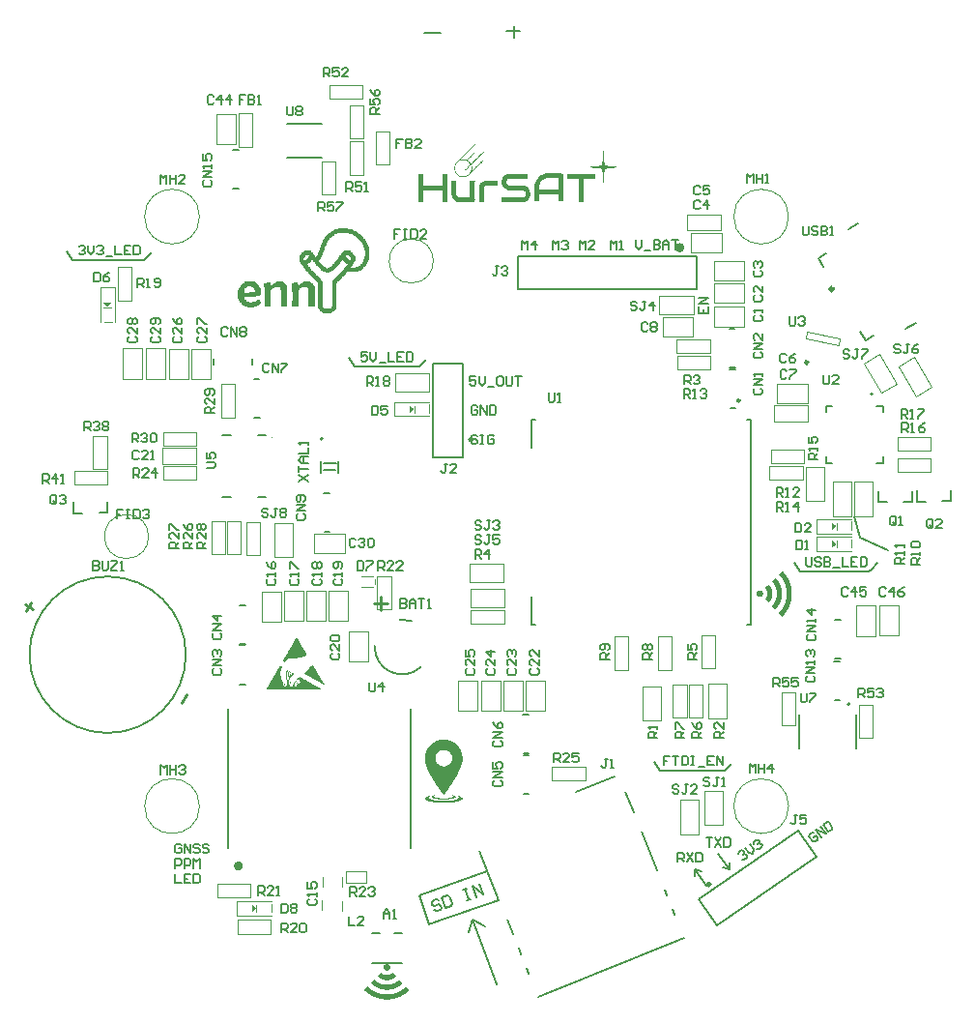
<source format=gto>
G04*
G04 #@! TF.GenerationSoftware,Altium Limited,Altium Designer,21.9.1 (22)*
G04*
G04 Layer_Color=65535*
%FSLAX25Y25*%
%MOIN*%
G70*
G04*
G04 #@! TF.SameCoordinates,BA265606-766D-4053-9833-5615DE46E1CD*
G04*
G04*
G04 #@! TF.FilePolarity,Positive*
G04*
G01*
G75*
%ADD10C,0.00500*%
%ADD11C,0.00394*%
%ADD12C,0.00787*%
%ADD13C,0.00984*%
%ADD14C,0.01260*%
%ADD15C,0.01181*%
%ADD16C,0.01575*%
%ADD17C,0.01600*%
%ADD18C,0.00600*%
%ADD19C,0.00276*%
%ADD20C,0.00591*%
%ADD21C,0.00800*%
%ADD22C,0.01000*%
G36*
X3086Y126719D02*
X3204D01*
Y126601D01*
X3086D01*
Y126482D01*
Y126364D01*
X2967D01*
Y126246D01*
X2849D01*
Y126128D01*
X2731D01*
Y126010D01*
X2613D01*
Y125892D01*
X2495D01*
Y125774D01*
X2377D01*
Y125655D01*
X2259D01*
Y125537D01*
X2140D01*
Y125419D01*
X2022D01*
Y125301D01*
X1904D01*
Y125183D01*
X1786D01*
Y125065D01*
X1668D01*
Y124946D01*
X1550D01*
Y124828D01*
X1431D01*
Y124710D01*
X1313D01*
Y124592D01*
X1195D01*
Y124474D01*
X1077D01*
Y124356D01*
X959D01*
Y124237D01*
X840D01*
Y124119D01*
X722D01*
Y124001D01*
X604D01*
Y123883D01*
X486D01*
Y123765D01*
X368D01*
Y123647D01*
X250D01*
Y123528D01*
X132D01*
Y123410D01*
X13D01*
Y123292D01*
X-105D01*
Y123174D01*
X-223D01*
Y123056D01*
X-341D01*
Y122938D01*
X-459D01*
Y122819D01*
X-577D01*
Y122701D01*
X-696D01*
Y122583D01*
X-814D01*
Y122465D01*
X-932D01*
Y122347D01*
X-1050D01*
Y122229D01*
X-1168D01*
Y122110D01*
X-1405D01*
Y121992D01*
X-1523D01*
Y121874D01*
X-1641D01*
Y121756D01*
X-1759D01*
Y121638D01*
Y121520D01*
X-1995D01*
Y121402D01*
Y121283D01*
X-1641D01*
Y121402D01*
X-696D01*
Y121283D01*
X-223D01*
Y121165D01*
X132D01*
Y121283D01*
X250D01*
Y121402D01*
X368D01*
Y121520D01*
X486D01*
Y121638D01*
X604D01*
Y121756D01*
X722D01*
Y121874D01*
X840D01*
Y121992D01*
X959D01*
Y122110D01*
X1077D01*
Y122229D01*
X1195D01*
Y122347D01*
X1313D01*
Y122465D01*
X1431D01*
Y122583D01*
X1550D01*
Y122701D01*
X1668D01*
Y122819D01*
X1786D01*
Y122938D01*
X1904D01*
Y123056D01*
X2022D01*
Y123174D01*
X2140D01*
Y123292D01*
X2259D01*
Y123410D01*
X2377D01*
Y123528D01*
X2495D01*
Y123647D01*
X2731D01*
Y123765D01*
X2967D01*
Y123647D01*
Y123528D01*
X2849D01*
Y123410D01*
X2731D01*
Y123292D01*
X2613D01*
Y123174D01*
X2495D01*
Y123056D01*
X2377D01*
Y122938D01*
X2259D01*
Y122819D01*
X2140D01*
Y122701D01*
X2022D01*
Y122583D01*
X1904D01*
Y122465D01*
X1786D01*
Y122347D01*
X1668D01*
Y122229D01*
X1550D01*
Y122110D01*
X1431D01*
Y121992D01*
X1313D01*
Y121874D01*
X1195D01*
Y121756D01*
X1077D01*
Y121638D01*
X959D01*
Y121520D01*
X840D01*
Y121402D01*
X722D01*
Y121283D01*
X604D01*
Y121165D01*
X486D01*
Y121047D01*
Y120929D01*
Y120811D01*
X722D01*
Y120693D01*
X840D01*
Y120574D01*
X959D01*
Y120456D01*
X1077D01*
Y120338D01*
X1195D01*
Y120220D01*
X1313D01*
Y120102D01*
X1431D01*
Y119984D01*
Y119866D01*
X1668D01*
Y119984D01*
X1786D01*
Y120102D01*
X1904D01*
Y120220D01*
X2022D01*
Y120338D01*
X2140D01*
Y120456D01*
X2259D01*
Y120574D01*
X2377D01*
Y120693D01*
X2495D01*
Y120811D01*
X2613D01*
Y120929D01*
X2731D01*
Y121047D01*
X2849D01*
Y121165D01*
X2967D01*
Y121283D01*
X3086D01*
Y121402D01*
X3204D01*
Y121520D01*
X3322D01*
Y121638D01*
X3440D01*
Y121756D01*
X3558D01*
Y121874D01*
X3676D01*
Y121992D01*
X3795D01*
Y122110D01*
X3913D01*
Y122229D01*
X4031D01*
Y122347D01*
X4149D01*
Y122465D01*
X4267D01*
Y122583D01*
X4385D01*
Y122701D01*
X4504D01*
Y122819D01*
X4622D01*
Y122938D01*
X4740D01*
Y123056D01*
X4858D01*
Y123174D01*
X4976D01*
Y123292D01*
X5094D01*
Y123410D01*
X5212D01*
Y123528D01*
X5331D01*
Y123647D01*
X5449D01*
Y123765D01*
X5567D01*
Y123883D01*
X5685D01*
Y124001D01*
X5922D01*
Y123883D01*
Y123765D01*
Y123647D01*
X5803D01*
Y123528D01*
X5685D01*
Y123410D01*
X5567D01*
Y123292D01*
X5449D01*
Y123174D01*
X5331D01*
Y123056D01*
X5212D01*
Y122938D01*
X5094D01*
Y122819D01*
X4976D01*
Y122701D01*
X4858D01*
Y122583D01*
X4740D01*
Y122465D01*
X4622D01*
Y122347D01*
X4504D01*
Y122229D01*
X4385D01*
Y122110D01*
X4267D01*
Y121992D01*
X4149D01*
Y121874D01*
X4031D01*
Y121756D01*
X3913D01*
Y121638D01*
X3795D01*
Y121520D01*
X3676D01*
Y121402D01*
X3558D01*
Y121283D01*
X3440D01*
Y121165D01*
X3322D01*
Y121047D01*
X3204D01*
Y120929D01*
X3086D01*
Y120811D01*
X2967D01*
Y120693D01*
X2849D01*
Y120574D01*
X2731D01*
Y120456D01*
X2613D01*
Y120338D01*
X2495D01*
Y120220D01*
X2377D01*
Y120102D01*
X2259D01*
Y119984D01*
X2140D01*
Y119866D01*
X2022D01*
Y119747D01*
X1904D01*
Y119629D01*
X1668D01*
Y119511D01*
Y119393D01*
Y119275D01*
X1786D01*
Y119157D01*
Y119038D01*
Y118920D01*
X1904D01*
Y118802D01*
Y118684D01*
Y118566D01*
Y118447D01*
Y118329D01*
Y118211D01*
Y118093D01*
Y117975D01*
Y117857D01*
Y117739D01*
Y117620D01*
Y117502D01*
X2022D01*
Y117620D01*
X2140D01*
Y117739D01*
X2259D01*
Y117857D01*
X2377D01*
Y117975D01*
X2495D01*
Y118093D01*
X2613D01*
Y118211D01*
X2731D01*
Y118329D01*
X2849D01*
Y118447D01*
X2967D01*
Y118566D01*
X3086D01*
Y118684D01*
X3204D01*
Y118802D01*
X3322D01*
Y118920D01*
X3440D01*
Y119038D01*
X3558D01*
Y119157D01*
X3676D01*
Y119275D01*
X3795D01*
Y119393D01*
X3913D01*
Y119511D01*
X4031D01*
Y119629D01*
X4149D01*
Y119747D01*
X4267D01*
Y119866D01*
X4385D01*
Y119984D01*
X4504D01*
Y120102D01*
X4622D01*
Y120220D01*
X4740D01*
Y120338D01*
X4858D01*
Y120456D01*
X4976D01*
Y120574D01*
X5094D01*
Y120693D01*
X5212D01*
Y120811D01*
X5331D01*
Y120929D01*
X5567D01*
Y121047D01*
X5803D01*
Y120929D01*
Y120811D01*
X5685D01*
Y120693D01*
Y120574D01*
X5567D01*
Y120456D01*
X5449D01*
Y120338D01*
X5331D01*
Y120220D01*
X5212D01*
Y120102D01*
X5094D01*
Y119984D01*
X4976D01*
Y119866D01*
X4740D01*
Y119747D01*
X4622D01*
Y119629D01*
X4504D01*
Y119511D01*
X4385D01*
Y119393D01*
X4267D01*
Y119275D01*
X4149D01*
Y119157D01*
X4031D01*
Y119038D01*
X3913D01*
Y118920D01*
X3795D01*
Y118802D01*
X3676D01*
Y118684D01*
X3558D01*
Y118566D01*
X3440D01*
Y118447D01*
X3322D01*
Y118329D01*
X3204D01*
Y118211D01*
X3086D01*
Y118093D01*
X2967D01*
Y117975D01*
X2849D01*
Y117857D01*
X2731D01*
Y117739D01*
X2613D01*
Y117620D01*
X2495D01*
Y117502D01*
X2377D01*
Y117384D01*
X2259D01*
Y117266D01*
X2140D01*
Y117148D01*
X2022D01*
Y117030D01*
X1904D01*
Y116911D01*
X1786D01*
Y116793D01*
X1668D01*
Y116675D01*
X1550D01*
Y116557D01*
X1431D01*
Y116439D01*
X1313D01*
Y116321D01*
X1195D01*
Y116202D01*
X1077D01*
Y116084D01*
X959D01*
Y115966D01*
X840D01*
Y115848D01*
X722D01*
Y115730D01*
X486D01*
Y115612D01*
X368D01*
Y115494D01*
X13D01*
Y115375D01*
X-341D01*
Y115257D01*
X-2114D01*
Y115375D01*
X-2468D01*
Y115494D01*
X-2704D01*
Y115612D01*
X-2822D01*
Y115730D01*
X-3059D01*
Y115848D01*
X-3177D01*
Y115966D01*
X-3295D01*
Y116084D01*
X-3413D01*
Y116202D01*
X-3531D01*
Y116321D01*
X-3650D01*
Y116439D01*
Y116557D01*
X-3768D01*
Y116675D01*
X-3886D01*
Y116793D01*
Y116911D01*
X-4004D01*
Y117030D01*
Y117148D01*
X-4122D01*
Y117266D01*
Y117384D01*
Y117502D01*
X-4240D01*
Y117620D01*
Y117739D01*
Y117857D01*
Y117975D01*
Y118093D01*
Y118211D01*
Y118329D01*
Y118447D01*
Y118566D01*
Y118684D01*
Y118802D01*
Y118920D01*
Y119038D01*
X-4122D01*
Y119157D01*
Y119275D01*
Y119393D01*
X-4004D01*
Y119511D01*
Y119629D01*
Y119747D01*
X-3886D01*
Y119866D01*
X-3768D01*
Y119984D01*
Y120102D01*
X-3650D01*
Y120220D01*
X-3531D01*
Y120338D01*
X-3413D01*
Y120456D01*
X-3295D01*
Y120574D01*
X-3177D01*
Y120693D01*
X-3059D01*
Y120811D01*
X-2941D01*
Y120929D01*
X-2822D01*
Y121047D01*
X-2704D01*
Y121165D01*
X-2586D01*
Y121283D01*
X-2468D01*
Y121402D01*
X-2350D01*
Y121520D01*
X-2232D01*
Y121638D01*
X-2114D01*
Y121756D01*
X-1995D01*
Y121874D01*
X-1877D01*
Y121992D01*
X-1759D01*
Y122110D01*
X-1641D01*
Y122229D01*
X-1523D01*
Y122347D01*
X-1405D01*
Y122465D01*
X-1286D01*
Y122583D01*
X-1168D01*
Y122701D01*
X-1050D01*
Y122819D01*
X-932D01*
Y122938D01*
X-814D01*
Y123056D01*
X-696D01*
Y123174D01*
X-577D01*
Y123292D01*
X-459D01*
Y123410D01*
X-341D01*
Y123528D01*
X-223D01*
Y123647D01*
X-105D01*
Y123765D01*
X13D01*
Y123883D01*
X132D01*
Y124001D01*
X250D01*
Y124119D01*
X368D01*
Y124237D01*
X486D01*
Y124356D01*
X604D01*
Y124474D01*
X722D01*
Y124592D01*
X840D01*
Y124710D01*
X959D01*
Y124828D01*
X1077D01*
Y124946D01*
X1195D01*
Y125065D01*
X1313D01*
Y125183D01*
X1431D01*
Y125301D01*
X1550D01*
Y125419D01*
X1668D01*
Y125537D01*
X1786D01*
Y125655D01*
X1904D01*
Y125774D01*
X2022D01*
Y125892D01*
X2140D01*
Y126010D01*
X2259D01*
Y126128D01*
X2377D01*
Y126246D01*
X2495D01*
Y126364D01*
X2613D01*
Y126482D01*
X2731D01*
Y126601D01*
X2849D01*
Y126719D01*
X2967D01*
Y126837D01*
X3086D01*
Y126719D01*
D02*
G37*
G36*
X47278Y124119D02*
Y124001D01*
Y123883D01*
Y123765D01*
Y123647D01*
Y123528D01*
Y123410D01*
Y123292D01*
Y123174D01*
Y123056D01*
X47396D01*
Y122938D01*
Y122819D01*
Y122701D01*
Y122583D01*
Y122465D01*
Y122347D01*
Y122229D01*
Y122110D01*
Y121992D01*
Y121874D01*
Y121756D01*
X47514D01*
Y121638D01*
Y121520D01*
Y121402D01*
Y121283D01*
Y121165D01*
Y121047D01*
Y120929D01*
Y120811D01*
Y120693D01*
Y120574D01*
Y120456D01*
Y120338D01*
X47632D01*
Y120220D01*
Y120102D01*
Y119984D01*
Y119866D01*
Y119747D01*
X47750D01*
Y119629D01*
X47868D01*
Y119511D01*
Y119393D01*
X47987D01*
Y119275D01*
X48223D01*
Y119157D01*
X48577D01*
Y119038D01*
X49523D01*
Y118920D01*
X50704D01*
Y118802D01*
X51768D01*
Y118684D01*
X52004D01*
Y118566D01*
X50941D01*
Y118447D01*
X49877D01*
Y118329D01*
X48814D01*
Y118211D01*
X48223D01*
Y118093D01*
X47987D01*
Y117975D01*
X47868D01*
Y117857D01*
Y117739D01*
X47750D01*
Y117620D01*
X47632D01*
Y117502D01*
Y117384D01*
Y117266D01*
Y117148D01*
Y117030D01*
X47514D01*
Y116911D01*
Y116793D01*
Y116675D01*
Y116557D01*
Y116439D01*
Y116321D01*
Y116202D01*
Y116084D01*
Y115966D01*
Y115848D01*
Y115730D01*
Y115612D01*
X47396D01*
Y115494D01*
Y115375D01*
Y115257D01*
Y115139D01*
Y115021D01*
Y114903D01*
Y114785D01*
Y114666D01*
Y114548D01*
Y114430D01*
Y114312D01*
X47278D01*
Y114194D01*
Y114076D01*
Y113957D01*
Y113839D01*
Y113721D01*
Y113603D01*
Y113485D01*
Y113367D01*
Y113249D01*
Y113130D01*
X47160D01*
Y113249D01*
Y113367D01*
Y113485D01*
Y113603D01*
Y113721D01*
Y113839D01*
Y113957D01*
Y114076D01*
Y114194D01*
Y114312D01*
X47041D01*
Y114430D01*
Y114548D01*
Y114666D01*
Y114785D01*
Y114903D01*
Y115021D01*
Y115139D01*
Y115257D01*
Y115375D01*
Y115494D01*
X46923D01*
Y115612D01*
Y115730D01*
Y115848D01*
Y115966D01*
Y116084D01*
Y116202D01*
Y116321D01*
Y116439D01*
Y116557D01*
Y116675D01*
Y116793D01*
Y116911D01*
X46805D01*
Y117030D01*
Y117148D01*
Y117266D01*
Y117384D01*
Y117502D01*
Y117620D01*
X46687D01*
Y117739D01*
X46569D01*
Y117857D01*
Y117975D01*
X46451D01*
Y118093D01*
X46214D01*
Y118211D01*
X45623D01*
Y118329D01*
X44560D01*
Y118447D01*
X43378D01*
Y118566D01*
X42788D01*
Y118684D01*
X42669D01*
Y118802D01*
X43733D01*
Y118920D01*
X44796D01*
Y119038D01*
X45860D01*
Y119157D01*
X46214D01*
Y119275D01*
X46451D01*
Y119393D01*
X46569D01*
Y119511D01*
Y119629D01*
X46687D01*
Y119747D01*
X46805D01*
Y119866D01*
Y119984D01*
Y120102D01*
Y120220D01*
Y120338D01*
Y120456D01*
X46923D01*
Y120574D01*
Y120693D01*
Y120811D01*
Y120929D01*
Y121047D01*
Y121165D01*
Y121283D01*
Y121402D01*
Y121520D01*
Y121638D01*
Y121756D01*
Y121874D01*
X47041D01*
Y121992D01*
Y122110D01*
Y122229D01*
Y122347D01*
Y122465D01*
Y122583D01*
Y122701D01*
Y122819D01*
Y122938D01*
Y123056D01*
X47160D01*
Y123174D01*
Y123292D01*
Y123410D01*
Y123528D01*
Y123647D01*
Y123765D01*
Y123883D01*
Y124001D01*
Y124119D01*
Y124237D01*
X47278D01*
Y124119D01*
D02*
G37*
G36*
X-6604Y116202D02*
Y116084D01*
Y115966D01*
Y115848D01*
Y115730D01*
Y115612D01*
Y115494D01*
Y115375D01*
Y115257D01*
Y115139D01*
Y115021D01*
Y114903D01*
Y114785D01*
Y114666D01*
Y114548D01*
Y114430D01*
Y114312D01*
Y114194D01*
Y114076D01*
Y113957D01*
Y113839D01*
Y113721D01*
Y113603D01*
Y113485D01*
Y113367D01*
Y113249D01*
Y113130D01*
Y113012D01*
Y112894D01*
Y112776D01*
Y112658D01*
Y112540D01*
Y112421D01*
Y112303D01*
Y112185D01*
Y112067D01*
Y111949D01*
Y111830D01*
Y111712D01*
Y111594D01*
Y111476D01*
Y111358D01*
Y111240D01*
Y111122D01*
Y111003D01*
Y110885D01*
Y110767D01*
Y110649D01*
Y110531D01*
Y110413D01*
Y110294D01*
Y110176D01*
Y110058D01*
Y109940D01*
Y109822D01*
Y109704D01*
Y109585D01*
Y109467D01*
Y109349D01*
Y109231D01*
Y109113D01*
Y108995D01*
Y108877D01*
Y108758D01*
Y108640D01*
Y108522D01*
Y108404D01*
Y108286D01*
Y108168D01*
Y108049D01*
Y107931D01*
Y107813D01*
Y107695D01*
Y107577D01*
Y107459D01*
Y107340D01*
Y107222D01*
Y107104D01*
Y106986D01*
Y106868D01*
Y106750D01*
Y106631D01*
Y106513D01*
X-8258D01*
Y106631D01*
Y106750D01*
Y106868D01*
Y106986D01*
Y107104D01*
Y107222D01*
Y107340D01*
Y107459D01*
Y107577D01*
Y107695D01*
Y107813D01*
Y107931D01*
Y108049D01*
Y108168D01*
Y108286D01*
Y108404D01*
Y108522D01*
Y108640D01*
Y108758D01*
Y108877D01*
Y108995D01*
Y109113D01*
Y109231D01*
Y109349D01*
Y109467D01*
Y109585D01*
Y109704D01*
Y109822D01*
Y109940D01*
Y110058D01*
Y110176D01*
Y110294D01*
Y110413D01*
Y110531D01*
X-14875D01*
Y110413D01*
Y110294D01*
Y110176D01*
Y110058D01*
Y109940D01*
Y109822D01*
Y109704D01*
Y109585D01*
Y109467D01*
Y109349D01*
Y109231D01*
Y109113D01*
Y108995D01*
Y108877D01*
Y108758D01*
Y108640D01*
Y108522D01*
Y108404D01*
Y108286D01*
Y108168D01*
Y108049D01*
Y107931D01*
Y107813D01*
Y107695D01*
Y107577D01*
Y107459D01*
Y107340D01*
Y107222D01*
Y107104D01*
Y106986D01*
Y106868D01*
Y106750D01*
Y106631D01*
Y106513D01*
X-16529D01*
Y106631D01*
Y106750D01*
Y106868D01*
Y106986D01*
Y107104D01*
Y107222D01*
Y107340D01*
Y107459D01*
Y107577D01*
Y107695D01*
Y107813D01*
Y107931D01*
Y108049D01*
Y108168D01*
Y108286D01*
Y108404D01*
Y108522D01*
Y108640D01*
Y108758D01*
Y108877D01*
Y108995D01*
Y109113D01*
Y109231D01*
Y109349D01*
Y109467D01*
Y109585D01*
Y109704D01*
Y109822D01*
Y109940D01*
Y110058D01*
Y110176D01*
Y110294D01*
Y110413D01*
Y110531D01*
Y110649D01*
Y110767D01*
Y110885D01*
Y111003D01*
Y111122D01*
Y111240D01*
Y111358D01*
Y111476D01*
Y111594D01*
Y111712D01*
Y111830D01*
Y111949D01*
Y112067D01*
Y112185D01*
Y112303D01*
Y112421D01*
Y112540D01*
Y112658D01*
Y112776D01*
Y112894D01*
Y113012D01*
Y113130D01*
Y113249D01*
Y113367D01*
Y113485D01*
Y113603D01*
Y113721D01*
Y113839D01*
Y113957D01*
Y114076D01*
Y114194D01*
Y114312D01*
Y114430D01*
Y114548D01*
Y114666D01*
Y114785D01*
Y114903D01*
Y115021D01*
Y115139D01*
Y115257D01*
Y115375D01*
Y115494D01*
Y115612D01*
Y115730D01*
Y115848D01*
Y115966D01*
Y116084D01*
Y116202D01*
X-14875D01*
Y116084D01*
Y115966D01*
Y115848D01*
Y115730D01*
Y115612D01*
Y115494D01*
Y115375D01*
Y115257D01*
Y115139D01*
Y115021D01*
Y114903D01*
Y114785D01*
Y114666D01*
Y114548D01*
Y114430D01*
Y114312D01*
Y114194D01*
Y114076D01*
Y113957D01*
Y113839D01*
Y113721D01*
Y113603D01*
Y113485D01*
Y113367D01*
Y113249D01*
Y113130D01*
Y113012D01*
Y112894D01*
Y112776D01*
Y112658D01*
Y112540D01*
Y112421D01*
Y112303D01*
Y112185D01*
X-8258D01*
Y112303D01*
Y112421D01*
Y112540D01*
Y112658D01*
Y112776D01*
Y112894D01*
Y113012D01*
Y113130D01*
Y113249D01*
Y113367D01*
Y113485D01*
Y113603D01*
Y113721D01*
Y113839D01*
Y113957D01*
Y114076D01*
Y114194D01*
Y114312D01*
Y114430D01*
Y114548D01*
Y114666D01*
Y114785D01*
Y114903D01*
Y115021D01*
Y115139D01*
Y115257D01*
Y115375D01*
Y115494D01*
Y115612D01*
Y115730D01*
Y115848D01*
Y115966D01*
Y116084D01*
Y116202D01*
Y116321D01*
X-6604D01*
Y116202D01*
D02*
G37*
G36*
X2967Y113721D02*
X2849D01*
Y113603D01*
Y113485D01*
Y113367D01*
Y113249D01*
Y113130D01*
Y113012D01*
Y112894D01*
Y112776D01*
Y112658D01*
Y112540D01*
Y112421D01*
Y112303D01*
Y112185D01*
Y112067D01*
Y111949D01*
Y111830D01*
Y111712D01*
Y111594D01*
Y111476D01*
Y111358D01*
Y111240D01*
Y111122D01*
Y111003D01*
Y110885D01*
Y110767D01*
Y110649D01*
Y110531D01*
Y110413D01*
Y110294D01*
Y110176D01*
Y110058D01*
Y109940D01*
Y109822D01*
Y109704D01*
Y109585D01*
Y109467D01*
Y109349D01*
Y109231D01*
Y109113D01*
Y108995D01*
Y108877D01*
Y108758D01*
Y108640D01*
Y108522D01*
Y108404D01*
Y108286D01*
Y108168D01*
Y108049D01*
Y107931D01*
Y107813D01*
Y107695D01*
Y107577D01*
Y107459D01*
X2967D01*
Y107340D01*
X2849D01*
Y107222D01*
Y107104D01*
Y106986D01*
Y106868D01*
X2731D01*
Y106750D01*
X2613D01*
Y106631D01*
X2495D01*
Y106513D01*
X-2822D01*
Y106631D01*
X-3177D01*
Y106750D01*
X-3531D01*
Y106868D01*
X-3768D01*
Y106986D01*
X-3886D01*
Y107104D01*
X-4122D01*
Y107222D01*
X-4240D01*
Y107340D01*
X-4358D01*
Y107459D01*
X-4477D01*
Y107577D01*
X-4595D01*
Y107695D01*
X-4713D01*
Y107813D01*
Y107931D01*
Y108049D01*
X-4831D01*
Y108168D01*
X-4949D01*
Y108286D01*
Y108404D01*
Y108522D01*
X-5068D01*
Y108640D01*
Y108758D01*
Y108877D01*
X-5186D01*
Y108995D01*
Y109113D01*
Y109231D01*
Y109349D01*
Y109467D01*
Y109585D01*
Y109704D01*
Y109822D01*
Y109940D01*
Y110058D01*
Y110176D01*
Y110294D01*
Y110413D01*
Y110531D01*
Y110649D01*
Y110767D01*
Y110885D01*
Y111003D01*
Y111122D01*
Y111240D01*
Y111358D01*
Y111476D01*
Y111594D01*
Y111712D01*
Y111830D01*
Y111949D01*
Y112067D01*
Y112185D01*
Y112303D01*
Y112421D01*
Y112540D01*
Y112658D01*
Y112776D01*
Y112894D01*
Y113012D01*
Y113130D01*
Y113249D01*
Y113367D01*
Y113485D01*
Y113603D01*
Y113721D01*
Y113839D01*
X-3650D01*
Y113721D01*
Y113603D01*
Y113485D01*
Y113367D01*
Y113249D01*
Y113130D01*
Y113012D01*
Y112894D01*
Y112776D01*
Y112658D01*
Y112540D01*
Y112421D01*
Y112303D01*
Y112185D01*
Y112067D01*
Y111949D01*
Y111830D01*
Y111712D01*
Y111594D01*
Y111476D01*
Y111358D01*
Y111240D01*
Y111122D01*
Y111003D01*
Y110885D01*
Y110767D01*
Y110649D01*
Y110531D01*
Y110413D01*
Y110294D01*
Y110176D01*
Y110058D01*
Y109940D01*
Y109822D01*
Y109704D01*
Y109585D01*
Y109467D01*
Y109349D01*
X-3531D01*
Y109231D01*
Y109113D01*
Y108995D01*
X-3413D01*
Y108877D01*
Y108758D01*
X-3295D01*
Y108640D01*
X-3177D01*
Y108522D01*
X-3059D01*
Y108404D01*
X-2822D01*
Y108286D01*
X-2586D01*
Y108168D01*
X1195D01*
Y108286D01*
Y108404D01*
Y108522D01*
Y108640D01*
Y108758D01*
Y108877D01*
Y108995D01*
Y109113D01*
Y109231D01*
Y109349D01*
Y109467D01*
Y109585D01*
Y109704D01*
Y109822D01*
Y109940D01*
Y110058D01*
Y110176D01*
Y110294D01*
Y110413D01*
Y110531D01*
Y110649D01*
Y110767D01*
Y110885D01*
Y111003D01*
Y111122D01*
Y111240D01*
Y111358D01*
Y111476D01*
Y111594D01*
Y111712D01*
Y111830D01*
Y111949D01*
Y112067D01*
Y112185D01*
Y112303D01*
Y112421D01*
Y112540D01*
Y112658D01*
Y112776D01*
Y112894D01*
Y113012D01*
Y113130D01*
Y113249D01*
Y113367D01*
Y113485D01*
Y113603D01*
Y113721D01*
Y113839D01*
X2967D01*
Y113721D01*
D02*
G37*
G36*
X32508Y116557D02*
X32862D01*
Y116439D01*
X33098D01*
Y116321D01*
Y116202D01*
X33217D01*
Y116084D01*
Y115966D01*
X33335D01*
Y115848D01*
Y115730D01*
Y115612D01*
Y115494D01*
Y115375D01*
Y115257D01*
Y115139D01*
Y115021D01*
Y114903D01*
Y114785D01*
Y114666D01*
Y114548D01*
Y114430D01*
Y114312D01*
Y114194D01*
Y114076D01*
Y113957D01*
Y113839D01*
Y113721D01*
Y113603D01*
Y113485D01*
Y113367D01*
Y113249D01*
Y113130D01*
Y113012D01*
Y112894D01*
Y112776D01*
Y112658D01*
Y112540D01*
Y112421D01*
Y112303D01*
Y112185D01*
Y112067D01*
Y111949D01*
Y111830D01*
Y111712D01*
Y111594D01*
Y111476D01*
Y111358D01*
Y111240D01*
Y111122D01*
Y111003D01*
Y110885D01*
Y110767D01*
Y110649D01*
Y110531D01*
Y110413D01*
Y110294D01*
Y110176D01*
Y110058D01*
Y109940D01*
Y109822D01*
Y109704D01*
Y109585D01*
Y109467D01*
Y109349D01*
Y109231D01*
Y109113D01*
Y108995D01*
Y108877D01*
Y108758D01*
Y108640D01*
Y108522D01*
Y108404D01*
Y108286D01*
Y108168D01*
Y108049D01*
Y107931D01*
Y107813D01*
Y107695D01*
Y107577D01*
Y107459D01*
Y107340D01*
Y107222D01*
Y107104D01*
Y106986D01*
Y106868D01*
X31681D01*
Y106986D01*
Y107104D01*
Y107222D01*
Y107340D01*
Y107459D01*
Y107577D01*
Y107695D01*
Y107813D01*
Y107931D01*
Y108049D01*
Y108168D01*
Y108286D01*
Y108404D01*
Y108522D01*
Y108640D01*
Y108758D01*
Y108877D01*
Y108995D01*
Y109113D01*
Y109231D01*
X25063D01*
Y109113D01*
Y108995D01*
Y108877D01*
Y108758D01*
Y108640D01*
Y108522D01*
Y108404D01*
Y108286D01*
Y108168D01*
Y108049D01*
Y107931D01*
Y107813D01*
Y107695D01*
Y107577D01*
Y107459D01*
Y107340D01*
Y107222D01*
Y107104D01*
Y106986D01*
Y106868D01*
X23409D01*
Y106986D01*
Y107104D01*
Y107222D01*
Y107340D01*
Y107459D01*
Y107577D01*
Y107695D01*
Y107813D01*
Y107931D01*
Y108049D01*
Y108168D01*
Y108286D01*
Y108404D01*
Y108522D01*
Y108640D01*
Y108758D01*
Y108877D01*
Y108995D01*
Y109113D01*
Y109231D01*
Y109349D01*
Y109467D01*
Y109585D01*
Y109704D01*
Y109822D01*
Y109940D01*
Y110058D01*
Y110176D01*
Y110294D01*
Y110413D01*
Y110531D01*
Y110649D01*
Y110767D01*
Y110885D01*
Y111003D01*
Y111122D01*
Y111240D01*
Y111358D01*
Y111476D01*
Y111594D01*
Y111712D01*
Y111830D01*
Y111949D01*
X23527D01*
Y112067D01*
Y112185D01*
Y112303D01*
Y112421D01*
Y112540D01*
Y112658D01*
Y112776D01*
Y112894D01*
X23646D01*
Y113012D01*
Y113130D01*
Y113249D01*
Y113367D01*
X23764D01*
Y113485D01*
Y113603D01*
X23882D01*
Y113721D01*
Y113839D01*
X24000D01*
Y113957D01*
Y114076D01*
X24118D01*
Y114194D01*
Y114312D01*
X24236D01*
Y114430D01*
Y114548D01*
X24354D01*
Y114666D01*
Y114785D01*
X24591D01*
Y114903D01*
Y115021D01*
X24709D01*
Y115139D01*
X24827D01*
Y115257D01*
X24945D01*
Y115375D01*
X25063D01*
Y115494D01*
X25182D01*
Y115612D01*
X25418D01*
Y115730D01*
X25536D01*
Y115848D01*
X25773D01*
Y115966D01*
X26009D01*
Y116084D01*
X26245D01*
Y116202D01*
X26481D01*
Y116321D01*
X26718D01*
Y116439D01*
X27190D01*
Y116557D01*
X28018D01*
Y116675D01*
X32508D01*
Y116557D01*
D02*
G37*
G36*
X21164Y116321D02*
Y116202D01*
Y116084D01*
Y115966D01*
Y115848D01*
Y115730D01*
Y115612D01*
Y115494D01*
Y115375D01*
Y115257D01*
Y115139D01*
Y115021D01*
X21046D01*
Y114903D01*
Y114785D01*
X14665D01*
Y114666D01*
X14311D01*
Y114548D01*
X14193D01*
Y114430D01*
X14074D01*
Y114312D01*
X13956D01*
Y114194D01*
Y114076D01*
X13838D01*
Y113957D01*
Y113839D01*
Y113721D01*
Y113603D01*
Y113485D01*
Y113367D01*
Y113249D01*
Y113130D01*
Y113012D01*
X13956D01*
Y112894D01*
Y112776D01*
X14074D01*
Y112658D01*
X14193D01*
Y112540D01*
X14429D01*
Y112421D01*
X14665D01*
Y112303D01*
X19864D01*
Y112185D01*
X20219D01*
Y112067D01*
X20455D01*
Y111949D01*
X20692D01*
Y111830D01*
X20928D01*
Y111712D01*
X21046D01*
Y111594D01*
X21164D01*
Y111476D01*
X21282D01*
Y111358D01*
X21400D01*
Y111240D01*
X21519D01*
Y111122D01*
Y111003D01*
X21637D01*
Y110885D01*
X21755D01*
Y110767D01*
Y110649D01*
X21873D01*
Y110531D01*
Y110413D01*
Y110294D01*
Y110176D01*
Y110058D01*
X21991D01*
Y109940D01*
Y109822D01*
Y109704D01*
Y109585D01*
Y109467D01*
Y109349D01*
Y109231D01*
Y109113D01*
Y108995D01*
Y108877D01*
Y108758D01*
X21873D01*
Y108640D01*
Y108522D01*
Y108404D01*
X21755D01*
Y108286D01*
Y108168D01*
Y108049D01*
X21637D01*
Y107931D01*
Y107813D01*
X21519D01*
Y107695D01*
X21400D01*
Y107577D01*
Y107459D01*
X21282D01*
Y107340D01*
X21164D01*
Y107222D01*
X20928D01*
Y107104D01*
X20810D01*
Y106986D01*
X20573D01*
Y106868D01*
X20337D01*
Y106750D01*
X19983D01*
Y106631D01*
X12184D01*
Y106750D01*
Y106868D01*
Y106986D01*
Y107104D01*
Y107222D01*
Y107340D01*
Y107459D01*
Y107577D01*
Y107695D01*
Y107813D01*
Y107931D01*
Y108049D01*
Y108168D01*
X12302D01*
Y108286D01*
X19746D01*
Y108404D01*
X19983D01*
Y108522D01*
X20101D01*
Y108640D01*
X20219D01*
Y108758D01*
Y108877D01*
X20337D01*
Y108995D01*
Y109113D01*
Y109231D01*
Y109349D01*
Y109467D01*
Y109585D01*
Y109704D01*
Y109822D01*
Y109940D01*
X20219D01*
Y110058D01*
Y110176D01*
X20101D01*
Y110294D01*
X19983D01*
Y110413D01*
X19864D01*
Y110531D01*
X19628D01*
Y110649D01*
X14547D01*
Y110767D01*
X14074D01*
Y110885D01*
X13838D01*
Y111003D01*
X13602D01*
Y111122D01*
X13366D01*
Y111240D01*
X13247D01*
Y111358D01*
X13011D01*
Y111476D01*
X12893D01*
Y111594D01*
X12775D01*
Y111712D01*
Y111830D01*
X12657D01*
Y111949D01*
X12539D01*
Y112067D01*
Y112185D01*
X12420D01*
Y112303D01*
Y112421D01*
X12302D01*
Y112540D01*
Y112658D01*
Y112776D01*
X12184D01*
Y112894D01*
Y113012D01*
Y113130D01*
Y113249D01*
Y113367D01*
Y113485D01*
Y113603D01*
Y113721D01*
Y113839D01*
Y113957D01*
Y114076D01*
Y114194D01*
Y114312D01*
X12302D01*
Y114430D01*
Y114548D01*
Y114666D01*
X12420D01*
Y114785D01*
Y114903D01*
X12539D01*
Y115021D01*
Y115139D01*
X12657D01*
Y115257D01*
Y115375D01*
X12775D01*
Y115494D01*
X12893D01*
Y115612D01*
X13011D01*
Y115730D01*
X13129D01*
Y115848D01*
X13366D01*
Y115966D01*
X13602D01*
Y116084D01*
X13838D01*
Y116202D01*
X14074D01*
Y116321D01*
X14547D01*
Y116439D01*
X21164D01*
Y116321D01*
D02*
G37*
G36*
X10766Y113839D02*
Y113721D01*
Y113603D01*
Y113485D01*
Y113367D01*
Y113249D01*
Y113130D01*
Y113012D01*
Y112894D01*
Y112776D01*
Y112658D01*
Y112540D01*
Y112421D01*
Y112303D01*
X6512D01*
Y112185D01*
X6276D01*
Y112067D01*
X6158D01*
Y111949D01*
X6040D01*
Y111830D01*
X5922D01*
Y111712D01*
Y111594D01*
Y111476D01*
Y111358D01*
Y111240D01*
Y111122D01*
Y111003D01*
Y110885D01*
Y110767D01*
Y110649D01*
Y110531D01*
Y110413D01*
Y110294D01*
Y110176D01*
Y110058D01*
Y109940D01*
Y109822D01*
Y109704D01*
Y109585D01*
Y109467D01*
Y109349D01*
Y109231D01*
Y109113D01*
Y108995D01*
Y108877D01*
Y108758D01*
Y108640D01*
Y108522D01*
Y108404D01*
Y108286D01*
Y108168D01*
Y108049D01*
Y107931D01*
Y107813D01*
Y107695D01*
Y107577D01*
Y107459D01*
Y107340D01*
Y107222D01*
Y107104D01*
Y106986D01*
Y106868D01*
Y106750D01*
Y106631D01*
X4267D01*
Y106750D01*
Y106868D01*
Y106986D01*
Y107104D01*
Y107222D01*
Y107340D01*
Y107459D01*
Y107577D01*
Y107695D01*
Y107813D01*
Y107931D01*
Y108049D01*
Y108168D01*
Y108286D01*
Y108404D01*
Y108522D01*
Y108640D01*
Y108758D01*
Y108877D01*
Y108995D01*
Y109113D01*
Y109231D01*
Y109349D01*
Y109467D01*
Y109585D01*
Y109704D01*
Y109822D01*
Y109940D01*
Y110058D01*
Y110176D01*
Y110294D01*
Y110413D01*
Y110531D01*
Y110649D01*
Y110767D01*
X4385D01*
Y110885D01*
Y111003D01*
Y111122D01*
Y111240D01*
Y111358D01*
Y111476D01*
Y111594D01*
Y111712D01*
Y111830D01*
Y111949D01*
Y112067D01*
Y112185D01*
Y112303D01*
X4504D01*
Y112421D01*
Y112540D01*
X4622D01*
Y112658D01*
Y112776D01*
X4740D01*
Y112894D01*
X4858D01*
Y113012D01*
Y113130D01*
X4976D01*
Y113249D01*
X5094D01*
Y113367D01*
X5331D01*
Y113485D01*
X5449D01*
Y113603D01*
X5685D01*
Y113721D01*
X6040D01*
Y113839D01*
X6630D01*
Y113957D01*
X10766D01*
Y113839D01*
D02*
G37*
G36*
X44324Y116202D02*
Y116084D01*
Y115966D01*
Y115848D01*
Y115730D01*
Y115612D01*
Y115494D01*
Y115375D01*
Y115257D01*
Y115139D01*
Y115021D01*
Y114903D01*
Y114785D01*
Y114666D01*
X40424D01*
Y114548D01*
Y114430D01*
Y114312D01*
Y114194D01*
Y114076D01*
Y113957D01*
Y113839D01*
Y113721D01*
Y113603D01*
Y113485D01*
Y113367D01*
Y113249D01*
Y113130D01*
Y113012D01*
Y112894D01*
Y112776D01*
Y112658D01*
Y112540D01*
Y112421D01*
Y112303D01*
Y112185D01*
Y112067D01*
Y111949D01*
Y111830D01*
Y111712D01*
Y111594D01*
Y111476D01*
Y111358D01*
Y111240D01*
Y111122D01*
Y111003D01*
Y110885D01*
Y110767D01*
Y110649D01*
Y110531D01*
Y110413D01*
Y110294D01*
Y110176D01*
Y110058D01*
Y109940D01*
Y109822D01*
Y109704D01*
Y109585D01*
Y109467D01*
Y109349D01*
Y109231D01*
Y109113D01*
Y108995D01*
Y108877D01*
Y108758D01*
Y108640D01*
Y108522D01*
Y108404D01*
Y108286D01*
Y108168D01*
Y108049D01*
Y107931D01*
Y107813D01*
Y107695D01*
Y107577D01*
Y107459D01*
Y107340D01*
Y107222D01*
Y107104D01*
Y106986D01*
Y106868D01*
Y106750D01*
Y106631D01*
Y106513D01*
X38770D01*
Y106631D01*
Y106750D01*
Y106868D01*
Y106986D01*
Y107104D01*
Y107222D01*
Y107340D01*
Y107459D01*
Y107577D01*
Y107695D01*
Y107813D01*
Y107931D01*
Y108049D01*
Y108168D01*
Y108286D01*
Y108404D01*
Y108522D01*
Y108640D01*
Y108758D01*
Y108877D01*
Y108995D01*
Y109113D01*
Y109231D01*
Y109349D01*
Y109467D01*
Y109585D01*
Y109704D01*
Y109822D01*
Y109940D01*
Y110058D01*
Y110176D01*
Y110294D01*
Y110413D01*
Y110531D01*
Y110649D01*
Y110767D01*
Y110885D01*
Y111003D01*
Y111122D01*
Y111240D01*
Y111358D01*
Y111476D01*
Y111594D01*
Y111712D01*
Y111830D01*
Y111949D01*
Y112067D01*
Y112185D01*
Y112303D01*
Y112421D01*
Y112540D01*
Y112658D01*
Y112776D01*
Y112894D01*
Y113012D01*
Y113130D01*
Y113249D01*
Y113367D01*
Y113485D01*
Y113603D01*
Y113721D01*
Y113839D01*
Y113957D01*
Y114076D01*
Y114194D01*
Y114312D01*
Y114430D01*
Y114548D01*
Y114666D01*
X34753D01*
Y114785D01*
Y114903D01*
Y115021D01*
Y115139D01*
Y115257D01*
Y115375D01*
Y115494D01*
Y115612D01*
Y115730D01*
Y115848D01*
Y115966D01*
Y116084D01*
Y116202D01*
Y116321D01*
X44324D01*
Y116202D01*
D02*
G37*
G36*
X-40904Y97354D02*
X-40066D01*
Y97144D01*
X-39437D01*
Y96935D01*
X-38809D01*
Y96725D01*
X-38390D01*
Y96516D01*
X-37971D01*
Y96306D01*
X-37761D01*
Y96096D01*
X-37342D01*
Y95887D01*
X-37133D01*
Y95677D01*
X-36923D01*
Y95468D01*
X-36504D01*
Y95258D01*
X-36294D01*
Y95049D01*
X-36085D01*
Y94839D01*
X-35875D01*
Y94630D01*
X-35666D01*
Y94420D01*
X-35456D01*
Y94211D01*
Y94001D01*
X-35247D01*
Y93792D01*
X-35037D01*
Y93582D01*
X-34828D01*
Y93372D01*
Y93163D01*
X-34618D01*
Y92953D01*
Y92744D01*
X-34409D01*
Y92534D01*
Y92325D01*
X-34199D01*
Y92115D01*
Y91906D01*
X-33990D01*
Y91696D01*
Y91487D01*
Y91277D01*
X-33780D01*
Y91068D01*
Y90858D01*
Y90649D01*
Y90439D01*
X-33571D01*
Y90229D01*
Y90020D01*
Y89810D01*
Y89601D01*
Y89391D01*
Y89182D01*
Y88972D01*
Y88763D01*
Y88553D01*
Y88344D01*
Y88134D01*
Y87924D01*
Y87715D01*
Y87505D01*
Y87296D01*
X-33780D01*
Y87086D01*
Y86877D01*
Y86667D01*
Y86458D01*
X-33990D01*
Y86248D01*
Y86039D01*
Y85829D01*
X-34199D01*
Y85620D01*
Y85410D01*
X-34409D01*
Y85201D01*
X-34618D01*
Y84991D01*
Y84781D01*
X-34828D01*
Y84572D01*
X-35037D01*
Y84362D01*
X-35247D01*
Y84153D01*
X-35456D01*
Y83943D01*
X-35666D01*
Y83734D01*
X-35875D01*
Y83524D01*
X-36085D01*
Y83315D01*
X-36294D01*
Y83105D01*
X-36713D01*
Y82896D01*
X-37133D01*
Y82686D01*
X-37552D01*
Y82477D01*
X-40904D01*
Y82686D01*
X-41114D01*
Y82477D01*
X-41323D01*
Y82267D01*
X-41533D01*
Y82057D01*
Y81848D01*
X-41742D01*
Y81638D01*
X-41952D01*
Y81429D01*
X-42161D01*
Y81219D01*
X-42371D01*
Y81010D01*
X-42581D01*
Y80800D01*
X-42790D01*
Y80591D01*
X-43000D01*
Y80381D01*
X-43209D01*
Y80172D01*
X-43419D01*
Y79962D01*
X-43628D01*
Y79753D01*
X-43838D01*
Y79543D01*
X-44047D01*
Y79334D01*
X-44257D01*
Y79124D01*
X-44466D01*
Y78914D01*
X-44676D01*
Y78705D01*
X-44885D01*
Y78495D01*
Y78286D01*
Y78076D01*
Y77867D01*
Y77657D01*
Y77448D01*
Y77238D01*
Y77029D01*
Y76819D01*
Y76610D01*
Y76400D01*
Y76191D01*
Y75981D01*
Y75771D01*
Y75562D01*
Y75352D01*
Y75143D01*
Y74933D01*
Y74724D01*
Y74514D01*
Y74305D01*
Y74095D01*
Y73886D01*
Y73676D01*
Y73466D01*
Y73257D01*
Y73048D01*
Y72838D01*
Y72628D01*
Y72419D01*
Y72209D01*
Y72000D01*
Y71790D01*
Y71581D01*
Y71371D01*
Y71162D01*
Y70952D01*
Y70743D01*
Y70533D01*
Y70323D01*
Y70114D01*
Y69904D01*
X-45095D01*
Y69695D01*
Y69485D01*
X-45305D01*
Y69276D01*
X-45514D01*
Y69066D01*
X-45724D01*
Y68857D01*
X-46143D01*
Y68647D01*
X-46771D01*
Y68438D01*
X-49495D01*
Y68647D01*
X-49914D01*
Y68857D01*
X-50333D01*
Y69066D01*
X-50543D01*
Y69276D01*
X-50752D01*
Y69485D01*
X-50962D01*
Y69695D01*
Y69904D01*
X-51171D01*
Y70114D01*
Y70323D01*
Y70533D01*
Y70743D01*
Y70952D01*
Y71162D01*
Y71371D01*
Y71581D01*
Y71790D01*
Y72000D01*
Y72209D01*
Y72419D01*
Y72628D01*
Y72838D01*
Y73048D01*
Y73257D01*
Y73466D01*
Y73676D01*
Y73886D01*
Y74095D01*
Y74305D01*
Y74514D01*
Y74724D01*
Y74933D01*
Y75143D01*
Y75352D01*
Y75562D01*
Y75771D01*
Y75981D01*
Y76191D01*
Y76400D01*
Y76610D01*
Y76819D01*
Y77029D01*
Y77238D01*
Y77448D01*
Y77657D01*
Y77867D01*
Y78076D01*
Y78286D01*
Y78495D01*
Y78705D01*
X-51381D01*
Y78914D01*
X-51591D01*
Y79124D01*
X-51800D01*
Y79334D01*
X-52010D01*
Y79543D01*
X-52219D01*
Y79753D01*
X-52429D01*
Y79962D01*
X-52638D01*
Y80172D01*
X-52848D01*
Y80381D01*
X-53057D01*
Y80591D01*
X-53267D01*
Y80800D01*
X-53476D01*
Y81010D01*
X-53686D01*
Y81219D01*
X-53895D01*
Y81429D01*
X-54105D01*
Y81638D01*
X-54315D01*
Y81848D01*
Y82057D01*
X-54524D01*
Y82267D01*
X-54734D01*
Y82477D01*
X-54943D01*
Y82686D01*
X-55153D01*
Y82896D01*
X-55362D01*
Y83105D01*
X-55572D01*
Y83315D01*
Y83524D01*
X-55781D01*
Y83734D01*
X-55991D01*
Y83943D01*
X-56200D01*
Y84153D01*
Y84362D01*
X-56410D01*
Y84572D01*
X-56619D01*
Y84781D01*
Y84991D01*
X-56829D01*
Y85201D01*
X-57038D01*
Y85410D01*
X-57248D01*
Y85620D01*
Y85829D01*
X-57458D01*
Y86039D01*
X-57667D01*
Y86248D01*
Y86458D01*
Y86667D01*
Y86877D01*
Y87086D01*
Y87296D01*
Y87505D01*
Y87715D01*
Y87924D01*
X-57458D01*
Y88134D01*
Y88344D01*
X-57248D01*
Y88553D01*
X-57038D01*
Y88763D01*
X-56829D01*
Y88972D01*
Y89182D01*
X-56619D01*
Y89391D01*
X-56200D01*
Y89601D01*
X-55991D01*
Y89810D01*
X-55362D01*
Y90020D01*
X-54105D01*
Y89810D01*
X-53686D01*
Y89601D01*
X-53476D01*
Y89391D01*
X-53267D01*
Y89182D01*
X-53057D01*
Y88972D01*
X-52848D01*
Y88763D01*
Y88553D01*
X-52638D01*
Y88344D01*
X-52429D01*
Y88134D01*
X-52219D01*
Y87924D01*
Y87715D01*
X-52010D01*
Y87505D01*
X-51800D01*
Y87715D01*
Y87924D01*
X-51591D01*
Y88134D01*
X-51381D01*
Y88344D01*
Y88553D01*
X-51171D01*
Y88763D01*
Y88972D01*
Y89182D01*
X-50962D01*
Y89391D01*
Y89601D01*
Y89810D01*
X-50752D01*
Y90020D01*
Y90229D01*
Y90439D01*
X-50543D01*
Y90649D01*
Y90858D01*
Y91068D01*
X-50333D01*
Y91277D01*
Y91487D01*
Y91696D01*
X-50124D01*
Y91906D01*
Y92115D01*
X-49914D01*
Y92325D01*
Y92534D01*
Y92744D01*
X-49705D01*
Y92953D01*
Y93163D01*
X-49495D01*
Y93372D01*
Y93582D01*
X-49286D01*
Y93792D01*
Y94001D01*
X-49076D01*
Y94211D01*
X-48867D01*
Y94420D01*
Y94630D01*
X-48657D01*
Y94839D01*
X-48447D01*
Y95049D01*
X-48238D01*
Y95258D01*
X-48028D01*
Y95468D01*
X-47819D01*
Y95677D01*
X-47609D01*
Y95887D01*
X-47400D01*
Y96096D01*
X-46981D01*
Y96306D01*
X-46771D01*
Y96516D01*
X-46352D01*
Y96725D01*
X-45933D01*
Y96935D01*
X-45514D01*
Y97144D01*
X-44885D01*
Y97354D01*
X-44257D01*
Y97563D01*
X-40904D01*
Y97354D01*
D02*
G37*
G36*
X-53895Y78914D02*
X-53476D01*
Y78705D01*
X-53057D01*
Y78495D01*
X-52848D01*
Y78286D01*
Y78076D01*
X-52638D01*
Y77867D01*
Y77657D01*
X-52429D01*
Y77448D01*
Y77238D01*
Y77029D01*
Y76819D01*
Y76610D01*
Y76400D01*
Y76191D01*
Y75981D01*
Y75771D01*
Y75562D01*
Y75352D01*
Y75143D01*
Y74933D01*
Y74724D01*
Y74514D01*
Y74305D01*
Y74095D01*
Y73886D01*
Y73676D01*
Y73466D01*
Y73257D01*
Y73048D01*
Y72838D01*
Y72628D01*
Y72419D01*
Y72209D01*
Y72000D01*
Y71790D01*
Y71581D01*
Y71371D01*
Y71162D01*
Y70952D01*
Y70743D01*
Y70533D01*
X-54524D01*
Y70743D01*
Y70952D01*
Y71162D01*
Y71371D01*
Y71581D01*
Y71790D01*
Y72000D01*
Y72209D01*
Y72419D01*
Y72628D01*
Y72838D01*
Y73048D01*
Y73257D01*
Y73466D01*
Y73676D01*
Y73886D01*
Y74095D01*
Y74305D01*
Y74514D01*
Y74724D01*
Y74933D01*
Y75143D01*
Y75352D01*
Y75562D01*
Y75771D01*
Y75981D01*
Y76191D01*
Y76400D01*
Y76610D01*
X-54734D01*
Y76819D01*
Y77029D01*
X-54943D01*
Y77238D01*
X-55362D01*
Y77448D01*
X-56410D01*
Y77238D01*
X-56829D01*
Y77029D01*
X-57248D01*
Y76819D01*
X-57458D01*
Y76610D01*
X-57667D01*
Y76400D01*
X-57877D01*
Y76191D01*
X-58086D01*
Y75981D01*
Y75771D01*
Y75562D01*
Y75352D01*
Y75143D01*
Y74933D01*
Y74724D01*
Y74514D01*
Y74305D01*
Y74095D01*
Y73886D01*
Y73676D01*
Y73466D01*
Y73257D01*
Y73048D01*
Y72838D01*
Y72628D01*
Y72419D01*
Y72209D01*
Y72000D01*
Y71790D01*
Y71581D01*
Y71371D01*
Y71162D01*
Y70952D01*
Y70743D01*
Y70533D01*
X-60181D01*
Y70743D01*
Y70952D01*
Y71162D01*
Y71371D01*
Y71581D01*
Y71790D01*
Y72000D01*
Y72209D01*
Y72419D01*
Y72628D01*
X-59972D01*
Y72838D01*
Y73048D01*
Y73257D01*
Y73466D01*
Y73676D01*
Y73886D01*
Y74095D01*
Y74305D01*
Y74514D01*
Y74724D01*
Y74933D01*
Y75143D01*
Y75352D01*
Y75562D01*
Y75771D01*
X-60181D01*
Y75981D01*
Y76191D01*
Y76400D01*
Y76610D01*
Y76819D01*
Y77029D01*
Y77238D01*
Y77448D01*
Y77657D01*
X-60391D01*
Y77867D01*
Y78076D01*
Y78286D01*
Y78495D01*
Y78705D01*
X-59553D01*
Y78914D01*
X-58296D01*
Y78705D01*
Y78495D01*
Y78286D01*
X-58086D01*
Y78076D01*
Y77867D01*
X-57877D01*
Y78076D01*
X-57458D01*
Y78286D01*
X-57248D01*
Y78495D01*
X-57038D01*
Y78705D01*
X-56619D01*
Y78914D01*
X-56200D01*
Y79124D01*
X-53895D01*
Y78914D01*
D02*
G37*
G36*
X-63325D02*
X-62906D01*
Y78705D01*
X-62696D01*
Y78495D01*
X-62486D01*
Y78286D01*
X-62277D01*
Y78076D01*
X-62067D01*
Y77867D01*
Y77657D01*
Y77448D01*
Y77238D01*
X-61858D01*
Y77029D01*
Y76819D01*
Y76610D01*
Y76400D01*
Y76191D01*
Y75981D01*
Y75771D01*
Y75562D01*
Y75352D01*
Y75143D01*
Y74933D01*
Y74724D01*
Y74514D01*
Y74305D01*
Y74095D01*
Y73886D01*
Y73676D01*
Y73466D01*
Y73257D01*
Y73048D01*
Y72838D01*
Y72628D01*
Y72419D01*
Y72209D01*
Y72000D01*
Y71790D01*
Y71581D01*
Y71371D01*
Y71162D01*
Y70952D01*
Y70743D01*
Y70533D01*
X-63953D01*
Y70743D01*
Y70952D01*
Y71162D01*
Y71371D01*
Y71581D01*
Y71790D01*
Y72000D01*
Y72209D01*
Y72419D01*
Y72628D01*
Y72838D01*
Y73048D01*
Y73257D01*
Y73466D01*
Y73676D01*
Y73886D01*
Y74095D01*
Y74305D01*
Y74514D01*
Y74724D01*
Y74933D01*
Y75143D01*
Y75352D01*
Y75562D01*
Y75771D01*
Y75981D01*
Y76191D01*
Y76400D01*
X-64163D01*
Y76610D01*
Y76819D01*
Y77029D01*
X-64372D01*
Y77238D01*
X-65001D01*
Y77448D01*
X-65839D01*
Y77238D01*
X-66258D01*
Y77029D01*
X-66677D01*
Y76819D01*
X-66887D01*
Y76610D01*
X-67306D01*
Y76400D01*
Y76191D01*
X-67515D01*
Y75981D01*
Y75771D01*
Y75562D01*
Y75352D01*
Y75143D01*
Y74933D01*
Y74724D01*
Y74514D01*
Y74305D01*
Y74095D01*
Y73886D01*
Y73676D01*
Y73466D01*
Y73257D01*
Y73048D01*
Y72838D01*
Y72628D01*
Y72419D01*
Y72209D01*
Y72000D01*
Y71790D01*
Y71581D01*
Y71371D01*
Y71162D01*
Y70952D01*
Y70743D01*
Y70533D01*
X-69611D01*
Y70743D01*
Y70952D01*
Y71162D01*
Y71371D01*
Y71581D01*
Y71790D01*
Y72000D01*
Y72209D01*
Y72419D01*
Y72628D01*
Y72838D01*
Y73048D01*
Y73257D01*
Y73466D01*
Y73676D01*
Y73886D01*
Y74095D01*
Y74305D01*
Y74514D01*
Y74724D01*
Y74933D01*
Y75143D01*
Y75352D01*
Y75562D01*
Y75771D01*
Y75981D01*
Y76191D01*
Y76400D01*
Y76610D01*
Y76819D01*
Y77029D01*
Y77238D01*
X-69820D01*
Y77448D01*
Y77657D01*
Y77867D01*
Y78076D01*
Y78286D01*
X-70030D01*
Y78495D01*
Y78705D01*
X-68982D01*
Y78914D01*
X-67725D01*
Y78705D01*
Y78495D01*
Y78286D01*
Y78076D01*
X-67515D01*
Y77867D01*
X-67306D01*
Y78076D01*
X-67096D01*
Y78286D01*
X-66677D01*
Y78495D01*
X-66468D01*
Y78705D01*
X-66049D01*
Y78914D01*
X-65629D01*
Y79124D01*
X-63325D01*
Y78914D01*
D02*
G37*
G36*
X-123944Y70441D02*
X-125126Y72016D01*
X-122763D01*
X-123944Y70441D01*
D02*
G37*
G36*
X-73382Y79124D02*
X-72963D01*
Y78914D01*
X-72544D01*
Y78705D01*
X-72335D01*
Y78495D01*
X-72125D01*
Y78286D01*
X-71916D01*
Y78076D01*
X-71706D01*
Y77867D01*
X-71496D01*
Y77657D01*
Y77448D01*
X-71287D01*
Y77238D01*
Y77029D01*
X-71077D01*
Y76819D01*
Y76610D01*
Y76400D01*
X-70868D01*
Y76191D01*
Y75981D01*
Y75771D01*
Y75562D01*
Y75352D01*
Y75143D01*
Y74933D01*
Y74724D01*
X-71077D01*
Y74514D01*
X-71287D01*
Y74305D01*
X-72754D01*
Y74095D01*
X-75059D01*
Y73886D01*
X-76735D01*
Y73676D01*
Y73466D01*
Y73257D01*
X-76525D01*
Y73048D01*
X-76316D01*
Y72838D01*
X-76106D01*
Y72628D01*
X-75897D01*
Y72419D01*
X-75478D01*
Y72209D01*
X-74849D01*
Y72000D01*
X-74011D01*
Y72209D01*
X-73173D01*
Y72419D01*
X-72754D01*
Y72628D01*
X-72335D01*
Y72838D01*
X-71916D01*
Y73048D01*
X-71706D01*
Y73257D01*
X-71496D01*
Y73048D01*
Y72838D01*
X-71287D01*
Y72628D01*
Y72419D01*
X-71077D01*
Y72209D01*
Y72000D01*
X-70868D01*
Y71790D01*
X-71077D01*
Y71581D01*
X-71287D01*
Y71371D01*
X-71496D01*
Y71162D01*
X-71706D01*
Y70952D01*
X-72125D01*
Y70743D01*
X-72544D01*
Y70533D01*
X-73173D01*
Y70323D01*
X-75687D01*
Y70533D01*
X-76316D01*
Y70743D01*
X-76735D01*
Y70952D01*
X-77154D01*
Y71162D01*
X-77364D01*
Y71371D01*
X-77573D01*
Y71581D01*
X-77782D01*
Y71790D01*
X-77992D01*
Y72000D01*
X-78202D01*
Y72209D01*
X-78411D01*
Y72419D01*
Y72628D01*
X-78621D01*
Y72838D01*
Y73048D01*
Y73257D01*
X-78830D01*
Y73466D01*
Y73676D01*
Y73886D01*
Y74095D01*
Y74305D01*
Y74514D01*
Y74724D01*
Y74933D01*
Y75143D01*
Y75352D01*
Y75562D01*
Y75771D01*
Y75981D01*
Y76191D01*
X-78621D01*
Y76400D01*
Y76610D01*
Y76819D01*
X-78411D01*
Y77029D01*
Y77238D01*
X-78202D01*
Y77448D01*
X-77992D01*
Y77657D01*
Y77867D01*
X-77782D01*
Y78076D01*
X-77573D01*
Y78286D01*
X-77364D01*
Y78495D01*
X-77154D01*
Y78705D01*
X-76735D01*
Y78914D01*
X-76525D01*
Y79124D01*
X-76106D01*
Y79334D01*
X-73382D01*
Y79124D01*
D02*
G37*
G36*
X-18079Y35209D02*
X-19654Y34028D01*
Y36390D01*
X-18079Y35209D01*
D02*
G37*
G36*
X127590Y-5145D02*
X126015Y-6326D01*
Y-3964D01*
X127590Y-5145D01*
D02*
G37*
G36*
Y-11248D02*
X126015Y-12429D01*
Y-10067D01*
X127590Y-11248D01*
D02*
G37*
G36*
X101311Y-27273D02*
X101503D01*
Y-27321D01*
X101599D01*
Y-27369D01*
X101695D01*
Y-27417D01*
X101742D01*
Y-27465D01*
X101838D01*
Y-27513D01*
X101886D01*
Y-27561D01*
X101934D01*
Y-27608D01*
X101982D01*
Y-27656D01*
X102030D01*
Y-27752D01*
X102078D01*
Y-27800D01*
X102126D01*
Y-27944D01*
X102174D01*
Y-28088D01*
X102222D01*
Y-28375D01*
X102269D01*
Y-28423D01*
X102222D01*
Y-28710D01*
X102174D01*
Y-28854D01*
X102126D01*
Y-28950D01*
X102078D01*
Y-28998D01*
X102030D01*
Y-29094D01*
X101982D01*
Y-29142D01*
X101934D01*
Y-29190D01*
X101886D01*
Y-29237D01*
X101838D01*
Y-29285D01*
X101742D01*
Y-29333D01*
X101695D01*
Y-29381D01*
X101599D01*
Y-29429D01*
X101503D01*
Y-29477D01*
X101311D01*
Y-29525D01*
X100880D01*
Y-29477D01*
X100689D01*
Y-29429D01*
X100593D01*
Y-29381D01*
X100497D01*
Y-29333D01*
X100401D01*
Y-29285D01*
X100353D01*
Y-29237D01*
X100305D01*
Y-29190D01*
X100257D01*
Y-29142D01*
X100209D01*
Y-29094D01*
X100161D01*
Y-28998D01*
X100113D01*
Y-28950D01*
X100066D01*
Y-28854D01*
X100018D01*
Y-28710D01*
X99970D01*
Y-28423D01*
X99922D01*
Y-28375D01*
X99970D01*
Y-28088D01*
X100018D01*
Y-27944D01*
X100066D01*
Y-27800D01*
X100113D01*
Y-27752D01*
X100161D01*
Y-27656D01*
X100209D01*
Y-27608D01*
X100257D01*
Y-27561D01*
X100305D01*
Y-27513D01*
X100353D01*
Y-27465D01*
X100449D01*
Y-27417D01*
X100497D01*
Y-27369D01*
X100593D01*
Y-27321D01*
X100689D01*
Y-27273D01*
X100832D01*
Y-27225D01*
X101311D01*
Y-27273D01*
D02*
G37*
G36*
X104234Y-25309D02*
X104282D01*
Y-25357D01*
X104330D01*
Y-25405D01*
X104377D01*
Y-25453D01*
X104426D01*
Y-25548D01*
X104473D01*
Y-25596D01*
X104521D01*
Y-25644D01*
X104569D01*
Y-25692D01*
X104617D01*
Y-25788D01*
X104665D01*
Y-25836D01*
X104713D01*
Y-25884D01*
X104761D01*
Y-25980D01*
X104809D01*
Y-26028D01*
X104857D01*
Y-26123D01*
X104904D01*
Y-26219D01*
X104953D01*
Y-26267D01*
X105000D01*
Y-26411D01*
X105048D01*
Y-26459D01*
X105096D01*
Y-26602D01*
X105144D01*
Y-26698D01*
X105192D01*
Y-26794D01*
X105240D01*
Y-26938D01*
X105288D01*
Y-27082D01*
X105336D01*
Y-27273D01*
X105384D01*
Y-27465D01*
X105432D01*
Y-27752D01*
X105480D01*
Y-28998D01*
X105432D01*
Y-29285D01*
X105384D01*
Y-29477D01*
X105336D01*
Y-29669D01*
X105288D01*
Y-29812D01*
X105240D01*
Y-29908D01*
X105192D01*
Y-30052D01*
X105144D01*
Y-30148D01*
X105096D01*
Y-30244D01*
X105048D01*
Y-30387D01*
X105000D01*
Y-30435D01*
X104953D01*
Y-30531D01*
X104904D01*
Y-30627D01*
X104857D01*
Y-30723D01*
X104809D01*
Y-30771D01*
X104761D01*
Y-30866D01*
X104713D01*
Y-30914D01*
X104665D01*
Y-30962D01*
X104617D01*
Y-31058D01*
X104569D01*
Y-31106D01*
X104521D01*
Y-31154D01*
X104473D01*
Y-31202D01*
X104426D01*
Y-31298D01*
X104377D01*
Y-31345D01*
X104330D01*
Y-31394D01*
X104282D01*
Y-31441D01*
X104234D01*
Y-31489D01*
X104138D01*
Y-31441D01*
X104090D01*
Y-31394D01*
X104042D01*
Y-31345D01*
X103994D01*
Y-31298D01*
X103946D01*
Y-31250D01*
X103898D01*
Y-31202D01*
X103850D01*
Y-31154D01*
X103803D01*
Y-31106D01*
X103755D01*
Y-31058D01*
X103707D01*
Y-31010D01*
X103659D01*
Y-30962D01*
X103611D01*
Y-30914D01*
X103563D01*
Y-30866D01*
X103515D01*
Y-30819D01*
X103467D01*
Y-30771D01*
X103419D01*
Y-30723D01*
X103371D01*
Y-30675D01*
X103323D01*
Y-30627D01*
X103276D01*
Y-30579D01*
X103228D01*
Y-30531D01*
X103180D01*
Y-30483D01*
X103132D01*
Y-30435D01*
X103084D01*
Y-30387D01*
X103036D01*
Y-30339D01*
X102988D01*
Y-30292D01*
X103036D01*
Y-30244D01*
X103084D01*
Y-30196D01*
X103132D01*
Y-30100D01*
X103180D01*
Y-30052D01*
X103228D01*
Y-30004D01*
X103276D01*
Y-29908D01*
X103323D01*
Y-29860D01*
X103371D01*
Y-29765D01*
X103419D01*
Y-29717D01*
X103467D01*
Y-29621D01*
X103515D01*
Y-29525D01*
X103563D01*
Y-29381D01*
X103611D01*
Y-29237D01*
X103659D01*
Y-29094D01*
X103707D01*
Y-28854D01*
X103755D01*
Y-27944D01*
X103707D01*
Y-27704D01*
X103659D01*
Y-27561D01*
X103611D01*
Y-27417D01*
X103563D01*
Y-27273D01*
X103515D01*
Y-27177D01*
X103467D01*
Y-27082D01*
X103419D01*
Y-27034D01*
X103371D01*
Y-26938D01*
X103323D01*
Y-26842D01*
X103276D01*
Y-26794D01*
X103228D01*
Y-26746D01*
X103180D01*
Y-26698D01*
X103132D01*
Y-26602D01*
X103084D01*
Y-26555D01*
X103036D01*
Y-26507D01*
X102988D01*
Y-26459D01*
X102940D01*
Y-26411D01*
X102988D01*
Y-26363D01*
X103036D01*
Y-26315D01*
X103084D01*
Y-26267D01*
X103132D01*
Y-26219D01*
X103180D01*
Y-26171D01*
X103228D01*
Y-26123D01*
X103276D01*
Y-26075D01*
X103323D01*
Y-26028D01*
X103371D01*
Y-25980D01*
X103419D01*
Y-25932D01*
X103467D01*
Y-25884D01*
X103515D01*
Y-25836D01*
X103563D01*
Y-25788D01*
X103611D01*
Y-25740D01*
X103707D01*
Y-25692D01*
X103755D01*
Y-25644D01*
X103803D01*
Y-25596D01*
X103850D01*
Y-25548D01*
X103898D01*
Y-25501D01*
X103946D01*
Y-25453D01*
X103994D01*
Y-25405D01*
X104042D01*
Y-25357D01*
X104090D01*
Y-25309D01*
X104138D01*
Y-25261D01*
X104234D01*
Y-25309D01*
D02*
G37*
G36*
X106581Y-23009D02*
X106629D01*
Y-23057D01*
X106677D01*
Y-23105D01*
X106725D01*
Y-23153D01*
X106773D01*
Y-23201D01*
X106821D01*
Y-23249D01*
X106869D01*
Y-23297D01*
X106917D01*
Y-23345D01*
X106965D01*
Y-23392D01*
X107013D01*
Y-23488D01*
X107061D01*
Y-23536D01*
X107108D01*
Y-23584D01*
X107156D01*
Y-23632D01*
X107204D01*
Y-23728D01*
X107252D01*
Y-23776D01*
X107300D01*
Y-23824D01*
X107348D01*
Y-23920D01*
X107396D01*
Y-23967D01*
X107444D01*
Y-24063D01*
X107492D01*
Y-24111D01*
X107540D01*
Y-24207D01*
X107588D01*
Y-24255D01*
X107635D01*
Y-24351D01*
X107683D01*
Y-24399D01*
X107731D01*
Y-24494D01*
X107779D01*
Y-24590D01*
X107827D01*
Y-24686D01*
X107875D01*
Y-24734D01*
X107923D01*
Y-24830D01*
X107971D01*
Y-24926D01*
X108019D01*
Y-25021D01*
X108067D01*
Y-25117D01*
X108115D01*
Y-25261D01*
X108162D01*
Y-25357D01*
X108210D01*
Y-25453D01*
X108258D01*
Y-25596D01*
X108306D01*
Y-25692D01*
X108354D01*
Y-25836D01*
X108402D01*
Y-25980D01*
X108450D01*
Y-26123D01*
X108498D01*
Y-26315D01*
X108546D01*
Y-26507D01*
X108594D01*
Y-26698D01*
X108642D01*
Y-26890D01*
X108689D01*
Y-27177D01*
X108737D01*
Y-27561D01*
X108785D01*
Y-29190D01*
X108737D01*
Y-29573D01*
X108689D01*
Y-29812D01*
X108642D01*
Y-30052D01*
X108594D01*
Y-30244D01*
X108546D01*
Y-30435D01*
X108498D01*
Y-30627D01*
X108450D01*
Y-30771D01*
X108402D01*
Y-30914D01*
X108354D01*
Y-31058D01*
X108306D01*
Y-31154D01*
X108258D01*
Y-31298D01*
X108210D01*
Y-31394D01*
X108162D01*
Y-31489D01*
X108115D01*
Y-31633D01*
X108067D01*
Y-31729D01*
X108019D01*
Y-31825D01*
X107971D01*
Y-31920D01*
X107923D01*
Y-32016D01*
X107875D01*
Y-32064D01*
X107827D01*
Y-32160D01*
X107779D01*
Y-32256D01*
X107731D01*
Y-32352D01*
X107683D01*
Y-32400D01*
X107635D01*
Y-32495D01*
X107588D01*
Y-32543D01*
X107540D01*
Y-32639D01*
X107492D01*
Y-32687D01*
X107444D01*
Y-32783D01*
X107396D01*
Y-32831D01*
X107348D01*
Y-32927D01*
X107300D01*
Y-32974D01*
X107252D01*
Y-33022D01*
X107204D01*
Y-33118D01*
X107156D01*
Y-33166D01*
X107108D01*
Y-33214D01*
X107061D01*
Y-33262D01*
X107013D01*
Y-33358D01*
X106965D01*
Y-33406D01*
X106917D01*
Y-33454D01*
X106869D01*
Y-33501D01*
X106821D01*
Y-33549D01*
X106773D01*
Y-33597D01*
X106725D01*
Y-33645D01*
X106677D01*
Y-33693D01*
X106629D01*
Y-33741D01*
X106581D01*
Y-33789D01*
X106534D01*
Y-33837D01*
X106438D01*
Y-33789D01*
X106390D01*
Y-33741D01*
X106342D01*
Y-33693D01*
X106294D01*
Y-33645D01*
X106246D01*
Y-33597D01*
X106198D01*
Y-33549D01*
X106150D01*
Y-33501D01*
X106102D01*
Y-33406D01*
X106007D01*
Y-33358D01*
X105959D01*
Y-33310D01*
X105911D01*
Y-33262D01*
X105863D01*
Y-33166D01*
X105815D01*
Y-33118D01*
X105767D01*
Y-33070D01*
X105671D01*
Y-32974D01*
X105623D01*
Y-32927D01*
X105575D01*
Y-32879D01*
X105527D01*
Y-32831D01*
X105432D01*
Y-32735D01*
X105384D01*
Y-32687D01*
X105336D01*
Y-32591D01*
X105384D01*
Y-32543D01*
X105432D01*
Y-32495D01*
X105480D01*
Y-32447D01*
X105527D01*
Y-32400D01*
X105575D01*
Y-32352D01*
X105623D01*
Y-32304D01*
X105671D01*
Y-32256D01*
X105719D01*
Y-32160D01*
X105767D01*
Y-32112D01*
X105815D01*
Y-32064D01*
X105863D01*
Y-31968D01*
X105911D01*
Y-31920D01*
X105959D01*
Y-31873D01*
X106007D01*
Y-31777D01*
X106054D01*
Y-31729D01*
X106102D01*
Y-31633D01*
X106150D01*
Y-31585D01*
X106198D01*
Y-31489D01*
X106246D01*
Y-31394D01*
X106294D01*
Y-31345D01*
X106342D01*
Y-31250D01*
X106390D01*
Y-31154D01*
X106438D01*
Y-31058D01*
X106486D01*
Y-30962D01*
X106534D01*
Y-30866D01*
X106581D01*
Y-30723D01*
X106629D01*
Y-30627D01*
X106677D01*
Y-30483D01*
X106725D01*
Y-30339D01*
X106773D01*
Y-30196D01*
X106821D01*
Y-30052D01*
X106869D01*
Y-29860D01*
X106917D01*
Y-29669D01*
X106965D01*
Y-29429D01*
X107013D01*
Y-29046D01*
X107061D01*
Y-27752D01*
X107013D01*
Y-27369D01*
X106965D01*
Y-27129D01*
X106917D01*
Y-26938D01*
X106869D01*
Y-26746D01*
X106821D01*
Y-26602D01*
X106773D01*
Y-26411D01*
X106725D01*
Y-26315D01*
X106677D01*
Y-26171D01*
X106629D01*
Y-26075D01*
X106581D01*
Y-25932D01*
X106534D01*
Y-25836D01*
X106486D01*
Y-25740D01*
X106438D01*
Y-25644D01*
X106390D01*
Y-25548D01*
X106342D01*
Y-25453D01*
X106294D01*
Y-25405D01*
X106246D01*
Y-25309D01*
X106198D01*
Y-25213D01*
X106150D01*
Y-25165D01*
X106102D01*
Y-25069D01*
X106054D01*
Y-25021D01*
X106007D01*
Y-24926D01*
X105959D01*
Y-24878D01*
X105911D01*
Y-24782D01*
X105863D01*
Y-24734D01*
X105815D01*
Y-24686D01*
X105767D01*
Y-24638D01*
X105719D01*
Y-24542D01*
X105671D01*
Y-24494D01*
X105623D01*
Y-24446D01*
X105575D01*
Y-24399D01*
X105527D01*
Y-24351D01*
X105480D01*
Y-24303D01*
X105432D01*
Y-24255D01*
X105384D01*
Y-24207D01*
X105336D01*
Y-24111D01*
X105384D01*
Y-24063D01*
X105432D01*
Y-24015D01*
X105480D01*
Y-23967D01*
X105527D01*
Y-23920D01*
X105575D01*
Y-23871D01*
X105623D01*
Y-23824D01*
X105671D01*
Y-23776D01*
X105719D01*
Y-23728D01*
X105767D01*
Y-23680D01*
X105815D01*
Y-23632D01*
X105863D01*
Y-23584D01*
X105911D01*
Y-23536D01*
X105959D01*
Y-23488D01*
X106007D01*
Y-23440D01*
X106054D01*
Y-23392D01*
X106102D01*
Y-23345D01*
X106150D01*
Y-23297D01*
X106198D01*
Y-23249D01*
X106246D01*
Y-23201D01*
X106294D01*
Y-23153D01*
X106342D01*
Y-23105D01*
X106390D01*
Y-23057D01*
X106438D01*
Y-23009D01*
X106534D01*
Y-22961D01*
X106581D01*
Y-23009D01*
D02*
G37*
G36*
X108977Y-20662D02*
X109025D01*
Y-20709D01*
X109073D01*
Y-20757D01*
X109121D01*
Y-20805D01*
X109169D01*
Y-20853D01*
X109216D01*
Y-20901D01*
X109264D01*
Y-20949D01*
X109312D01*
Y-20997D01*
X109360D01*
Y-21045D01*
X109408D01*
Y-21093D01*
X109456D01*
Y-21141D01*
X109504D01*
Y-21237D01*
X109552D01*
Y-21284D01*
X109600D01*
Y-21332D01*
X109648D01*
Y-21380D01*
X109696D01*
Y-21428D01*
X109743D01*
Y-21524D01*
X109791D01*
Y-21572D01*
X109839D01*
Y-21620D01*
X109887D01*
Y-21668D01*
X109935D01*
Y-21764D01*
X109983D01*
Y-21811D01*
X110031D01*
Y-21907D01*
X110079D01*
Y-21955D01*
X110127D01*
Y-22003D01*
X110175D01*
Y-22099D01*
X110223D01*
Y-22147D01*
X110271D01*
Y-22243D01*
X110318D01*
Y-22290D01*
X110366D01*
Y-22386D01*
X110414D01*
Y-22434D01*
X110462D01*
Y-22530D01*
X110510D01*
Y-22578D01*
X110558D01*
Y-22674D01*
X110606D01*
Y-22770D01*
X110654D01*
Y-22817D01*
X110702D01*
Y-22913D01*
X110750D01*
Y-23009D01*
X110798D01*
Y-23105D01*
X110845D01*
Y-23201D01*
X110893D01*
Y-23249D01*
X110941D01*
Y-23345D01*
X110989D01*
Y-23440D01*
X111037D01*
Y-23536D01*
X111085D01*
Y-23632D01*
X111133D01*
Y-23776D01*
X111181D01*
Y-23871D01*
X111229D01*
Y-23967D01*
X111277D01*
Y-24063D01*
X111325D01*
Y-24207D01*
X111372D01*
Y-24303D01*
X111420D01*
Y-24446D01*
X111468D01*
Y-24590D01*
X111516D01*
Y-24686D01*
X111564D01*
Y-24830D01*
X111612D01*
Y-24973D01*
X111660D01*
Y-25117D01*
X111708D01*
Y-25309D01*
X111756D01*
Y-25453D01*
X111804D01*
Y-25644D01*
X111852D01*
Y-25836D01*
X111899D01*
Y-26075D01*
X111947D01*
Y-26315D01*
X111995D01*
Y-26602D01*
X112043D01*
Y-26890D01*
X112091D01*
Y-27321D01*
X112139D01*
Y-28279D01*
X112187D01*
Y-28519D01*
X112139D01*
Y-29429D01*
X112091D01*
Y-29860D01*
X112043D01*
Y-30196D01*
X111995D01*
Y-30435D01*
X111947D01*
Y-30675D01*
X111899D01*
Y-30914D01*
X111852D01*
Y-31106D01*
X111804D01*
Y-31298D01*
X111756D01*
Y-31441D01*
X111708D01*
Y-31633D01*
X111660D01*
Y-31777D01*
X111612D01*
Y-31920D01*
X111564D01*
Y-32064D01*
X111516D01*
Y-32208D01*
X111468D01*
Y-32304D01*
X111420D01*
Y-32447D01*
X111372D01*
Y-32543D01*
X111325D01*
Y-32687D01*
X111277D01*
Y-32783D01*
X111229D01*
Y-32879D01*
X111181D01*
Y-33022D01*
X111133D01*
Y-33118D01*
X111085D01*
Y-33214D01*
X111037D01*
Y-33310D01*
X110989D01*
Y-33406D01*
X110941D01*
Y-33501D01*
X110893D01*
Y-33597D01*
X110845D01*
Y-33645D01*
X110798D01*
Y-33741D01*
X110750D01*
Y-33837D01*
X110702D01*
Y-33933D01*
X110654D01*
Y-33981D01*
X110606D01*
Y-34076D01*
X110558D01*
Y-34172D01*
X110510D01*
Y-34220D01*
X110462D01*
Y-34316D01*
X110414D01*
Y-34364D01*
X110366D01*
Y-34460D01*
X110318D01*
Y-34556D01*
X110271D01*
Y-34603D01*
X110223D01*
Y-34651D01*
X110175D01*
Y-34747D01*
X110127D01*
Y-34795D01*
X110079D01*
Y-34891D01*
X110031D01*
Y-34939D01*
X109983D01*
Y-34987D01*
X109935D01*
Y-35083D01*
X109887D01*
Y-35130D01*
X109839D01*
Y-35178D01*
X109791D01*
Y-35226D01*
X109743D01*
Y-35322D01*
X109696D01*
Y-35370D01*
X109648D01*
Y-35418D01*
X109600D01*
Y-35466D01*
X109552D01*
Y-35562D01*
X109504D01*
Y-35610D01*
X109456D01*
Y-35658D01*
X109408D01*
Y-35705D01*
X109360D01*
Y-35753D01*
X109312D01*
Y-35801D01*
X109264D01*
Y-35849D01*
X109216D01*
Y-35897D01*
X109169D01*
Y-35945D01*
X109121D01*
Y-35993D01*
X109073D01*
Y-36041D01*
X109025D01*
Y-36137D01*
X108977D01*
Y-36184D01*
X108929D01*
Y-36232D01*
X108833D01*
Y-36184D01*
X108785D01*
Y-36137D01*
X108737D01*
Y-36089D01*
X108689D01*
Y-36041D01*
X108642D01*
Y-35993D01*
X108594D01*
Y-35945D01*
X108546D01*
Y-35897D01*
X108498D01*
Y-35849D01*
X108450D01*
Y-35801D01*
X108402D01*
Y-35753D01*
X108354D01*
Y-35705D01*
X108306D01*
Y-35658D01*
X108258D01*
Y-35610D01*
X108210D01*
Y-35562D01*
X108162D01*
Y-35514D01*
X108115D01*
Y-35466D01*
X108067D01*
Y-35418D01*
X108019D01*
Y-35370D01*
X107971D01*
Y-35322D01*
X107923D01*
Y-35274D01*
X107875D01*
Y-35226D01*
X107827D01*
Y-35178D01*
X107779D01*
Y-35130D01*
X107731D01*
Y-35083D01*
X107683D01*
Y-34987D01*
X107731D01*
Y-34939D01*
X107779D01*
Y-34891D01*
X107827D01*
Y-34843D01*
X107875D01*
Y-34795D01*
X107923D01*
Y-34747D01*
X107971D01*
Y-34699D01*
X108019D01*
Y-34651D01*
X108067D01*
Y-34603D01*
X108115D01*
Y-34556D01*
X108162D01*
Y-34508D01*
X108210D01*
Y-34412D01*
X108258D01*
Y-34364D01*
X108306D01*
Y-34316D01*
X108354D01*
Y-34268D01*
X108402D01*
Y-34220D01*
X108450D01*
Y-34124D01*
X108498D01*
Y-34076D01*
X108546D01*
Y-34029D01*
X108594D01*
Y-33933D01*
X108642D01*
Y-33885D01*
X108689D01*
Y-33837D01*
X108737D01*
Y-33741D01*
X108785D01*
Y-33693D01*
X108833D01*
Y-33597D01*
X108881D01*
Y-33549D01*
X108929D01*
Y-33454D01*
X108977D01*
Y-33406D01*
X109025D01*
Y-33310D01*
X109073D01*
Y-33214D01*
X109121D01*
Y-33166D01*
X109169D01*
Y-33070D01*
X109216D01*
Y-32974D01*
X109264D01*
Y-32879D01*
X109312D01*
Y-32783D01*
X109360D01*
Y-32735D01*
X109408D01*
Y-32639D01*
X109456D01*
Y-32543D01*
X109504D01*
Y-32447D01*
X109552D01*
Y-32352D01*
X109600D01*
Y-32208D01*
X109648D01*
Y-32112D01*
X109696D01*
Y-32016D01*
X109743D01*
Y-31873D01*
X109791D01*
Y-31777D01*
X109839D01*
Y-31633D01*
X109887D01*
Y-31489D01*
X109935D01*
Y-31345D01*
X109983D01*
Y-31202D01*
X110031D01*
Y-31058D01*
X110079D01*
Y-30866D01*
X110127D01*
Y-30675D01*
X110175D01*
Y-30483D01*
X110223D01*
Y-30292D01*
X110271D01*
Y-30004D01*
X110318D01*
Y-29717D01*
X110366D01*
Y-29285D01*
X110414D01*
Y-27513D01*
X110366D01*
Y-27082D01*
X110318D01*
Y-26794D01*
X110271D01*
Y-26555D01*
X110223D01*
Y-26315D01*
X110175D01*
Y-26123D01*
X110127D01*
Y-25932D01*
X110079D01*
Y-25740D01*
X110031D01*
Y-25596D01*
X109983D01*
Y-25453D01*
X109935D01*
Y-25309D01*
X109887D01*
Y-25165D01*
X109839D01*
Y-25021D01*
X109791D01*
Y-24926D01*
X109743D01*
Y-24782D01*
X109696D01*
Y-24686D01*
X109648D01*
Y-24590D01*
X109600D01*
Y-24494D01*
X109552D01*
Y-24351D01*
X109504D01*
Y-24255D01*
X109456D01*
Y-24159D01*
X109408D01*
Y-24063D01*
X109360D01*
Y-24015D01*
X109312D01*
Y-23920D01*
X109264D01*
Y-23824D01*
X109216D01*
Y-23728D01*
X109169D01*
Y-23632D01*
X109121D01*
Y-23584D01*
X109073D01*
Y-23488D01*
X109025D01*
Y-23392D01*
X108977D01*
Y-23345D01*
X108929D01*
Y-23249D01*
X108881D01*
Y-23201D01*
X108833D01*
Y-23105D01*
X108785D01*
Y-23057D01*
X108737D01*
Y-22961D01*
X108689D01*
Y-22913D01*
X108642D01*
Y-22865D01*
X108594D01*
Y-22770D01*
X108546D01*
Y-22722D01*
X108498D01*
Y-22674D01*
X108450D01*
Y-22578D01*
X108402D01*
Y-22530D01*
X108354D01*
Y-22482D01*
X108306D01*
Y-22434D01*
X108258D01*
Y-22386D01*
X108210D01*
Y-22290D01*
X108162D01*
Y-22243D01*
X108115D01*
Y-22195D01*
X108067D01*
Y-22147D01*
X108019D01*
Y-22099D01*
X107971D01*
Y-22051D01*
X107923D01*
Y-22003D01*
X107875D01*
Y-21955D01*
X107827D01*
Y-21907D01*
X107779D01*
Y-21859D01*
X107731D01*
Y-21764D01*
X107779D01*
Y-21716D01*
X107827D01*
Y-21668D01*
X107923D01*
Y-21620D01*
X107971D01*
Y-21572D01*
X108019D01*
Y-21524D01*
X108067D01*
Y-21476D01*
X108115D01*
Y-21428D01*
X108162D01*
Y-21380D01*
X108210D01*
Y-21332D01*
X108258D01*
Y-21284D01*
X108306D01*
Y-21237D01*
X108354D01*
Y-21189D01*
X108402D01*
Y-21141D01*
X108450D01*
Y-21093D01*
X108498D01*
Y-21045D01*
X108546D01*
Y-20997D01*
X108594D01*
Y-20949D01*
X108642D01*
Y-20901D01*
X108689D01*
Y-20853D01*
X108737D01*
Y-20805D01*
X108785D01*
Y-20757D01*
X108833D01*
Y-20709D01*
X108881D01*
Y-20662D01*
X108929D01*
Y-20614D01*
X108977D01*
Y-20662D01*
D02*
G37*
G36*
X-58489Y-43552D02*
Y-43683D01*
X-58358D01*
Y-43813D01*
X-58227D01*
Y-43944D01*
Y-44074D01*
X-58097D01*
Y-44205D01*
Y-44335D01*
X-57966D01*
Y-44466D01*
X-57836D01*
Y-44597D01*
Y-44727D01*
X-57705D01*
Y-44858D01*
Y-44988D01*
X-57575D01*
Y-45119D01*
Y-45250D01*
X-57444D01*
Y-45380D01*
X-57314D01*
Y-45511D01*
Y-45641D01*
X-57183D01*
Y-45772D01*
Y-45902D01*
X-57052D01*
Y-46033D01*
X-56922D01*
Y-46163D01*
Y-46294D01*
X-56791D01*
Y-46425D01*
Y-46555D01*
X-56661D01*
Y-46686D01*
Y-46816D01*
X-56530D01*
Y-46947D01*
X-56400D01*
Y-47077D01*
Y-47208D01*
X-56269D01*
Y-47339D01*
Y-47469D01*
X-56138D01*
Y-47600D01*
Y-47730D01*
X-56008D01*
Y-47861D01*
X-55877D01*
Y-47991D01*
Y-48122D01*
X-55747D01*
Y-48252D01*
Y-48383D01*
X-55616D01*
Y-48514D01*
Y-48644D01*
X-55486D01*
Y-48775D01*
X-55355D01*
Y-48905D01*
Y-49036D01*
X-55225D01*
Y-49166D01*
Y-49297D01*
Y-49428D01*
X-55355D01*
Y-49558D01*
X-55486D01*
Y-49689D01*
X-55616D01*
Y-49819D01*
X-55747D01*
Y-49950D01*
X-55877D01*
Y-50080D01*
X-56138D01*
Y-50211D01*
X-56530D01*
Y-50341D01*
X-57183D01*
Y-50472D01*
X-58358D01*
Y-50603D01*
X-59533D01*
Y-50733D01*
X-60447D01*
Y-50864D01*
X-61492D01*
Y-50994D01*
X-61883D01*
Y-51125D01*
X-62014D01*
Y-51256D01*
X-62145D01*
Y-51386D01*
X-62275D01*
Y-51517D01*
X-62406D01*
Y-51647D01*
X-62536D01*
Y-51778D01*
Y-51908D01*
X-62667D01*
Y-52039D01*
X-62797D01*
Y-51908D01*
X-63059D01*
Y-51778D01*
X-63189D01*
Y-51647D01*
X-63450D01*
Y-51517D01*
X-63320D01*
Y-51386D01*
X-63189D01*
Y-51256D01*
Y-51125D01*
X-63059D01*
Y-50994D01*
Y-50864D01*
X-62928D01*
Y-50733D01*
Y-50603D01*
X-62797D01*
Y-50472D01*
X-62667D01*
Y-50341D01*
Y-50211D01*
X-62536D01*
Y-50080D01*
Y-49950D01*
X-62406D01*
Y-49819D01*
Y-49689D01*
X-62275D01*
Y-49558D01*
X-62145D01*
Y-49428D01*
Y-49297D01*
X-62014D01*
Y-49166D01*
Y-49036D01*
X-61883D01*
Y-48905D01*
X-61753D01*
Y-48775D01*
Y-48644D01*
X-61622D01*
Y-48514D01*
Y-48383D01*
X-61492D01*
Y-48252D01*
Y-48122D01*
X-61361D01*
Y-47991D01*
X-61230D01*
Y-47861D01*
Y-47730D01*
X-61100D01*
Y-47600D01*
Y-47469D01*
X-60969D01*
Y-47339D01*
X-60839D01*
Y-47208D01*
Y-47077D01*
X-60708D01*
Y-46947D01*
Y-46816D01*
X-60578D01*
Y-46686D01*
Y-46555D01*
X-60447D01*
Y-46425D01*
X-60317D01*
Y-46294D01*
Y-46163D01*
X-60186D01*
Y-46033D01*
Y-45902D01*
X-60055D01*
Y-45772D01*
Y-45641D01*
X-59925D01*
Y-45511D01*
X-59794D01*
Y-45380D01*
Y-45250D01*
X-59664D01*
Y-45119D01*
Y-44988D01*
X-59533D01*
Y-44858D01*
X-59403D01*
Y-44727D01*
Y-44597D01*
X-59272D01*
Y-44466D01*
Y-44335D01*
X-59141D01*
Y-44205D01*
Y-44074D01*
X-59011D01*
Y-43944D01*
X-58880D01*
Y-43813D01*
Y-43683D01*
X-58750D01*
Y-43552D01*
Y-43422D01*
X-58489D01*
Y-43552D01*
D02*
G37*
G36*
X-62928Y-58959D02*
X-62797D01*
Y-59089D01*
Y-59220D01*
Y-59351D01*
X-62928D01*
Y-59220D01*
Y-59089D01*
Y-58959D01*
X-63059D01*
Y-58828D01*
X-62928D01*
Y-58959D01*
D02*
G37*
G36*
X-52874Y-53214D02*
Y-53345D01*
X-52744D01*
Y-53475D01*
Y-53606D01*
X-52613D01*
Y-53736D01*
X-52483D01*
Y-53867D01*
Y-53997D01*
X-52352D01*
Y-54128D01*
Y-54258D01*
X-52222D01*
Y-54389D01*
X-52091D01*
Y-54520D01*
Y-54650D01*
X-51960D01*
Y-54781D01*
Y-54911D01*
X-51830D01*
Y-55042D01*
X-51699D01*
Y-55172D01*
Y-55303D01*
X-51569D01*
Y-55433D01*
Y-55564D01*
X-51438D01*
Y-55695D01*
X-51308D01*
Y-55825D01*
Y-55956D01*
X-51177D01*
Y-56086D01*
Y-56217D01*
X-51047D01*
Y-56348D01*
Y-56478D01*
X-50916D01*
Y-56609D01*
Y-56739D01*
X-50785D01*
Y-56870D01*
X-50655D01*
Y-57000D01*
Y-57131D01*
X-50524D01*
Y-57261D01*
Y-57392D01*
X-50394D01*
Y-57523D01*
X-50263D01*
Y-57653D01*
Y-57784D01*
X-50133D01*
Y-57914D01*
Y-58045D01*
X-50002D01*
Y-58175D01*
X-49871D01*
Y-58306D01*
Y-58437D01*
X-49741D01*
Y-58567D01*
Y-58698D01*
X-49610D01*
Y-58828D01*
X-49480D01*
Y-58959D01*
Y-59089D01*
X-49349D01*
Y-59220D01*
Y-59351D01*
X-49219D01*
Y-59481D01*
X-49088D01*
Y-59612D01*
Y-59742D01*
X-48957D01*
Y-59873D01*
X-49219D01*
Y-59742D01*
X-49349D01*
Y-59612D01*
X-49610D01*
Y-59481D01*
X-49871D01*
Y-59351D01*
X-50133D01*
Y-59220D01*
X-50394D01*
Y-59089D01*
X-50524D01*
Y-58959D01*
X-50785D01*
Y-58828D01*
X-51047D01*
Y-58698D01*
X-51177D01*
Y-58567D01*
X-51438D01*
Y-58437D01*
X-51699D01*
Y-58306D01*
X-51960D01*
Y-58175D01*
X-52091D01*
Y-58045D01*
X-52352D01*
Y-57914D01*
X-52613D01*
Y-57784D01*
X-52874D01*
Y-57653D01*
X-53136D01*
Y-57523D01*
X-53266D01*
Y-57392D01*
X-53527D01*
Y-57261D01*
X-53788D01*
Y-57131D01*
X-53919D01*
Y-57000D01*
X-54180D01*
Y-56870D01*
X-54441D01*
Y-56739D01*
X-54702D01*
Y-56609D01*
X-54963D01*
Y-56478D01*
X-55094D01*
Y-56348D01*
X-55355D01*
Y-56217D01*
X-55616D01*
Y-56086D01*
X-55877D01*
Y-55956D01*
Y-55825D01*
Y-55695D01*
X-55747D01*
Y-55564D01*
X-55616D01*
Y-55433D01*
X-55486D01*
Y-55303D01*
X-55355D01*
Y-55172D01*
X-55094D01*
Y-55042D01*
X-54963D01*
Y-54911D01*
X-54833D01*
Y-54781D01*
X-54702D01*
Y-54650D01*
Y-54520D01*
X-54572D01*
Y-54389D01*
X-54441D01*
Y-54258D01*
X-54311D01*
Y-54128D01*
Y-53997D01*
X-54180D01*
Y-53867D01*
Y-53736D01*
X-54049D01*
Y-53606D01*
Y-53475D01*
X-53919D01*
Y-53345D01*
X-53658D01*
Y-53214D01*
X-53266D01*
Y-53083D01*
X-52874D01*
Y-53214D01*
D02*
G37*
G36*
X-62667Y-59612D02*
Y-59742D01*
Y-59873D01*
Y-60003D01*
X-62797D01*
Y-59873D01*
Y-59742D01*
Y-59612D01*
Y-59481D01*
X-62667D01*
Y-59612D01*
D02*
G37*
G36*
X-64233Y-53214D02*
X-63972D01*
Y-53345D01*
X-63711D01*
Y-53475D01*
X-63581D01*
Y-53606D01*
Y-53736D01*
X-63711D01*
Y-53867D01*
Y-53997D01*
Y-54128D01*
X-63842D01*
Y-54258D01*
Y-54389D01*
X-63972D01*
Y-54520D01*
Y-54650D01*
X-64103D01*
Y-54781D01*
Y-54911D01*
X-64233D01*
Y-55042D01*
Y-55172D01*
X-64364D01*
Y-55303D01*
Y-55433D01*
Y-55564D01*
Y-55695D01*
Y-55825D01*
Y-55956D01*
Y-56086D01*
Y-56217D01*
Y-56348D01*
X-64233D01*
Y-56478D01*
Y-56609D01*
Y-56739D01*
X-64103D01*
Y-56870D01*
Y-57000D01*
Y-57131D01*
Y-57261D01*
Y-57392D01*
X-63972D01*
Y-57523D01*
Y-57653D01*
Y-57784D01*
Y-57914D01*
X-63842D01*
Y-58045D01*
Y-58175D01*
X-63711D01*
Y-58306D01*
Y-58437D01*
Y-58567D01*
X-63581D01*
Y-58698D01*
Y-58828D01*
X-63450D01*
Y-58959D01*
Y-59089D01*
Y-59220D01*
X-63320D01*
Y-59351D01*
Y-59481D01*
Y-59612D01*
Y-59742D01*
X-63189D01*
Y-59873D01*
Y-60003D01*
X-63059D01*
Y-60134D01*
Y-60264D01*
X-62667D01*
Y-60395D01*
X-62406D01*
Y-60264D01*
X-62145D01*
Y-60134D01*
Y-60003D01*
X-62014D01*
Y-59873D01*
X-61883D01*
Y-59742D01*
Y-59612D01*
Y-59481D01*
Y-59351D01*
Y-59220D01*
Y-59089D01*
Y-58959D01*
Y-58828D01*
Y-58698D01*
Y-58567D01*
Y-58437D01*
X-62014D01*
Y-58306D01*
Y-58175D01*
X-62145D01*
Y-58045D01*
Y-57914D01*
Y-57784D01*
X-62275D01*
Y-57653D01*
X-62406D01*
Y-57523D01*
Y-57392D01*
Y-57261D01*
Y-57131D01*
X-62275D01*
Y-57000D01*
Y-56870D01*
Y-56739D01*
X-62145D01*
Y-56609D01*
X-62275D01*
Y-56478D01*
Y-56348D01*
Y-56217D01*
X-62406D01*
Y-56086D01*
Y-55956D01*
Y-55825D01*
X-62536D01*
Y-55695D01*
Y-55564D01*
X-62406D01*
Y-55433D01*
X-62275D01*
Y-55303D01*
X-62145D01*
Y-55172D01*
X-62014D01*
Y-55042D01*
X-61883D01*
Y-54911D01*
Y-54781D01*
X-61753D01*
Y-54650D01*
Y-54520D01*
X-61622D01*
Y-54650D01*
X-61492D01*
Y-54781D01*
Y-54911D01*
Y-55042D01*
X-61622D01*
Y-55172D01*
Y-55303D01*
X-61753D01*
Y-55433D01*
X-61883D01*
Y-55564D01*
X-62014D01*
Y-55695D01*
Y-55825D01*
Y-55956D01*
Y-56086D01*
Y-56217D01*
Y-56348D01*
Y-56478D01*
Y-56609D01*
Y-56739D01*
Y-56870D01*
Y-57000D01*
Y-57131D01*
Y-57261D01*
Y-57392D01*
Y-57523D01*
Y-57653D01*
X-61883D01*
Y-57784D01*
Y-57914D01*
Y-58045D01*
X-61753D01*
Y-58175D01*
X-61492D01*
Y-58045D01*
X-61361D01*
Y-57914D01*
Y-57784D01*
X-61230D01*
Y-57653D01*
Y-57523D01*
X-61100D01*
Y-57392D01*
X-61230D01*
Y-57261D01*
Y-57131D01*
X-61361D01*
Y-57000D01*
X-61492D01*
Y-56870D01*
Y-56739D01*
X-61622D01*
Y-56609D01*
X-61753D01*
Y-56478D01*
Y-56348D01*
Y-56217D01*
X-61622D01*
Y-56086D01*
Y-55956D01*
X-61492D01*
Y-55825D01*
Y-55695D01*
Y-55564D01*
Y-55433D01*
Y-55303D01*
X-61361D01*
Y-55172D01*
X-61230D01*
Y-55042D01*
Y-54911D01*
X-60969D01*
Y-55042D01*
Y-55172D01*
Y-55303D01*
X-61100D01*
Y-55433D01*
X-61230D01*
Y-55564D01*
Y-55695D01*
Y-55825D01*
X-61361D01*
Y-55956D01*
Y-56086D01*
Y-56217D01*
Y-56348D01*
Y-56478D01*
Y-56609D01*
X-61230D01*
Y-56739D01*
Y-56870D01*
X-61100D01*
Y-57000D01*
Y-57131D01*
X-60839D01*
Y-57000D01*
Y-56870D01*
X-60708D01*
Y-56739D01*
Y-56609D01*
X-60839D01*
Y-56478D01*
X-60969D01*
Y-56348D01*
Y-56217D01*
Y-56086D01*
Y-55956D01*
Y-55825D01*
Y-55695D01*
X-60839D01*
Y-55564D01*
Y-55433D01*
X-60708D01*
Y-55303D01*
Y-55172D01*
X-60578D01*
Y-55303D01*
X-60447D01*
Y-55433D01*
X-60578D01*
Y-55564D01*
X-60708D01*
Y-55695D01*
Y-55825D01*
X-60839D01*
Y-55956D01*
Y-56086D01*
X-60708D01*
Y-56217D01*
Y-56348D01*
X-60578D01*
Y-56478D01*
X-60317D01*
Y-56348D01*
X-60186D01*
Y-56217D01*
X-60317D01*
Y-56086D01*
Y-55956D01*
X-60447D01*
Y-55825D01*
X-60317D01*
Y-55695D01*
Y-55564D01*
X-59925D01*
Y-55695D01*
X-59794D01*
Y-55825D01*
X-59664D01*
Y-55956D01*
X-59403D01*
Y-56086D01*
X-59533D01*
Y-56217D01*
X-59664D01*
Y-56348D01*
X-59794D01*
Y-56478D01*
X-59925D01*
Y-56609D01*
X-60186D01*
Y-56739D01*
X-60317D01*
Y-56870D01*
X-60447D01*
Y-57000D01*
X-60578D01*
Y-57131D01*
X-60708D01*
Y-57261D01*
Y-57392D01*
X-60839D01*
Y-57523D01*
X-60969D01*
Y-57653D01*
Y-57784D01*
X-61100D01*
Y-57914D01*
Y-58045D01*
Y-58175D01*
X-61230D01*
Y-58306D01*
Y-58437D01*
X-61361D01*
Y-58567D01*
Y-58698D01*
Y-58828D01*
Y-58959D01*
Y-59089D01*
Y-59220D01*
Y-59351D01*
Y-59481D01*
Y-59612D01*
X-61100D01*
Y-59481D01*
Y-59351D01*
X-60969D01*
Y-59220D01*
Y-59089D01*
Y-58959D01*
X-60839D01*
Y-58828D01*
Y-58698D01*
X-60578D01*
Y-58567D01*
X-59664D01*
Y-58698D01*
X-59533D01*
Y-58828D01*
X-59794D01*
Y-58698D01*
X-60447D01*
Y-58828D01*
X-60578D01*
Y-58959D01*
X-60708D01*
Y-59089D01*
Y-59220D01*
X-60839D01*
Y-59351D01*
Y-59481D01*
X-60969D01*
Y-59612D01*
Y-59742D01*
Y-59873D01*
X-61100D01*
Y-60003D01*
Y-60134D01*
Y-60264D01*
X-60969D01*
Y-60395D01*
X-60839D01*
Y-60526D01*
X-60708D01*
Y-60395D01*
X-60186D01*
Y-60264D01*
X-60055D01*
Y-60134D01*
X-59925D01*
Y-60003D01*
Y-59873D01*
X-59794D01*
Y-59742D01*
X-59664D01*
Y-59612D01*
Y-59481D01*
X-59533D01*
Y-59351D01*
Y-59220D01*
Y-59089D01*
Y-58959D01*
X-59141D01*
Y-58828D01*
Y-58698D01*
X-59011D01*
Y-58567D01*
Y-58437D01*
X-58880D01*
Y-58306D01*
X-58750D01*
Y-58175D01*
X-58619D01*
Y-58045D01*
Y-57914D01*
X-58489D01*
Y-57784D01*
X-58358D01*
Y-57653D01*
X-58227D01*
Y-57523D01*
X-57966D01*
Y-57392D01*
X-57836D01*
Y-57261D01*
X-57705D01*
Y-57131D01*
X-57575D01*
Y-57000D01*
X-57444D01*
Y-57131D01*
X-57314D01*
Y-57261D01*
X-57052D01*
Y-57392D01*
X-56791D01*
Y-57523D01*
X-56530D01*
Y-57653D01*
X-56400D01*
Y-57784D01*
X-56138D01*
Y-57914D01*
X-55877D01*
Y-58045D01*
X-55616D01*
Y-58175D01*
X-55355D01*
Y-58306D01*
X-55225D01*
Y-58437D01*
X-54963D01*
Y-58567D01*
X-54702D01*
Y-58698D01*
X-54441D01*
Y-58828D01*
X-54311D01*
Y-58959D01*
X-54049D01*
Y-59089D01*
X-53788D01*
Y-59220D01*
X-53527D01*
Y-59351D01*
X-53397D01*
Y-59481D01*
X-53136D01*
Y-59612D01*
X-52874D01*
Y-59742D01*
X-52613D01*
Y-59873D01*
X-52483D01*
Y-60003D01*
X-52222D01*
Y-60134D01*
X-51960D01*
Y-60264D01*
X-51699D01*
Y-60395D01*
X-51569D01*
Y-60526D01*
X-51308D01*
Y-60656D01*
X-51047D01*
Y-60787D01*
X-50785D01*
Y-60917D01*
X-50655D01*
Y-61048D01*
X-50394D01*
Y-61178D01*
X-50133D01*
Y-61309D01*
X-69064D01*
Y-61178D01*
X-68934D01*
Y-61048D01*
Y-60917D01*
X-68803D01*
Y-60787D01*
Y-60656D01*
X-68673D01*
Y-60526D01*
X-68542D01*
Y-60395D01*
Y-60264D01*
X-68412D01*
Y-60134D01*
Y-60003D01*
X-68281D01*
Y-59873D01*
X-68151D01*
Y-59742D01*
Y-59612D01*
X-68020D01*
Y-59481D01*
Y-59351D01*
X-67889D01*
Y-59220D01*
Y-59089D01*
X-67759D01*
Y-58959D01*
X-67628D01*
Y-58828D01*
Y-58698D01*
X-67498D01*
Y-58567D01*
Y-58437D01*
X-67367D01*
Y-58306D01*
X-67237D01*
Y-58175D01*
Y-58045D01*
X-67106D01*
Y-57914D01*
Y-57784D01*
X-66975D01*
Y-57653D01*
Y-57523D01*
X-66845D01*
Y-57392D01*
X-66714D01*
Y-57261D01*
Y-57131D01*
X-66584D01*
Y-57000D01*
Y-56870D01*
X-66453D01*
Y-56739D01*
X-66323D01*
Y-56609D01*
Y-56478D01*
X-66192D01*
Y-56348D01*
Y-56217D01*
X-66061D01*
Y-56086D01*
Y-55956D01*
X-65931D01*
Y-55825D01*
X-65800D01*
Y-55695D01*
Y-55564D01*
X-65670D01*
Y-55433D01*
Y-55303D01*
X-65539D01*
Y-55172D01*
Y-55042D01*
X-65409D01*
Y-54911D01*
X-65278D01*
Y-54781D01*
Y-54650D01*
X-65148D01*
Y-54520D01*
Y-54389D01*
X-65017D01*
Y-54258D01*
Y-54128D01*
X-64886D01*
Y-53997D01*
X-64756D01*
Y-53867D01*
Y-53736D01*
X-64625D01*
Y-53606D01*
Y-53475D01*
X-64495D01*
Y-53345D01*
Y-53214D01*
X-64364D01*
Y-53083D01*
X-64233D01*
Y-53214D01*
D02*
G37*
G36*
X-7417Y-78692D02*
X-6721D01*
Y-78745D01*
X-6507D01*
Y-78799D01*
X-6347D01*
Y-78852D01*
X-6132D01*
Y-78906D01*
X-5972D01*
Y-78960D01*
X-5865D01*
Y-79013D01*
X-5597D01*
Y-79067D01*
X-5490D01*
Y-79120D01*
X-5436D01*
Y-79174D01*
X-5276D01*
Y-79227D01*
X-5169D01*
Y-79281D01*
X-5062D01*
Y-79334D01*
X-4901D01*
Y-79388D01*
X-4847D01*
Y-79441D01*
X-4740D01*
Y-79495D01*
X-4633D01*
Y-79549D01*
X-4580D01*
Y-79602D01*
X-4473D01*
Y-79656D01*
X-4366D01*
Y-79709D01*
X-4312D01*
Y-79763D01*
X-4205D01*
Y-79816D01*
X-4151D01*
Y-79870D01*
X-4098D01*
Y-79923D01*
X-3991D01*
Y-79977D01*
X-3937D01*
Y-80030D01*
X-3884D01*
Y-80084D01*
X-3830D01*
Y-80137D01*
X-3777D01*
Y-80191D01*
X-3669D01*
Y-80245D01*
X-3616D01*
Y-80298D01*
X-3562D01*
Y-80352D01*
X-3509D01*
Y-80405D01*
X-3455D01*
Y-80459D01*
X-3402D01*
Y-80512D01*
X-3348D01*
Y-80566D01*
X-3295D01*
Y-80619D01*
X-3241D01*
Y-80673D01*
X-3188D01*
Y-80726D01*
X-3134D01*
Y-80780D01*
X-3081D01*
Y-80834D01*
X-3027D01*
Y-80887D01*
X-2974D01*
Y-80941D01*
X-2920D01*
Y-80994D01*
Y-81048D01*
X-2866D01*
Y-81101D01*
X-2813D01*
Y-81155D01*
Y-81208D01*
X-2706D01*
Y-81262D01*
Y-81315D01*
X-2652D01*
Y-81369D01*
Y-81423D01*
X-2545D01*
Y-81476D01*
X-2492D01*
Y-81530D01*
Y-81583D01*
X-2438D01*
Y-81637D01*
Y-81690D01*
Y-81744D01*
X-2385D01*
Y-81797D01*
X-2331D01*
Y-81851D01*
X-2277D01*
Y-81904D01*
Y-81958D01*
X-2224D01*
Y-82011D01*
Y-82065D01*
X-2170D01*
Y-82118D01*
X-2117D01*
Y-82172D01*
Y-82226D01*
Y-82279D01*
Y-82333D01*
X-2063D01*
Y-82386D01*
X-2010D01*
Y-82440D01*
Y-82493D01*
X-1956D01*
Y-82547D01*
Y-82600D01*
X-1903D01*
Y-82654D01*
Y-82708D01*
Y-82761D01*
Y-82815D01*
X-1849D01*
Y-82868D01*
Y-82922D01*
X-1796D01*
Y-82975D01*
Y-83029D01*
X-1742D01*
Y-83082D01*
Y-83136D01*
Y-83189D01*
X-1688D01*
Y-83243D01*
Y-83297D01*
X-1635D01*
Y-83350D01*
Y-83403D01*
Y-83457D01*
X-1581D01*
Y-83511D01*
Y-83564D01*
Y-83618D01*
Y-83671D01*
Y-83725D01*
Y-83778D01*
X-1528D01*
Y-83832D01*
Y-83885D01*
Y-83939D01*
Y-83992D01*
Y-84046D01*
X-1474D01*
Y-84100D01*
Y-84153D01*
Y-84207D01*
Y-84260D01*
X-1421D01*
Y-84314D01*
Y-84367D01*
Y-84421D01*
Y-84474D01*
Y-84528D01*
Y-84581D01*
Y-84635D01*
X-1367D01*
Y-84689D01*
Y-84742D01*
Y-84796D01*
Y-84849D01*
Y-84903D01*
Y-84956D01*
Y-85010D01*
Y-85063D01*
Y-85117D01*
Y-85170D01*
Y-85224D01*
Y-85277D01*
Y-85331D01*
Y-85385D01*
Y-85438D01*
Y-85492D01*
Y-85545D01*
Y-85599D01*
Y-85652D01*
Y-85706D01*
Y-85759D01*
Y-85813D01*
Y-85866D01*
Y-85920D01*
X-1421D01*
Y-85974D01*
Y-86027D01*
Y-86081D01*
Y-86134D01*
Y-86188D01*
Y-86241D01*
X-1474D01*
Y-86295D01*
Y-86348D01*
Y-86402D01*
Y-86455D01*
Y-86509D01*
X-1528D01*
Y-86563D01*
Y-86616D01*
Y-86670D01*
Y-86723D01*
Y-86777D01*
X-1581D01*
Y-86830D01*
Y-86884D01*
Y-86937D01*
Y-86991D01*
Y-87044D01*
X-1635D01*
Y-87098D01*
Y-87151D01*
Y-87205D01*
Y-87258D01*
X-1688D01*
Y-87312D01*
Y-87366D01*
X-1742D01*
Y-87419D01*
Y-87473D01*
X-1796D01*
Y-87526D01*
Y-87580D01*
Y-87633D01*
Y-87687D01*
X-1849D01*
Y-87740D01*
X-1903D01*
Y-87794D01*
Y-87848D01*
X-1849D01*
Y-87901D01*
X-1903D01*
Y-87954D01*
X-1956D01*
Y-88008D01*
Y-88062D01*
Y-88115D01*
X-2010D01*
Y-88169D01*
Y-88222D01*
Y-88276D01*
X-2063D01*
Y-88329D01*
X-2117D01*
Y-88383D01*
Y-88436D01*
X-2170D01*
Y-88490D01*
Y-88543D01*
Y-88597D01*
Y-88651D01*
X-2224D01*
Y-88704D01*
Y-88758D01*
Y-88811D01*
X-2277D01*
Y-88865D01*
X-2331D01*
Y-88918D01*
Y-88972D01*
X-2385D01*
Y-89025D01*
Y-89079D01*
X-2438D01*
Y-89132D01*
Y-89186D01*
X-2492D01*
Y-89240D01*
Y-89293D01*
Y-89347D01*
Y-89400D01*
X-2545D01*
Y-89454D01*
Y-89507D01*
X-2599D01*
Y-89561D01*
X-2652D01*
Y-89614D01*
Y-89668D01*
X-2706D01*
Y-89721D01*
Y-89775D01*
X-2759D01*
Y-89828D01*
X-2813D01*
Y-89882D01*
X-2759D01*
Y-89936D01*
X-2813D01*
Y-89989D01*
Y-90043D01*
X-2866D01*
Y-90096D01*
X-2920D01*
Y-90150D01*
Y-90203D01*
X-2974D01*
Y-90257D01*
Y-90310D01*
X-3027D01*
Y-90364D01*
Y-90417D01*
X-3081D01*
Y-90471D01*
X-3134D01*
Y-90525D01*
X-3081D01*
Y-90578D01*
X-3134D01*
Y-90632D01*
Y-90685D01*
X-3188D01*
Y-90739D01*
X-3241D01*
Y-90792D01*
X-3295D01*
Y-90846D01*
Y-90899D01*
X-3348D01*
Y-90953D01*
Y-91006D01*
X-3402D01*
Y-91060D01*
Y-91114D01*
X-3455D01*
Y-91167D01*
Y-91221D01*
X-3509D01*
Y-91274D01*
Y-91328D01*
X-3562D01*
Y-91381D01*
Y-91435D01*
X-3669D01*
Y-91488D01*
Y-91542D01*
X-3723D01*
Y-91595D01*
Y-91649D01*
Y-91702D01*
X-3777D01*
Y-91756D01*
X-3830D01*
Y-91809D01*
Y-91863D01*
X-3884D01*
Y-91917D01*
Y-91970D01*
X-3991D01*
Y-92024D01*
Y-92077D01*
X-4044D01*
Y-92131D01*
X-3991D01*
Y-92184D01*
X-4044D01*
Y-92238D01*
X-4098D01*
Y-92291D01*
X-4151D01*
Y-92345D01*
X-4205D01*
Y-92399D01*
Y-92452D01*
X-4259D01*
Y-92506D01*
Y-92559D01*
X-4312D01*
Y-92613D01*
Y-92666D01*
X-4366D01*
Y-92720D01*
Y-92773D01*
X-4419D01*
Y-92827D01*
X-4473D01*
Y-92880D01*
X-4526D01*
Y-92934D01*
Y-92987D01*
Y-93041D01*
X-4633D01*
Y-93094D01*
Y-93148D01*
X-4687D01*
Y-93202D01*
Y-93255D01*
X-4740D01*
Y-93309D01*
X-4794D01*
Y-93362D01*
Y-93416D01*
X-4847D01*
Y-93469D01*
Y-93523D01*
X-4955D01*
Y-93576D01*
X-4901D01*
Y-93630D01*
X-4955D01*
Y-93683D01*
X-5008D01*
Y-93737D01*
Y-93791D01*
X-5115D01*
Y-93844D01*
Y-93898D01*
X-5169D01*
Y-93951D01*
Y-94005D01*
X-5222D01*
Y-94058D01*
Y-94112D01*
X-5276D01*
Y-94165D01*
X-5329D01*
Y-94219D01*
Y-94272D01*
X-5383D01*
Y-94326D01*
X-5436D01*
Y-94380D01*
Y-94433D01*
X-5544D01*
Y-94487D01*
X-5490D01*
Y-94540D01*
X-5544D01*
Y-94594D01*
X-5597D01*
Y-94647D01*
Y-94701D01*
X-5704D01*
Y-94754D01*
Y-94808D01*
X-5758D01*
Y-94861D01*
X-5811D01*
Y-94915D01*
Y-94968D01*
X-5865D01*
Y-95022D01*
Y-95076D01*
X-5918D01*
Y-95129D01*
X-5972D01*
Y-95183D01*
Y-95236D01*
X-6079D01*
Y-95290D01*
Y-95343D01*
Y-95397D01*
X-6132D01*
Y-95450D01*
Y-95504D01*
X-6186D01*
Y-95557D01*
X-6293D01*
Y-95611D01*
Y-95665D01*
X-6347D01*
Y-95718D01*
X-6400D01*
Y-95772D01*
Y-95825D01*
X-6454D01*
Y-95879D01*
Y-95932D01*
X-6507D01*
Y-95986D01*
X-6561D01*
Y-96039D01*
Y-96093D01*
X-6614D01*
Y-96146D01*
X-6668D01*
Y-96200D01*
Y-96254D01*
X-6721D01*
Y-96307D01*
X-6775D01*
Y-96360D01*
Y-96414D01*
X-6829D01*
Y-96468D01*
X-6882D01*
Y-96521D01*
Y-96575D01*
X-6989D01*
Y-96628D01*
Y-96682D01*
Y-96735D01*
X-7043D01*
Y-96789D01*
X-7096D01*
Y-96842D01*
X-7150D01*
Y-96896D01*
X-7203D01*
Y-96949D01*
Y-97003D01*
X-7257D01*
Y-97057D01*
X-7310D01*
Y-97110D01*
Y-97164D01*
X-7364D01*
Y-97217D01*
Y-97271D01*
X-7417D01*
Y-97324D01*
X-7471D01*
Y-97378D01*
Y-97431D01*
X-7578D01*
Y-97485D01*
Y-97539D01*
Y-97592D01*
X-7632D01*
Y-97645D01*
Y-97699D01*
X-7739D01*
Y-97753D01*
X-7792D01*
Y-97806D01*
Y-97860D01*
X-7846D01*
Y-97913D01*
X-7899D01*
Y-97860D01*
X-7953D01*
Y-97806D01*
X-8006D01*
Y-97753D01*
Y-97699D01*
X-8113D01*
Y-97645D01*
X-8167D01*
Y-97592D01*
X-8113D01*
Y-97539D01*
X-8221D01*
Y-97485D01*
Y-97431D01*
Y-97378D01*
X-8328D01*
Y-97324D01*
Y-97271D01*
X-8381D01*
Y-97217D01*
X-8435D01*
Y-97164D01*
X-8488D01*
Y-97110D01*
Y-97057D01*
X-8542D01*
Y-97003D01*
Y-96949D01*
X-8595D01*
Y-96896D01*
X-8649D01*
Y-96842D01*
Y-96789D01*
X-8756D01*
Y-96735D01*
Y-96682D01*
Y-96628D01*
X-8863D01*
Y-96575D01*
Y-96521D01*
Y-96468D01*
X-8970D01*
Y-96414D01*
Y-96360D01*
X-9024D01*
Y-96307D01*
X-9077D01*
Y-96254D01*
Y-96200D01*
X-9131D01*
Y-96146D01*
X-9184D01*
Y-96093D01*
Y-96039D01*
X-9238D01*
Y-95986D01*
X-9291D01*
Y-95932D01*
Y-95879D01*
X-9345D01*
Y-95825D01*
X-9398D01*
Y-95772D01*
Y-95718D01*
X-9452D01*
Y-95665D01*
X-9505D01*
Y-95611D01*
Y-95557D01*
X-9613D01*
Y-95504D01*
Y-95450D01*
X-9666D01*
Y-95397D01*
Y-95343D01*
Y-95290D01*
X-9773D01*
Y-95236D01*
Y-95183D01*
X-9827D01*
Y-95129D01*
X-9880D01*
Y-95076D01*
Y-95022D01*
X-9934D01*
Y-94968D01*
X-9987D01*
Y-94915D01*
Y-94861D01*
X-10041D01*
Y-94808D01*
X-10095D01*
Y-94754D01*
Y-94701D01*
X-10202D01*
Y-94647D01*
Y-94594D01*
X-10255D01*
Y-94540D01*
X-10309D01*
Y-94487D01*
X-10255D01*
Y-94433D01*
X-10362D01*
Y-94380D01*
Y-94326D01*
X-10416D01*
Y-94272D01*
X-10469D01*
Y-94219D01*
Y-94165D01*
X-10523D01*
Y-94112D01*
X-10576D01*
Y-94058D01*
Y-94005D01*
X-10630D01*
Y-93951D01*
Y-93898D01*
X-10684D01*
Y-93844D01*
X-10737D01*
Y-93791D01*
Y-93737D01*
X-10791D01*
Y-93683D01*
X-10844D01*
Y-93630D01*
X-10898D01*
Y-93576D01*
X-10844D01*
Y-93523D01*
X-10951D01*
Y-93469D01*
Y-93416D01*
X-11005D01*
Y-93362D01*
X-11058D01*
Y-93309D01*
Y-93255D01*
X-11112D01*
Y-93202D01*
X-11165D01*
Y-93148D01*
Y-93094D01*
X-11219D01*
Y-93041D01*
Y-92987D01*
X-11272D01*
Y-92934D01*
Y-92880D01*
X-11326D01*
Y-92827D01*
X-11379D01*
Y-92773D01*
X-11433D01*
Y-92720D01*
Y-92666D01*
X-11487D01*
Y-92613D01*
Y-92559D01*
X-11540D01*
Y-92506D01*
Y-92452D01*
X-11594D01*
Y-92399D01*
X-11647D01*
Y-92345D01*
Y-92291D01*
X-11701D01*
Y-92238D01*
X-11754D01*
Y-92184D01*
X-11808D01*
Y-92131D01*
X-11754D01*
Y-92077D01*
X-11808D01*
Y-92024D01*
Y-91970D01*
X-11915D01*
Y-91917D01*
Y-91863D01*
X-11968D01*
Y-91809D01*
Y-91756D01*
X-12022D01*
Y-91702D01*
Y-91649D01*
X-12076D01*
Y-91595D01*
Y-91542D01*
X-12129D01*
Y-91488D01*
Y-91435D01*
X-12183D01*
Y-91381D01*
Y-91328D01*
X-12290D01*
Y-91274D01*
Y-91221D01*
X-12343D01*
Y-91167D01*
Y-91114D01*
X-12397D01*
Y-91060D01*
Y-91006D01*
Y-90953D01*
X-12450D01*
Y-90899D01*
X-12504D01*
Y-90846D01*
Y-90792D01*
X-12557D01*
Y-90739D01*
Y-90685D01*
X-12611D01*
Y-90632D01*
X-12664D01*
Y-90578D01*
Y-90525D01*
X-12718D01*
Y-90471D01*
Y-90417D01*
Y-90364D01*
X-12772D01*
Y-90310D01*
Y-90257D01*
X-12825D01*
Y-90203D01*
Y-90150D01*
X-12879D01*
Y-90096D01*
X-12932D01*
Y-90043D01*
Y-89989D01*
X-12986D01*
Y-89936D01*
Y-89882D01*
X-13039D01*
Y-89828D01*
Y-89775D01*
Y-89721D01*
X-13093D01*
Y-89668D01*
Y-89614D01*
X-13146D01*
Y-89561D01*
Y-89507D01*
X-13200D01*
Y-89454D01*
Y-89400D01*
X-13253D01*
Y-89347D01*
Y-89293D01*
X-13307D01*
Y-89240D01*
Y-89186D01*
Y-89132D01*
X-13361D01*
Y-89079D01*
Y-89025D01*
X-13414D01*
Y-88972D01*
Y-88918D01*
X-13468D01*
Y-88865D01*
Y-88811D01*
X-13521D01*
Y-88758D01*
Y-88704D01*
X-13575D01*
Y-88651D01*
Y-88597D01*
Y-88543D01*
X-13628D01*
Y-88490D01*
Y-88436D01*
Y-88383D01*
X-13682D01*
Y-88329D01*
Y-88276D01*
X-13735D01*
Y-88222D01*
Y-88169D01*
X-13789D01*
Y-88115D01*
Y-88062D01*
Y-88008D01*
X-13842D01*
Y-87954D01*
X-13896D01*
Y-87901D01*
Y-87848D01*
Y-87794D01*
X-13950D01*
Y-87740D01*
X-13896D01*
Y-87687D01*
X-13950D01*
Y-87633D01*
Y-87580D01*
X-14003D01*
Y-87526D01*
Y-87473D01*
Y-87419D01*
X-14057D01*
Y-87366D01*
Y-87312D01*
X-14110D01*
Y-87258D01*
Y-87205D01*
Y-87151D01*
X-14164D01*
Y-87098D01*
Y-87044D01*
Y-86991D01*
X-14217D01*
Y-86937D01*
Y-86884D01*
Y-86830D01*
Y-86777D01*
Y-86723D01*
X-14271D01*
Y-86670D01*
Y-86616D01*
Y-86563D01*
Y-86509D01*
Y-86455D01*
X-14324D01*
Y-86402D01*
Y-86348D01*
Y-86295D01*
Y-86241D01*
X-14378D01*
Y-86188D01*
Y-86134D01*
Y-86081D01*
Y-86027D01*
Y-85974D01*
Y-85920D01*
Y-85866D01*
X-14431D01*
Y-85813D01*
Y-85759D01*
Y-85706D01*
Y-85652D01*
Y-85599D01*
Y-85545D01*
Y-85492D01*
Y-85438D01*
Y-85385D01*
Y-85331D01*
Y-85277D01*
Y-85224D01*
Y-85170D01*
Y-85117D01*
Y-85063D01*
Y-85010D01*
Y-84956D01*
Y-84903D01*
Y-84849D01*
Y-84796D01*
Y-84742D01*
Y-84689D01*
Y-84635D01*
X-14378D01*
Y-84581D01*
Y-84528D01*
Y-84474D01*
Y-84421D01*
Y-84367D01*
Y-84314D01*
X-14324D01*
Y-84260D01*
Y-84207D01*
Y-84153D01*
Y-84100D01*
Y-84046D01*
X-14271D01*
Y-83992D01*
Y-83939D01*
Y-83885D01*
Y-83832D01*
X-14217D01*
Y-83778D01*
Y-83725D01*
Y-83671D01*
Y-83618D01*
Y-83564D01*
Y-83511D01*
X-14164D01*
Y-83457D01*
Y-83403D01*
Y-83350D01*
Y-83297D01*
X-14110D01*
Y-83243D01*
Y-83189D01*
X-14057D01*
Y-83136D01*
Y-83082D01*
Y-83029D01*
X-14003D01*
Y-82975D01*
Y-82922D01*
X-13950D01*
Y-82868D01*
Y-82815D01*
X-13896D01*
Y-82761D01*
Y-82708D01*
Y-82654D01*
Y-82600D01*
X-13842D01*
Y-82547D01*
Y-82493D01*
X-13789D01*
Y-82440D01*
Y-82386D01*
X-13735D01*
Y-82333D01*
X-13682D01*
Y-82279D01*
Y-82226D01*
X-13628D01*
Y-82172D01*
Y-82118D01*
Y-82065D01*
X-13575D01*
Y-82011D01*
Y-81958D01*
X-13521D01*
Y-81904D01*
X-13468D01*
Y-81851D01*
Y-81797D01*
X-13414D01*
Y-81744D01*
Y-81690D01*
X-13307D01*
Y-81637D01*
Y-81583D01*
Y-81530D01*
X-13253D01*
Y-81476D01*
Y-81423D01*
X-13146D01*
Y-81369D01*
Y-81315D01*
X-13093D01*
Y-81262D01*
Y-81208D01*
X-13039D01*
Y-81155D01*
X-12986D01*
Y-81101D01*
X-12932D01*
Y-81048D01*
X-12879D01*
Y-80994D01*
X-12825D01*
Y-80941D01*
X-12772D01*
Y-80887D01*
Y-80834D01*
X-12718D01*
Y-80780D01*
X-12664D01*
Y-80726D01*
X-12611D01*
Y-80673D01*
X-12557D01*
Y-80619D01*
X-12504D01*
Y-80566D01*
X-12450D01*
Y-80512D01*
X-12397D01*
Y-80459D01*
X-12343D01*
Y-80405D01*
X-12290D01*
Y-80352D01*
X-12236D01*
Y-80298D01*
X-12183D01*
Y-80245D01*
X-12076D01*
Y-80191D01*
X-12022D01*
Y-80137D01*
X-11968D01*
Y-80084D01*
X-11915D01*
Y-80030D01*
X-11861D01*
Y-79977D01*
X-11808D01*
Y-79923D01*
X-11701D01*
Y-79870D01*
X-11647D01*
Y-79816D01*
X-11540D01*
Y-79763D01*
X-11487D01*
Y-79709D01*
X-11433D01*
Y-79656D01*
X-11326D01*
Y-79602D01*
X-11165D01*
Y-79549D01*
X-11112D01*
Y-79495D01*
X-11005D01*
Y-79441D01*
X-10951D01*
Y-79388D01*
X-10844D01*
Y-79334D01*
X-10684D01*
Y-79281D01*
X-10576D01*
Y-79227D01*
X-10469D01*
Y-79174D01*
X-10362D01*
Y-79120D01*
X-10309D01*
Y-79067D01*
X-10148D01*
Y-79013D01*
X-9880D01*
Y-78960D01*
X-9827D01*
Y-78906D01*
X-9613D01*
Y-78852D01*
X-9452D01*
Y-78799D01*
X-9238D01*
Y-78745D01*
X-9077D01*
Y-78692D01*
X-8381D01*
Y-78638D01*
X-7417D01*
Y-78692D01*
D02*
G37*
G36*
X-4847Y-97860D02*
X-4633D01*
Y-97913D01*
X-4526D01*
Y-97967D01*
X-4366D01*
Y-98020D01*
X-4259D01*
Y-98074D01*
X-4151D01*
Y-98127D01*
X-3991D01*
Y-98181D01*
X-3937D01*
Y-98234D01*
X-3884D01*
Y-98288D01*
X-3830D01*
Y-98342D01*
Y-98395D01*
X-3777D01*
Y-98449D01*
Y-98502D01*
Y-98556D01*
X-3830D01*
Y-98609D01*
Y-98663D01*
X-3884D01*
Y-98716D01*
X-3991D01*
Y-98770D01*
X-4098D01*
Y-98823D01*
X-4205D01*
Y-98877D01*
X-4312D01*
Y-98931D01*
X-4473D01*
Y-98984D01*
X-4633D01*
Y-99038D01*
X-4847D01*
Y-99091D01*
X-5008D01*
Y-99145D01*
X-5222D01*
Y-99198D01*
X-5811D01*
Y-99252D01*
X-6239D01*
Y-99305D01*
X-6721D01*
Y-99359D01*
X-9077D01*
Y-99305D01*
X-9559D01*
Y-99252D01*
X-9987D01*
Y-99198D01*
X-10576D01*
Y-99145D01*
X-10791D01*
Y-99091D01*
X-10951D01*
Y-99038D01*
X-11112D01*
Y-98984D01*
X-11326D01*
Y-98931D01*
X-11487D01*
Y-98877D01*
X-11594D01*
Y-98823D01*
X-11701D01*
Y-98770D01*
X-11808D01*
Y-98716D01*
X-11915D01*
Y-98663D01*
X-11968D01*
Y-98609D01*
Y-98556D01*
X-12022D01*
Y-98502D01*
Y-98449D01*
Y-98395D01*
X-11968D01*
Y-98342D01*
Y-98288D01*
X-11915D01*
Y-98234D01*
X-11861D01*
Y-98181D01*
X-11808D01*
Y-98127D01*
X-11647D01*
Y-98074D01*
X-11540D01*
Y-98020D01*
X-11433D01*
Y-97967D01*
X-11272D01*
Y-97913D01*
X-11165D01*
Y-97860D01*
X-10951D01*
Y-97806D01*
X-10844D01*
Y-97860D01*
X-10898D01*
Y-97913D01*
X-11005D01*
Y-97967D01*
X-11058D01*
Y-98020D01*
X-11112D01*
Y-98074D01*
X-11219D01*
Y-98127D01*
Y-98181D01*
Y-98234D01*
Y-98288D01*
Y-98342D01*
X-11112D01*
Y-98395D01*
X-11058D01*
Y-98449D01*
X-11005D01*
Y-98502D01*
X-10898D01*
Y-98556D01*
X-10844D01*
Y-98609D01*
X-10684D01*
Y-98663D01*
X-10523D01*
Y-98716D01*
X-10255D01*
Y-98770D01*
X-10041D01*
Y-98823D01*
X-9720D01*
Y-98877D01*
X-9345D01*
Y-98931D01*
X-8970D01*
Y-98984D01*
X-6829D01*
Y-98931D01*
X-6454D01*
Y-98877D01*
X-6079D01*
Y-98823D01*
X-5758D01*
Y-98770D01*
X-5544D01*
Y-98716D01*
X-5276D01*
Y-98663D01*
X-5115D01*
Y-98609D01*
X-4955D01*
Y-98556D01*
X-4901D01*
Y-98502D01*
X-4794D01*
Y-98449D01*
X-4740D01*
Y-98395D01*
X-4687D01*
Y-98342D01*
X-4580D01*
Y-98288D01*
Y-98234D01*
Y-98181D01*
Y-98127D01*
Y-98074D01*
X-4687D01*
Y-98020D01*
X-4740D01*
Y-97967D01*
X-4794D01*
Y-97913D01*
X-4901D01*
Y-97860D01*
X-4955D01*
Y-97806D01*
X-4847D01*
Y-97860D01*
D02*
G37*
G36*
X-3295Y-98020D02*
X-3134D01*
Y-98074D01*
X-2920D01*
Y-98127D01*
X-2652D01*
Y-98181D01*
X-2438D01*
Y-98234D01*
X-2385D01*
Y-98288D01*
X-2224D01*
Y-98342D01*
X-2117D01*
Y-98395D01*
X-1956D01*
Y-98449D01*
X-1849D01*
Y-98502D01*
X-1796D01*
Y-98556D01*
X-1688D01*
Y-98609D01*
X-1635D01*
Y-98663D01*
X-1581D01*
Y-98716D01*
X-1528D01*
Y-98770D01*
X-1474D01*
Y-98823D01*
X-1421D01*
Y-98877D01*
Y-98931D01*
X-1367D01*
Y-98984D01*
Y-99038D01*
Y-99091D01*
Y-99145D01*
X-1421D01*
Y-99198D01*
Y-99252D01*
X-1528D01*
Y-99305D01*
Y-99359D01*
X-1581D01*
Y-99412D01*
X-1635D01*
Y-99466D01*
X-1688D01*
Y-99519D01*
X-1849D01*
Y-99573D01*
X-1903D01*
Y-99627D01*
X-2010D01*
Y-99680D01*
X-2117D01*
Y-99734D01*
X-2224D01*
Y-99787D01*
X-2438D01*
Y-99841D01*
X-2652D01*
Y-99894D01*
X-2813D01*
Y-99948D01*
X-2974D01*
Y-100001D01*
X-3134D01*
Y-100055D01*
X-3348D01*
Y-100108D01*
X-3777D01*
Y-100162D01*
X-4044D01*
Y-100215D01*
X-4259D01*
Y-100269D01*
X-4633D01*
Y-100323D01*
X-5008D01*
Y-100376D01*
X-5436D01*
Y-100430D01*
X-6882D01*
Y-100483D01*
X-8970D01*
Y-100430D01*
X-10362D01*
Y-100376D01*
X-10791D01*
Y-100323D01*
X-11165D01*
Y-100269D01*
X-11540D01*
Y-100215D01*
X-11754D01*
Y-100162D01*
X-12022D01*
Y-100108D01*
X-12450D01*
Y-100055D01*
X-12664D01*
Y-100001D01*
X-12825D01*
Y-99948D01*
X-12986D01*
Y-99894D01*
X-13146D01*
Y-99841D01*
X-13361D01*
Y-99787D01*
X-13575D01*
Y-99734D01*
X-13682D01*
Y-99680D01*
X-13789D01*
Y-99627D01*
X-13896D01*
Y-99573D01*
X-13950D01*
Y-99519D01*
X-14110D01*
Y-99466D01*
X-14164D01*
Y-99412D01*
X-14217D01*
Y-99359D01*
X-14271D01*
Y-99305D01*
Y-99252D01*
X-14378D01*
Y-99198D01*
Y-99145D01*
X-14431D01*
Y-99091D01*
Y-99038D01*
Y-98984D01*
Y-98931D01*
X-14378D01*
Y-98877D01*
Y-98823D01*
X-14324D01*
Y-98770D01*
X-14271D01*
Y-98716D01*
X-14217D01*
Y-98663D01*
X-14164D01*
Y-98609D01*
X-14110D01*
Y-98556D01*
X-14003D01*
Y-98502D01*
X-13950D01*
Y-98449D01*
X-13842D01*
Y-98395D01*
X-13682D01*
Y-98342D01*
X-13575D01*
Y-98288D01*
X-13414D01*
Y-98234D01*
X-13361D01*
Y-98181D01*
X-13146D01*
Y-98127D01*
X-12879D01*
Y-98074D01*
X-12664D01*
Y-98127D01*
X-12718D01*
Y-98181D01*
X-12772D01*
Y-98234D01*
X-12825D01*
Y-98288D01*
X-12932D01*
Y-98342D01*
X-13039D01*
Y-98395D01*
Y-98449D01*
X-13093D01*
Y-98502D01*
Y-98556D01*
X-13146D01*
Y-98609D01*
Y-98663D01*
X-13093D01*
Y-98716D01*
Y-98770D01*
Y-98823D01*
X-13039D01*
Y-98877D01*
X-12986D01*
Y-98931D01*
X-12932D01*
Y-98984D01*
X-12879D01*
Y-99038D01*
X-12772D01*
Y-99091D01*
X-12664D01*
Y-99145D01*
X-12557D01*
Y-99198D01*
X-12450D01*
Y-99252D01*
X-12343D01*
Y-99305D01*
X-12183D01*
Y-99359D01*
X-11915D01*
Y-99412D01*
X-11808D01*
Y-99466D01*
X-11540D01*
Y-99519D01*
X-11379D01*
Y-99573D01*
X-11112D01*
Y-99627D01*
X-10576D01*
Y-99680D01*
X-10148D01*
Y-99734D01*
X-9720D01*
Y-99787D01*
X-9077D01*
Y-99841D01*
X-6775D01*
Y-99787D01*
X-6079D01*
Y-99734D01*
X-5597D01*
Y-99680D01*
X-5222D01*
Y-99627D01*
X-4687D01*
Y-99573D01*
X-4419D01*
Y-99519D01*
X-4259D01*
Y-99466D01*
X-3991D01*
Y-99412D01*
X-3884D01*
Y-99359D01*
X-3616D01*
Y-99305D01*
X-3455D01*
Y-99252D01*
X-3348D01*
Y-99198D01*
X-3241D01*
Y-99145D01*
X-3134D01*
Y-99091D01*
X-3027D01*
Y-99038D01*
X-2920D01*
Y-98984D01*
X-2866D01*
Y-98931D01*
X-2813D01*
Y-98877D01*
X-2759D01*
Y-98823D01*
X-2706D01*
Y-98770D01*
Y-98716D01*
Y-98663D01*
X-2652D01*
Y-98609D01*
Y-98556D01*
X-2706D01*
Y-98502D01*
Y-98449D01*
X-2759D01*
Y-98395D01*
Y-98342D01*
X-2866D01*
Y-98288D01*
X-2974D01*
Y-98234D01*
X-3027D01*
Y-98181D01*
X-3081D01*
Y-98127D01*
X-3188D01*
Y-98074D01*
X-3295D01*
Y-98020D01*
X-3509D01*
Y-97967D01*
X-3295D01*
Y-98020D01*
D02*
G37*
G36*
X-72508Y-136838D02*
X-74083Y-138019D01*
Y-135657D01*
X-72508Y-136838D01*
D02*
G37*
G36*
X-27505Y-156088D02*
X-27218D01*
Y-156136D01*
X-27074D01*
Y-156184D01*
X-26930D01*
Y-156232D01*
X-26882D01*
Y-156280D01*
X-26786D01*
Y-156328D01*
X-26738D01*
Y-156376D01*
X-26690D01*
Y-156424D01*
X-26643D01*
Y-156472D01*
X-26595D01*
Y-156520D01*
Y-156568D01*
X-26547D01*
Y-156615D01*
X-26499D01*
Y-156663D01*
Y-156711D01*
X-26451D01*
Y-156759D01*
Y-156807D01*
X-26403D01*
Y-156855D01*
Y-156903D01*
Y-156951D01*
X-26355D01*
Y-156999D01*
Y-157047D01*
Y-157095D01*
Y-157142D01*
Y-157190D01*
Y-157238D01*
Y-157286D01*
Y-157334D01*
Y-157382D01*
Y-157430D01*
X-26403D01*
Y-157478D01*
Y-157526D01*
Y-157574D01*
Y-157622D01*
X-26451D01*
Y-157669D01*
Y-157717D01*
X-26499D01*
Y-157765D01*
Y-157813D01*
X-26547D01*
Y-157861D01*
X-26595D01*
Y-157909D01*
Y-157957D01*
X-26643D01*
Y-158005D01*
X-26690D01*
Y-158053D01*
X-26738D01*
Y-158101D01*
X-26786D01*
Y-158149D01*
X-26882D01*
Y-158196D01*
X-26930D01*
Y-158244D01*
X-27074D01*
Y-158292D01*
X-27218D01*
Y-158340D01*
X-27505D01*
Y-158388D01*
X-27553D01*
Y-158340D01*
X-27840D01*
Y-158292D01*
X-27984D01*
Y-158244D01*
X-28080D01*
Y-158196D01*
X-28128D01*
Y-158149D01*
X-28224D01*
Y-158101D01*
X-28271D01*
Y-158053D01*
X-28319D01*
Y-158005D01*
X-28367D01*
Y-157957D01*
X-28415D01*
Y-157909D01*
Y-157861D01*
X-28463D01*
Y-157813D01*
X-28511D01*
Y-157765D01*
Y-157717D01*
X-28559D01*
Y-157669D01*
Y-157622D01*
X-28607D01*
Y-157574D01*
Y-157526D01*
Y-157478D01*
Y-157430D01*
X-28655D01*
Y-157382D01*
Y-157334D01*
Y-157286D01*
Y-157238D01*
Y-157190D01*
Y-157142D01*
Y-157095D01*
Y-157047D01*
Y-156999D01*
X-28607D01*
Y-156951D01*
Y-156903D01*
Y-156855D01*
Y-156807D01*
X-28559D01*
Y-156759D01*
Y-156711D01*
X-28511D01*
Y-156663D01*
Y-156615D01*
X-28463D01*
Y-156568D01*
Y-156520D01*
X-28415D01*
Y-156472D01*
X-28367D01*
Y-156424D01*
X-28319D01*
Y-156376D01*
X-28271D01*
Y-156328D01*
X-28224D01*
Y-156280D01*
X-28128D01*
Y-156232D01*
X-28080D01*
Y-156184D01*
X-27984D01*
Y-156136D01*
X-27840D01*
Y-156088D01*
X-27553D01*
Y-156041D01*
X-27505D01*
Y-156088D01*
D02*
G37*
G36*
X-25541Y-159107D02*
X-25493D01*
Y-159155D01*
X-25445D01*
Y-159203D01*
X-25397D01*
Y-159250D01*
X-25349D01*
Y-159298D01*
X-25301D01*
Y-159346D01*
X-25253D01*
Y-159394D01*
X-25205D01*
Y-159442D01*
X-25157D01*
Y-159490D01*
X-25109D01*
Y-159538D01*
X-25062D01*
Y-159586D01*
X-25014D01*
Y-159634D01*
X-24966D01*
Y-159682D01*
X-24918D01*
Y-159730D01*
X-24870D01*
Y-159777D01*
Y-159825D01*
X-24822D01*
Y-159873D01*
X-24774D01*
Y-159921D01*
X-24726D01*
Y-159969D01*
X-24678D01*
Y-160017D01*
X-24630D01*
Y-160065D01*
X-24582D01*
Y-160113D01*
X-24534D01*
Y-160161D01*
X-24487D01*
Y-160209D01*
X-24439D01*
Y-160257D01*
X-24391D01*
Y-160304D01*
Y-160352D01*
X-24439D01*
Y-160400D01*
X-24487D01*
Y-160448D01*
X-24534D01*
Y-160496D01*
X-24582D01*
Y-160544D01*
X-24678D01*
Y-160592D01*
X-24726D01*
Y-160640D01*
X-24774D01*
Y-160688D01*
X-24822D01*
Y-160736D01*
X-24918D01*
Y-160784D01*
X-24966D01*
Y-160831D01*
X-25014D01*
Y-160879D01*
X-25109D01*
Y-160927D01*
X-25157D01*
Y-160975D01*
X-25253D01*
Y-161023D01*
X-25349D01*
Y-161071D01*
X-25397D01*
Y-161119D01*
X-25541D01*
Y-161167D01*
X-25589D01*
Y-161215D01*
X-25732D01*
Y-161263D01*
X-25828D01*
Y-161311D01*
X-25924D01*
Y-161358D01*
X-26068D01*
Y-161406D01*
X-26211D01*
Y-161454D01*
X-26403D01*
Y-161502D01*
X-26595D01*
Y-161550D01*
X-26882D01*
Y-161598D01*
X-28128D01*
Y-161550D01*
X-28415D01*
Y-161502D01*
X-28607D01*
Y-161454D01*
X-28798D01*
Y-161406D01*
X-28942D01*
Y-161358D01*
X-29038D01*
Y-161311D01*
X-29182D01*
Y-161263D01*
X-29278D01*
Y-161215D01*
X-29373D01*
Y-161167D01*
X-29517D01*
Y-161119D01*
X-29565D01*
Y-161071D01*
X-29661D01*
Y-161023D01*
X-29757D01*
Y-160975D01*
X-29853D01*
Y-160927D01*
X-29900D01*
Y-160879D01*
X-29996D01*
Y-160831D01*
X-30044D01*
Y-160784D01*
X-30092D01*
Y-160736D01*
X-30188D01*
Y-160688D01*
X-30236D01*
Y-160640D01*
X-30284D01*
Y-160592D01*
X-30332D01*
Y-160544D01*
X-30427D01*
Y-160496D01*
X-30475D01*
Y-160448D01*
X-30523D01*
Y-160400D01*
X-30571D01*
Y-160352D01*
X-30619D01*
Y-160304D01*
Y-160257D01*
X-30571D01*
Y-160209D01*
X-30523D01*
Y-160161D01*
X-30475D01*
Y-160113D01*
X-30427D01*
Y-160065D01*
X-30380D01*
Y-160017D01*
X-30332D01*
Y-159969D01*
X-30284D01*
Y-159921D01*
X-30236D01*
Y-159873D01*
X-30188D01*
Y-159825D01*
X-30140D01*
Y-159777D01*
X-30092D01*
Y-159730D01*
X-30044D01*
Y-159682D01*
X-29996D01*
Y-159634D01*
X-29948D01*
Y-159586D01*
X-29900D01*
Y-159538D01*
X-29853D01*
Y-159490D01*
X-29805D01*
Y-159442D01*
X-29757D01*
Y-159394D01*
X-29709D01*
Y-159346D01*
X-29661D01*
Y-159298D01*
X-29613D01*
Y-159250D01*
X-29565D01*
Y-159203D01*
X-29517D01*
Y-159155D01*
X-29469D01*
Y-159107D01*
X-29421D01*
Y-159155D01*
X-29373D01*
Y-159203D01*
X-29326D01*
Y-159250D01*
X-29230D01*
Y-159298D01*
X-29182D01*
Y-159346D01*
X-29134D01*
Y-159394D01*
X-29038D01*
Y-159442D01*
X-28990D01*
Y-159490D01*
X-28894D01*
Y-159538D01*
X-28846D01*
Y-159586D01*
X-28751D01*
Y-159634D01*
X-28655D01*
Y-159682D01*
X-28511D01*
Y-159730D01*
X-28367D01*
Y-159777D01*
X-28224D01*
Y-159825D01*
X-27984D01*
Y-159873D01*
X-27074D01*
Y-159825D01*
X-26834D01*
Y-159777D01*
X-26690D01*
Y-159730D01*
X-26547D01*
Y-159682D01*
X-26403D01*
Y-159634D01*
X-26307D01*
Y-159586D01*
X-26211D01*
Y-159538D01*
X-26163D01*
Y-159490D01*
X-26068D01*
Y-159442D01*
X-25972D01*
Y-159394D01*
X-25924D01*
Y-159346D01*
X-25876D01*
Y-159298D01*
X-25828D01*
Y-159250D01*
X-25732D01*
Y-159203D01*
X-25684D01*
Y-159155D01*
X-25636D01*
Y-159107D01*
X-25589D01*
Y-159059D01*
X-25541D01*
Y-159107D01*
D02*
G37*
G36*
X-23241Y-161502D02*
X-23193D01*
Y-161550D01*
X-23145D01*
Y-161598D01*
X-23097D01*
Y-161646D01*
X-23049D01*
Y-161694D01*
X-23001D01*
Y-161742D01*
X-22953D01*
Y-161790D01*
X-22906D01*
Y-161838D01*
X-22858D01*
Y-161885D01*
X-22810D01*
Y-161933D01*
X-22762D01*
Y-161981D01*
X-22714D01*
Y-162029D01*
X-22666D01*
Y-162077D01*
X-22618D01*
Y-162125D01*
X-22570D01*
Y-162173D01*
X-22522D01*
Y-162221D01*
X-22474D01*
Y-162269D01*
X-22426D01*
Y-162317D01*
X-22378D01*
Y-162365D01*
X-22331D01*
Y-162413D01*
X-22283D01*
Y-162460D01*
X-22235D01*
Y-162508D01*
X-22187D01*
Y-162556D01*
X-22139D01*
Y-162604D01*
Y-162652D01*
X-22091D01*
Y-162700D01*
X-22139D01*
Y-162748D01*
X-22187D01*
Y-162796D01*
X-22235D01*
Y-162844D01*
X-22283D01*
Y-162892D01*
X-22331D01*
Y-162940D01*
X-22378D01*
Y-162987D01*
X-22426D01*
Y-163035D01*
X-22474D01*
Y-163083D01*
X-22522D01*
Y-163131D01*
X-22618D01*
Y-163179D01*
X-22666D01*
Y-163227D01*
X-22714D01*
Y-163275D01*
X-22762D01*
Y-163323D01*
X-22858D01*
Y-163371D01*
X-22906D01*
Y-163419D01*
X-22953D01*
Y-163467D01*
X-23049D01*
Y-163514D01*
X-23097D01*
Y-163562D01*
X-23193D01*
Y-163610D01*
X-23241D01*
Y-163658D01*
X-23337D01*
Y-163706D01*
X-23385D01*
Y-163754D01*
X-23480D01*
Y-163802D01*
X-23528D01*
Y-163850D01*
X-23624D01*
Y-163898D01*
X-23720D01*
Y-163946D01*
X-23816D01*
Y-163994D01*
X-23864D01*
Y-164041D01*
X-23959D01*
Y-164089D01*
X-24055D01*
Y-164137D01*
X-24151D01*
Y-164185D01*
X-24247D01*
Y-164233D01*
X-24391D01*
Y-164281D01*
X-24487D01*
Y-164329D01*
X-24582D01*
Y-164377D01*
X-24726D01*
Y-164425D01*
X-24822D01*
Y-164473D01*
X-24966D01*
Y-164521D01*
X-25109D01*
Y-164568D01*
X-25253D01*
Y-164616D01*
X-25445D01*
Y-164664D01*
X-25636D01*
Y-164712D01*
X-25828D01*
Y-164760D01*
X-26020D01*
Y-164808D01*
X-26307D01*
Y-164856D01*
X-26690D01*
Y-164904D01*
X-28319D01*
Y-164856D01*
X-28703D01*
Y-164808D01*
X-28942D01*
Y-164760D01*
X-29182D01*
Y-164712D01*
X-29373D01*
Y-164664D01*
X-29565D01*
Y-164616D01*
X-29757D01*
Y-164568D01*
X-29900D01*
Y-164521D01*
X-30044D01*
Y-164473D01*
X-30188D01*
Y-164425D01*
X-30284D01*
Y-164377D01*
X-30427D01*
Y-164329D01*
X-30523D01*
Y-164281D01*
X-30619D01*
Y-164233D01*
X-30763D01*
Y-164185D01*
X-30859D01*
Y-164137D01*
X-30955D01*
Y-164089D01*
X-31050D01*
Y-164041D01*
X-31146D01*
Y-163994D01*
X-31194D01*
Y-163946D01*
X-31290D01*
Y-163898D01*
X-31386D01*
Y-163850D01*
X-31482D01*
Y-163802D01*
X-31529D01*
Y-163754D01*
X-31625D01*
Y-163706D01*
X-31673D01*
Y-163658D01*
X-31769D01*
Y-163610D01*
X-31817D01*
Y-163562D01*
X-31913D01*
Y-163514D01*
X-31961D01*
Y-163467D01*
X-32056D01*
Y-163419D01*
X-32104D01*
Y-163371D01*
X-32152D01*
Y-163323D01*
X-32248D01*
Y-163275D01*
X-32296D01*
Y-163227D01*
X-32344D01*
Y-163179D01*
X-32392D01*
Y-163131D01*
X-32488D01*
Y-163083D01*
X-32535D01*
Y-163035D01*
X-32583D01*
Y-162987D01*
X-32631D01*
Y-162940D01*
X-32679D01*
Y-162892D01*
X-32727D01*
Y-162844D01*
X-32775D01*
Y-162796D01*
X-32823D01*
Y-162748D01*
X-32871D01*
Y-162700D01*
X-32919D01*
Y-162652D01*
X-32967D01*
Y-162604D01*
Y-162556D01*
X-32919D01*
Y-162508D01*
X-32871D01*
Y-162460D01*
X-32823D01*
Y-162413D01*
X-32775D01*
Y-162365D01*
X-32727D01*
Y-162317D01*
X-32679D01*
Y-162269D01*
X-32631D01*
Y-162221D01*
X-32535D01*
Y-162173D01*
Y-162125D01*
X-32488D01*
Y-162077D01*
X-32440D01*
Y-162029D01*
X-32392D01*
Y-161981D01*
X-32296D01*
Y-161933D01*
X-32248D01*
Y-161885D01*
X-32200D01*
Y-161838D01*
Y-161790D01*
X-32104D01*
Y-161742D01*
X-32056D01*
Y-161694D01*
X-32008D01*
Y-161646D01*
X-31961D01*
Y-161598D01*
Y-161550D01*
X-31865D01*
Y-161502D01*
X-31817D01*
Y-161454D01*
X-31721D01*
Y-161502D01*
X-31673D01*
Y-161550D01*
X-31625D01*
Y-161598D01*
X-31577D01*
Y-161646D01*
X-31529D01*
Y-161694D01*
X-31482D01*
Y-161742D01*
X-31434D01*
Y-161790D01*
X-31386D01*
Y-161838D01*
X-31290D01*
Y-161885D01*
X-31242D01*
Y-161933D01*
X-31194D01*
Y-161981D01*
X-31098D01*
Y-162029D01*
X-31050D01*
Y-162077D01*
X-31002D01*
Y-162125D01*
X-30907D01*
Y-162173D01*
X-30859D01*
Y-162221D01*
X-30763D01*
Y-162269D01*
X-30715D01*
Y-162317D01*
X-30619D01*
Y-162365D01*
X-30523D01*
Y-162413D01*
X-30475D01*
Y-162460D01*
X-30380D01*
Y-162508D01*
X-30284D01*
Y-162556D01*
X-30188D01*
Y-162604D01*
X-30092D01*
Y-162652D01*
X-29996D01*
Y-162700D01*
X-29853D01*
Y-162748D01*
X-29757D01*
Y-162796D01*
X-29613D01*
Y-162844D01*
X-29469D01*
Y-162892D01*
X-29326D01*
Y-162940D01*
X-29182D01*
Y-162987D01*
X-28990D01*
Y-163035D01*
X-28798D01*
Y-163083D01*
X-28559D01*
Y-163131D01*
X-28176D01*
Y-163179D01*
X-26882D01*
Y-163131D01*
X-26499D01*
Y-163083D01*
X-26259D01*
Y-163035D01*
X-26068D01*
Y-162987D01*
X-25876D01*
Y-162940D01*
X-25732D01*
Y-162892D01*
X-25541D01*
Y-162844D01*
X-25445D01*
Y-162796D01*
X-25301D01*
Y-162748D01*
X-25205D01*
Y-162700D01*
X-25062D01*
Y-162652D01*
X-24966D01*
Y-162604D01*
X-24870D01*
Y-162556D01*
X-24774D01*
Y-162508D01*
X-24678D01*
Y-162460D01*
X-24582D01*
Y-162413D01*
X-24534D01*
Y-162365D01*
X-24439D01*
Y-162317D01*
X-24343D01*
Y-162269D01*
X-24295D01*
Y-162221D01*
X-24199D01*
Y-162173D01*
X-24151D01*
Y-162125D01*
X-24055D01*
Y-162077D01*
X-24008D01*
Y-162029D01*
X-23912D01*
Y-161981D01*
X-23864D01*
Y-161933D01*
X-23816D01*
Y-161885D01*
X-23768D01*
Y-161838D01*
X-23672D01*
Y-161790D01*
X-23624D01*
Y-161742D01*
X-23576D01*
Y-161694D01*
X-23528D01*
Y-161646D01*
X-23480D01*
Y-161598D01*
X-23433D01*
Y-161550D01*
X-23385D01*
Y-161502D01*
X-23337D01*
Y-161454D01*
X-23241D01*
Y-161502D01*
D02*
G37*
G36*
X-34117Y-163850D02*
X-34069D01*
Y-163898D01*
X-34021D01*
Y-163946D01*
X-33973D01*
Y-163994D01*
X-33925D01*
Y-164041D01*
X-33877D01*
Y-164089D01*
X-33829D01*
Y-164137D01*
X-33781D01*
Y-164185D01*
X-33733D01*
Y-164233D01*
X-33685D01*
Y-164281D01*
X-33637D01*
Y-164329D01*
X-33542D01*
Y-164377D01*
X-33494D01*
Y-164425D01*
X-33446D01*
Y-164473D01*
X-33398D01*
Y-164521D01*
X-33350D01*
Y-164568D01*
X-33254D01*
Y-164616D01*
X-33206D01*
Y-164664D01*
X-33158D01*
Y-164712D01*
X-33062D01*
Y-164760D01*
X-33015D01*
Y-164808D01*
X-32967D01*
Y-164856D01*
X-32871D01*
Y-164904D01*
X-32823D01*
Y-164952D01*
X-32727D01*
Y-165000D01*
X-32679D01*
Y-165048D01*
X-32583D01*
Y-165095D01*
X-32535D01*
Y-165143D01*
X-32440D01*
Y-165191D01*
X-32344D01*
Y-165239D01*
X-32296D01*
Y-165287D01*
X-32200D01*
Y-165335D01*
X-32104D01*
Y-165383D01*
X-32008D01*
Y-165431D01*
X-31913D01*
Y-165479D01*
X-31865D01*
Y-165527D01*
X-31769D01*
Y-165575D01*
X-31673D01*
Y-165622D01*
X-31577D01*
Y-165671D01*
X-31482D01*
Y-165718D01*
X-31338D01*
Y-165766D01*
X-31242D01*
Y-165814D01*
X-31146D01*
Y-165862D01*
X-31002D01*
Y-165910D01*
X-30907D01*
Y-165958D01*
X-30763D01*
Y-166006D01*
X-30619D01*
Y-166054D01*
X-30475D01*
Y-166102D01*
X-30332D01*
Y-166149D01*
X-30188D01*
Y-166198D01*
X-29996D01*
Y-166245D01*
X-29805D01*
Y-166293D01*
X-29613D01*
Y-166341D01*
X-29421D01*
Y-166389D01*
X-29134D01*
Y-166437D01*
X-28846D01*
Y-166485D01*
X-28415D01*
Y-166533D01*
X-26643D01*
Y-166485D01*
X-26211D01*
Y-166437D01*
X-25924D01*
Y-166389D01*
X-25684D01*
Y-166341D01*
X-25445D01*
Y-166293D01*
X-25253D01*
Y-166245D01*
X-25062D01*
Y-166198D01*
X-24870D01*
Y-166149D01*
X-24726D01*
Y-166102D01*
X-24582D01*
Y-166054D01*
X-24439D01*
Y-166006D01*
X-24295D01*
Y-165958D01*
X-24151D01*
Y-165910D01*
X-24055D01*
Y-165862D01*
X-23912D01*
Y-165814D01*
X-23816D01*
Y-165766D01*
X-23720D01*
Y-165718D01*
X-23624D01*
Y-165671D01*
X-23480D01*
Y-165622D01*
X-23385D01*
Y-165575D01*
X-23289D01*
Y-165527D01*
X-23193D01*
Y-165479D01*
X-23145D01*
Y-165431D01*
X-23049D01*
Y-165383D01*
X-22953D01*
Y-165335D01*
X-22858D01*
Y-165287D01*
X-22762D01*
Y-165239D01*
X-22714D01*
Y-165191D01*
X-22618D01*
Y-165143D01*
X-22522D01*
Y-165095D01*
X-22474D01*
Y-165048D01*
X-22378D01*
Y-165000D01*
X-22331D01*
Y-164952D01*
X-22235D01*
Y-164904D01*
X-22187D01*
Y-164856D01*
X-22091D01*
Y-164808D01*
X-22043D01*
Y-164760D01*
X-21995D01*
Y-164712D01*
X-21899D01*
Y-164664D01*
X-21851D01*
Y-164616D01*
X-21804D01*
Y-164568D01*
X-21708D01*
Y-164521D01*
X-21660D01*
Y-164473D01*
X-21612D01*
Y-164425D01*
X-21564D01*
Y-164377D01*
X-21516D01*
Y-164329D01*
X-21420D01*
Y-164281D01*
X-21372D01*
Y-164233D01*
X-21325D01*
Y-164185D01*
X-21277D01*
Y-164137D01*
X-21229D01*
Y-164089D01*
X-21181D01*
Y-164041D01*
X-21133D01*
Y-163994D01*
X-21085D01*
Y-163946D01*
X-21037D01*
Y-163898D01*
X-20989D01*
Y-163850D01*
X-20893D01*
Y-163898D01*
X-20845D01*
Y-163946D01*
X-20798D01*
Y-163994D01*
Y-164041D01*
X-20750D01*
Y-164089D01*
X-20702D01*
Y-164137D01*
X-20654D01*
Y-164185D01*
X-20606D01*
Y-164233D01*
X-20558D01*
Y-164281D01*
X-20510D01*
Y-164329D01*
X-20462D01*
Y-164377D01*
X-20414D01*
Y-164425D01*
X-20366D01*
Y-164473D01*
X-20318D01*
Y-164521D01*
X-20270D01*
Y-164568D01*
X-20223D01*
Y-164616D01*
X-20175D01*
Y-164664D01*
X-20127D01*
Y-164712D01*
X-20079D01*
Y-164760D01*
X-20031D01*
Y-164808D01*
X-19983D01*
Y-164856D01*
X-19935D01*
Y-164904D01*
X-19887D01*
Y-164952D01*
X-19839D01*
Y-165000D01*
X-19791D01*
Y-165048D01*
X-19744D01*
Y-165095D01*
X-19791D01*
Y-165143D01*
X-19839D01*
Y-165191D01*
X-19887D01*
Y-165239D01*
X-19935D01*
Y-165287D01*
X-19983D01*
Y-165335D01*
X-20031D01*
Y-165383D01*
X-20079D01*
Y-165431D01*
X-20127D01*
Y-165479D01*
X-20175D01*
Y-165527D01*
X-20223D01*
Y-165575D01*
X-20270D01*
Y-165622D01*
X-20366D01*
Y-165671D01*
X-20414D01*
Y-165718D01*
X-20462D01*
Y-165766D01*
X-20510D01*
Y-165814D01*
X-20558D01*
Y-165862D01*
X-20654D01*
Y-165910D01*
X-20702D01*
Y-165958D01*
X-20750D01*
Y-166006D01*
X-20798D01*
Y-166054D01*
X-20893D01*
Y-166102D01*
X-20941D01*
Y-166149D01*
X-21037D01*
Y-166198D01*
X-21085D01*
Y-166245D01*
X-21133D01*
Y-166293D01*
X-21229D01*
Y-166341D01*
X-21277D01*
Y-166389D01*
X-21372D01*
Y-166437D01*
X-21420D01*
Y-166485D01*
X-21516D01*
Y-166533D01*
X-21564D01*
Y-166581D01*
X-21660D01*
Y-166629D01*
X-21708D01*
Y-166677D01*
X-21804D01*
Y-166725D01*
X-21899D01*
Y-166772D01*
X-21947D01*
Y-166820D01*
X-22043D01*
Y-166868D01*
X-22139D01*
Y-166916D01*
X-22235D01*
Y-166964D01*
X-22331D01*
Y-167012D01*
X-22378D01*
Y-167060D01*
X-22474D01*
Y-167108D01*
X-22570D01*
Y-167156D01*
X-22666D01*
Y-167204D01*
X-22762D01*
Y-167252D01*
X-22906D01*
Y-167299D01*
X-23001D01*
Y-167347D01*
X-23097D01*
Y-167395D01*
X-23193D01*
Y-167443D01*
X-23337D01*
Y-167491D01*
X-23433D01*
Y-167539D01*
X-23576D01*
Y-167587D01*
X-23720D01*
Y-167635D01*
X-23816D01*
Y-167683D01*
X-23959D01*
Y-167731D01*
X-24103D01*
Y-167779D01*
X-24247D01*
Y-167826D01*
X-24439D01*
Y-167874D01*
X-24582D01*
Y-167922D01*
X-24774D01*
Y-167970D01*
X-24966D01*
Y-168018D01*
X-25205D01*
Y-168066D01*
X-25445D01*
Y-168114D01*
X-25732D01*
Y-168162D01*
X-26020D01*
Y-168210D01*
X-26451D01*
Y-168258D01*
X-27409D01*
Y-168306D01*
X-27649D01*
Y-168258D01*
X-28559D01*
Y-168210D01*
X-28990D01*
Y-168162D01*
X-29326D01*
Y-168114D01*
X-29565D01*
Y-168066D01*
X-29805D01*
Y-168018D01*
X-30044D01*
Y-167970D01*
X-30236D01*
Y-167922D01*
X-30427D01*
Y-167874D01*
X-30571D01*
Y-167826D01*
X-30763D01*
Y-167779D01*
X-30907D01*
Y-167731D01*
X-31050D01*
Y-167683D01*
X-31194D01*
Y-167635D01*
X-31338D01*
Y-167587D01*
X-31434D01*
Y-167539D01*
X-31577D01*
Y-167491D01*
X-31673D01*
Y-167443D01*
X-31817D01*
Y-167395D01*
X-31913D01*
Y-167347D01*
X-32008D01*
Y-167299D01*
X-32152D01*
Y-167252D01*
X-32248D01*
Y-167204D01*
X-32344D01*
Y-167156D01*
X-32440D01*
Y-167108D01*
X-32535D01*
Y-167060D01*
X-32631D01*
Y-167012D01*
X-32727D01*
Y-166964D01*
X-32775D01*
Y-166916D01*
X-32871D01*
Y-166868D01*
X-32967D01*
Y-166820D01*
X-33062D01*
Y-166772D01*
X-33110D01*
Y-166725D01*
X-33206D01*
Y-166677D01*
X-33302D01*
Y-166629D01*
X-33350D01*
Y-166581D01*
X-33446D01*
Y-166533D01*
X-33494D01*
Y-166485D01*
X-33590D01*
Y-166437D01*
X-33685D01*
Y-166389D01*
X-33733D01*
Y-166341D01*
X-33781D01*
Y-166293D01*
X-33877D01*
Y-166245D01*
X-33925D01*
Y-166198D01*
X-34021D01*
Y-166149D01*
X-34069D01*
Y-166102D01*
X-34117D01*
Y-166054D01*
X-34212D01*
Y-166006D01*
X-34260D01*
Y-165958D01*
X-34308D01*
Y-165910D01*
X-34356D01*
Y-165862D01*
X-34452D01*
Y-165814D01*
X-34500D01*
Y-165766D01*
X-34548D01*
Y-165718D01*
X-34596D01*
Y-165671D01*
X-34691D01*
Y-165622D01*
X-34739D01*
Y-165575D01*
X-34787D01*
Y-165527D01*
X-34835D01*
Y-165479D01*
X-34883D01*
Y-165431D01*
X-34931D01*
Y-165383D01*
X-34979D01*
Y-165335D01*
X-35027D01*
Y-165287D01*
X-35075D01*
Y-165239D01*
X-35123D01*
Y-165191D01*
X-35171D01*
Y-165143D01*
X-35266D01*
Y-165095D01*
X-35314D01*
Y-165048D01*
X-35362D01*
Y-165000D01*
Y-164952D01*
X-35314D01*
Y-164904D01*
X-35266D01*
Y-164856D01*
X-35219D01*
Y-164808D01*
X-35171D01*
Y-164760D01*
X-35123D01*
Y-164712D01*
X-35075D01*
Y-164664D01*
X-35027D01*
Y-164616D01*
X-34979D01*
Y-164568D01*
X-34931D01*
Y-164521D01*
X-34883D01*
Y-164473D01*
X-34835D01*
Y-164425D01*
X-34787D01*
Y-164377D01*
X-34739D01*
Y-164329D01*
X-34691D01*
Y-164281D01*
X-34644D01*
Y-164233D01*
X-34596D01*
Y-164185D01*
X-34548D01*
Y-164137D01*
X-34500D01*
Y-164089D01*
X-34452D01*
Y-164041D01*
X-34404D01*
Y-163994D01*
X-34356D01*
Y-163946D01*
X-34308D01*
Y-163898D01*
X-34260D01*
Y-163850D01*
X-34212D01*
Y-163802D01*
X-34117D01*
Y-163850D01*
D02*
G37*
%LPC*%
G36*
X-459Y121047D02*
X-1877D01*
Y120929D01*
X-2232D01*
Y120811D01*
X-2468D01*
Y120693D01*
X-2704D01*
Y120574D01*
X-2822D01*
Y120456D01*
X-2941D01*
Y120338D01*
X-3177D01*
Y120220D01*
X-3295D01*
Y120102D01*
Y119984D01*
X-3531D01*
Y119866D01*
Y119747D01*
X-3650D01*
Y119629D01*
Y119511D01*
X-3768D01*
Y119393D01*
Y119275D01*
X-3886D01*
Y119157D01*
Y119038D01*
Y118920D01*
Y118802D01*
X-4004D01*
Y118684D01*
Y118566D01*
Y118447D01*
Y118329D01*
Y118211D01*
Y118093D01*
Y117975D01*
Y117857D01*
X-3886D01*
Y117739D01*
Y117620D01*
Y117502D01*
Y117384D01*
X-3768D01*
Y117266D01*
Y117148D01*
Y117030D01*
X-3650D01*
Y116911D01*
Y116793D01*
X-3531D01*
Y116675D01*
X-3413D01*
Y116557D01*
X-3295D01*
Y116439D01*
Y116321D01*
X-3177D01*
Y116202D01*
X-3059D01*
Y116084D01*
X-2822D01*
Y115966D01*
X-2704D01*
Y115848D01*
X-2468D01*
Y115730D01*
X-2114D01*
Y115612D01*
X-1877D01*
Y115494D01*
X-459D01*
Y115612D01*
X-223D01*
Y115730D01*
X132D01*
Y115848D01*
X250D01*
Y115966D01*
X486D01*
Y116084D01*
X604D01*
Y116202D01*
X722D01*
Y116321D01*
X840D01*
Y116439D01*
X959D01*
Y116557D01*
X1077D01*
Y116675D01*
X1195D01*
Y116793D01*
Y116911D01*
X1313D01*
Y117030D01*
Y117148D01*
X1431D01*
Y117266D01*
Y117384D01*
Y117502D01*
X1550D01*
Y117620D01*
Y117739D01*
X1668D01*
Y117857D01*
Y117975D01*
Y118093D01*
Y118211D01*
Y118329D01*
Y118447D01*
Y118566D01*
Y118684D01*
Y118802D01*
X1550D01*
Y118920D01*
Y119038D01*
Y119157D01*
X1195D01*
Y119038D01*
X1077D01*
Y118920D01*
X959D01*
Y118802D01*
X840D01*
Y118684D01*
X722D01*
Y118566D01*
X604D01*
Y118447D01*
X486D01*
Y118329D01*
X368D01*
Y118211D01*
X250D01*
Y118093D01*
X132D01*
Y117975D01*
X13D01*
Y117857D01*
X-105D01*
Y117739D01*
X-223D01*
Y117620D01*
X-459D01*
Y117739D01*
Y117857D01*
X-341D01*
Y117975D01*
X-223D01*
Y118093D01*
X-105D01*
Y118211D01*
X13D01*
Y118329D01*
X132D01*
Y118447D01*
X250D01*
Y118566D01*
X368D01*
Y118684D01*
X486D01*
Y118802D01*
X604D01*
Y118920D01*
X722D01*
Y119038D01*
X840D01*
Y119157D01*
X959D01*
Y119275D01*
X1077D01*
Y119393D01*
X1195D01*
Y119511D01*
Y119629D01*
Y119747D01*
Y119866D01*
X1077D01*
Y119984D01*
Y120102D01*
X840D01*
Y120220D01*
X722D01*
Y120338D01*
X604D01*
Y120456D01*
X486D01*
Y120574D01*
X368D01*
Y120693D01*
X132D01*
Y120811D01*
X-105D01*
Y120929D01*
X-459D01*
Y121047D01*
D02*
G37*
G36*
X31681Y115021D02*
X28136D01*
Y114903D01*
X27427D01*
Y114785D01*
X27072D01*
Y114666D01*
X26836D01*
Y114548D01*
X26600D01*
Y114430D01*
X26363D01*
Y114312D01*
X26245D01*
Y114194D01*
X26127D01*
Y114076D01*
X26009D01*
Y113957D01*
X25891D01*
Y113839D01*
X25773D01*
Y113721D01*
X25654D01*
Y113603D01*
X25536D01*
Y113485D01*
Y113367D01*
X25418D01*
Y113249D01*
Y113130D01*
X25300D01*
Y113012D01*
Y112894D01*
Y112776D01*
X25182D01*
Y112658D01*
Y112540D01*
Y112421D01*
Y112303D01*
Y112185D01*
X25063D01*
Y112067D01*
Y111949D01*
Y111830D01*
Y111712D01*
Y111594D01*
Y111476D01*
Y111358D01*
Y111240D01*
Y111122D01*
Y111003D01*
Y110885D01*
X31681D01*
Y111003D01*
Y111122D01*
Y111240D01*
Y111358D01*
Y111476D01*
Y111594D01*
Y111712D01*
Y111830D01*
Y111949D01*
Y112067D01*
Y112185D01*
Y112303D01*
Y112421D01*
Y112540D01*
Y112658D01*
Y112776D01*
Y112894D01*
Y113012D01*
Y113130D01*
Y113249D01*
Y113367D01*
Y113485D01*
Y113603D01*
Y113721D01*
Y113839D01*
Y113957D01*
Y114076D01*
Y114194D01*
Y114312D01*
Y114430D01*
Y114548D01*
Y114666D01*
Y114785D01*
Y114903D01*
Y115021D01*
D02*
G37*
G36*
X-40695Y88344D02*
X-41742D01*
Y88134D01*
Y87924D01*
X-41533D01*
Y87715D01*
Y87505D01*
X-41323D01*
Y87296D01*
X-41114D01*
Y87086D01*
X-40904D01*
Y86877D01*
X-40695D01*
Y86667D01*
X-39856D01*
Y86877D01*
Y87086D01*
Y87296D01*
X-40066D01*
Y87505D01*
Y87715D01*
X-40276D01*
Y87924D01*
X-40485D01*
Y88134D01*
X-40695D01*
Y88344D01*
D02*
G37*
G36*
X-54315D02*
X-55362D01*
Y88134D01*
X-55572D01*
Y87924D01*
X-55781D01*
Y87715D01*
X-55991D01*
Y87505D01*
Y87296D01*
X-56200D01*
Y87086D01*
Y86877D01*
Y86667D01*
X-55362D01*
Y86877D01*
X-55153D01*
Y87086D01*
X-54943D01*
Y87296D01*
X-54734D01*
Y87505D01*
X-54524D01*
Y87715D01*
Y87924D01*
X-54315D01*
Y88134D01*
Y88344D01*
D02*
G37*
G36*
X-41533Y96096D02*
X-43628D01*
Y95887D01*
X-44466D01*
Y95677D01*
X-44885D01*
Y95468D01*
X-45514D01*
Y95258D01*
X-45724D01*
Y95049D01*
X-46143D01*
Y94839D01*
X-46352D01*
Y94630D01*
X-46562D01*
Y94420D01*
X-46981D01*
Y94211D01*
X-47190D01*
Y94001D01*
X-47400D01*
Y93792D01*
Y93582D01*
X-47609D01*
Y93372D01*
X-47819D01*
Y93163D01*
X-48028D01*
Y92953D01*
Y92744D01*
X-48238D01*
Y92534D01*
Y92325D01*
X-48447D01*
Y92115D01*
Y91906D01*
Y91696D01*
X-48657D01*
Y91487D01*
Y91277D01*
X-48867D01*
Y91068D01*
Y90858D01*
Y90649D01*
Y90439D01*
X-49076D01*
Y90229D01*
Y90020D01*
Y89810D01*
X-49286D01*
Y89601D01*
Y89391D01*
Y89182D01*
X-49495D01*
Y88972D01*
Y88763D01*
X-49705D01*
Y88553D01*
Y88344D01*
Y88134D01*
X-49914D01*
Y87924D01*
Y87715D01*
X-50124D01*
Y87505D01*
Y87296D01*
X-50333D01*
Y87086D01*
X-50543D01*
Y86877D01*
Y86667D01*
X-50752D01*
Y86458D01*
X-50962D01*
Y86248D01*
Y86039D01*
X-50752D01*
Y85829D01*
X-50543D01*
Y85620D01*
X-50333D01*
Y85410D01*
X-50124D01*
Y85201D01*
X-49914D01*
Y84991D01*
X-49705D01*
Y84781D01*
X-49495D01*
Y84572D01*
X-49286D01*
Y84362D01*
X-48867D01*
Y84153D01*
X-48657D01*
Y83943D01*
X-48238D01*
Y83734D01*
X-47819D01*
Y83943D01*
X-47400D01*
Y84153D01*
X-47190D01*
Y84362D01*
X-46771D01*
Y84572D01*
X-46562D01*
Y84781D01*
X-46352D01*
Y84991D01*
X-46143D01*
Y85201D01*
X-45933D01*
Y85410D01*
X-45724D01*
Y85620D01*
X-45514D01*
Y85829D01*
X-45305D01*
Y86039D01*
Y86248D01*
X-45095D01*
Y86458D01*
X-44885D01*
Y86667D01*
X-44676D01*
Y86877D01*
X-44466D01*
Y87086D01*
X-44257D01*
Y87296D01*
Y87505D01*
X-44047D01*
Y87715D01*
X-43838D01*
Y87924D01*
Y88134D01*
X-43628D01*
Y88344D01*
X-43419D01*
Y88553D01*
X-43209D01*
Y88763D01*
Y88972D01*
X-43000D01*
Y89182D01*
X-42790D01*
Y89391D01*
X-42581D01*
Y89601D01*
X-42371D01*
Y89810D01*
X-41952D01*
Y90020D01*
X-40695D01*
Y89810D01*
X-40066D01*
Y89601D01*
X-39856D01*
Y89391D01*
X-39647D01*
Y89182D01*
X-39437D01*
Y88972D01*
X-39228D01*
Y88763D01*
X-39018D01*
Y88553D01*
X-38809D01*
Y88344D01*
X-38599D01*
Y88134D01*
Y87924D01*
X-38390D01*
Y87715D01*
Y87505D01*
Y87296D01*
Y87086D01*
Y86877D01*
Y86667D01*
Y86458D01*
Y86248D01*
X-38599D01*
Y86039D01*
Y85829D01*
X-38809D01*
Y85620D01*
Y85410D01*
X-39018D01*
Y85201D01*
X-39228D01*
Y84991D01*
X-39437D01*
Y84781D01*
Y84572D01*
X-39647D01*
Y84362D01*
X-39856D01*
Y84153D01*
Y83943D01*
X-38180D01*
Y84153D01*
X-37552D01*
Y84362D01*
X-37133D01*
Y84572D01*
X-36923D01*
Y84781D01*
X-36713D01*
Y84991D01*
X-36504D01*
Y85201D01*
X-36294D01*
Y85410D01*
X-36085D01*
Y85620D01*
X-35875D01*
Y85829D01*
Y86039D01*
X-35666D01*
Y86248D01*
Y86458D01*
X-35456D01*
Y86667D01*
Y86877D01*
X-35247D01*
Y87086D01*
Y87296D01*
Y87505D01*
Y87715D01*
Y87924D01*
X-35037D01*
Y88134D01*
Y88344D01*
Y88553D01*
Y88763D01*
Y88972D01*
Y89182D01*
Y89391D01*
Y89601D01*
Y89810D01*
X-35247D01*
Y90020D01*
Y90229D01*
Y90439D01*
Y90649D01*
Y90858D01*
X-35456D01*
Y91068D01*
Y91277D01*
Y91487D01*
X-35666D01*
Y91696D01*
Y91906D01*
X-35875D01*
Y92115D01*
Y92325D01*
X-36085D01*
Y92534D01*
X-36294D01*
Y92744D01*
Y92953D01*
X-36504D01*
Y93163D01*
X-36713D01*
Y93372D01*
X-36923D01*
Y93582D01*
X-37133D01*
Y93792D01*
X-37342D01*
Y94001D01*
X-37552D01*
Y94211D01*
X-37761D01*
Y94420D01*
X-37971D01*
Y94630D01*
X-38180D01*
Y94839D01*
X-38599D01*
Y95049D01*
X-39018D01*
Y95258D01*
X-39437D01*
Y95468D01*
X-39856D01*
Y95677D01*
X-40485D01*
Y95887D01*
X-41533D01*
Y96096D01*
D02*
G37*
G36*
X-42581Y86667D02*
X-43000D01*
Y86458D01*
Y86248D01*
X-43209D01*
Y86039D01*
X-43419D01*
Y85829D01*
X-43628D01*
Y85620D01*
Y85410D01*
X-43838D01*
Y85201D01*
X-44047D01*
Y84991D01*
X-44257D01*
Y84781D01*
X-44466D01*
Y84572D01*
X-44676D01*
Y84362D01*
X-44885D01*
Y84153D01*
X-45095D01*
Y83943D01*
X-45305D01*
Y83734D01*
X-45514D01*
Y83524D01*
X-45724D01*
Y83315D01*
X-45933D01*
Y83105D01*
X-46352D01*
Y82896D01*
X-46562D01*
Y82686D01*
X-46981D01*
Y82477D01*
X-47400D01*
Y82267D01*
X-48657D01*
Y82477D01*
X-49076D01*
Y82686D01*
X-49495D01*
Y82896D01*
X-49705D01*
Y83105D01*
X-50124D01*
Y83315D01*
X-50333D01*
Y83524D01*
X-50543D01*
Y83734D01*
X-50752D01*
Y83943D01*
X-50962D01*
Y84153D01*
X-51171D01*
Y84362D01*
X-51381D01*
Y84572D01*
X-51591D01*
Y84781D01*
X-51800D01*
Y84991D01*
X-52010D01*
Y85201D01*
X-52219D01*
Y85410D01*
X-52429D01*
Y85620D01*
Y85829D01*
X-52638D01*
Y86039D01*
X-52848D01*
Y86248D01*
X-53057D01*
Y86458D01*
Y86667D01*
X-53476D01*
Y86458D01*
Y86248D01*
X-53686D01*
Y86039D01*
X-53895D01*
Y85829D01*
X-54105D01*
Y85620D01*
X-54524D01*
Y85410D01*
X-54943D01*
Y85201D01*
Y84991D01*
X-54734D01*
Y84781D01*
Y84572D01*
X-54524D01*
Y84362D01*
X-54315D01*
Y84153D01*
X-54105D01*
Y83943D01*
Y83734D01*
X-53895D01*
Y83524D01*
X-53686D01*
Y83315D01*
X-53476D01*
Y83105D01*
X-53267D01*
Y82896D01*
X-53057D01*
Y82686D01*
X-52848D01*
Y82477D01*
X-52638D01*
Y82267D01*
X-52429D01*
Y82057D01*
X-52219D01*
Y81848D01*
X-52010D01*
Y81638D01*
X-51800D01*
Y81429D01*
X-51591D01*
Y81219D01*
X-51381D01*
Y81010D01*
X-51171D01*
Y80800D01*
X-50962D01*
Y80591D01*
X-50752D01*
Y80381D01*
X-50543D01*
Y80172D01*
X-50333D01*
Y79962D01*
X-50124D01*
Y79753D01*
Y79543D01*
X-49914D01*
Y79334D01*
Y79124D01*
X-49705D01*
Y78914D01*
Y78705D01*
Y78495D01*
Y78286D01*
Y78076D01*
Y77867D01*
Y77657D01*
Y77448D01*
Y77238D01*
Y77029D01*
Y76819D01*
Y76610D01*
Y76400D01*
Y76191D01*
Y75981D01*
Y75771D01*
Y75562D01*
Y75352D01*
Y75143D01*
Y74933D01*
Y74724D01*
Y74514D01*
Y74305D01*
Y74095D01*
Y73886D01*
Y73676D01*
Y73466D01*
Y73257D01*
Y73048D01*
Y72838D01*
Y72628D01*
Y72419D01*
Y72209D01*
Y72000D01*
Y71790D01*
Y71581D01*
Y71371D01*
Y71162D01*
Y70952D01*
Y70743D01*
Y70533D01*
X-49495D01*
Y70323D01*
X-49286D01*
Y70114D01*
X-48867D01*
Y69904D01*
X-47190D01*
Y70114D01*
X-46562D01*
Y70323D01*
Y70533D01*
X-46352D01*
Y70743D01*
Y70952D01*
Y71162D01*
Y71371D01*
Y71581D01*
Y71790D01*
Y72000D01*
Y72209D01*
Y72419D01*
Y72628D01*
Y72838D01*
Y73048D01*
Y73257D01*
Y73466D01*
Y73676D01*
Y73886D01*
Y74095D01*
Y74305D01*
Y74514D01*
Y74724D01*
Y74933D01*
Y75143D01*
Y75352D01*
Y75562D01*
Y75771D01*
Y75981D01*
Y76191D01*
Y76400D01*
Y76610D01*
Y76819D01*
Y77029D01*
Y77238D01*
Y77448D01*
Y77657D01*
Y77867D01*
Y78076D01*
Y78286D01*
Y78495D01*
Y78705D01*
Y78914D01*
Y79124D01*
X-46143D01*
Y79334D01*
Y79543D01*
X-45933D01*
Y79753D01*
Y79962D01*
X-45724D01*
Y80172D01*
X-45514D01*
Y80381D01*
X-45305D01*
Y80591D01*
X-45095D01*
Y80800D01*
X-44885D01*
Y81010D01*
X-44676D01*
Y81219D01*
X-44466D01*
Y81429D01*
X-44257D01*
Y81638D01*
X-44047D01*
Y81848D01*
X-43838D01*
Y82057D01*
X-43628D01*
Y82267D01*
X-43419D01*
Y82477D01*
X-43209D01*
Y82686D01*
X-43000D01*
Y82896D01*
X-42790D01*
Y83105D01*
X-42581D01*
Y83315D01*
X-42371D01*
Y83524D01*
X-42161D01*
Y83734D01*
Y83943D01*
X-41952D01*
Y84153D01*
X-41742D01*
Y84362D01*
X-41533D01*
Y84572D01*
X-41323D01*
Y84781D01*
Y84991D01*
X-41114D01*
Y85201D01*
Y85410D01*
X-41533D01*
Y85620D01*
X-41952D01*
Y85829D01*
X-42161D01*
Y86039D01*
X-42371D01*
Y86248D01*
X-42581D01*
Y86458D01*
Y86667D01*
D02*
G37*
G36*
X-74220Y77657D02*
X-75478D01*
Y77448D01*
X-75897D01*
Y77238D01*
X-76106D01*
Y77029D01*
X-76316D01*
Y76819D01*
X-76525D01*
Y76610D01*
Y76400D01*
X-76735D01*
Y76191D01*
Y75981D01*
Y75771D01*
X-76944D01*
Y75562D01*
X-76735D01*
Y75352D01*
X-75059D01*
Y75562D01*
X-73592D01*
Y75771D01*
X-72963D01*
Y75981D01*
Y76191D01*
X-73173D01*
Y76400D01*
Y76610D01*
Y76819D01*
X-73382D01*
Y77029D01*
X-73592D01*
Y77238D01*
X-73801D01*
Y77448D01*
X-74220D01*
Y77657D01*
D02*
G37*
G36*
X-57836Y-57914D02*
X-58097D01*
Y-58045D01*
X-58227D01*
Y-58175D01*
X-58489D01*
Y-58306D01*
X-58619D01*
Y-58437D01*
X-58750D01*
Y-58567D01*
X-58619D01*
Y-58698D01*
Y-58828D01*
X-58489D01*
Y-58959D01*
Y-59089D01*
X-58358D01*
Y-59220D01*
Y-59351D01*
X-58097D01*
Y-59481D01*
X-57836D01*
Y-59351D01*
X-57705D01*
Y-59220D01*
X-57575D01*
Y-59089D01*
X-57444D01*
Y-58959D01*
Y-58828D01*
Y-58698D01*
Y-58567D01*
X-57575D01*
Y-58437D01*
Y-58306D01*
X-57705D01*
Y-58175D01*
Y-58045D01*
X-57836D01*
Y-57914D01*
D02*
G37*
G36*
X-58619Y-58828D02*
X-59011D01*
Y-58959D01*
Y-59089D01*
X-59141D01*
Y-59220D01*
Y-59351D01*
X-59272D01*
Y-59481D01*
Y-59612D01*
X-59403D01*
Y-59742D01*
Y-59873D01*
Y-60003D01*
Y-60134D01*
Y-60264D01*
X-58619D01*
Y-60134D01*
Y-60003D01*
X-58489D01*
Y-59873D01*
X-58358D01*
Y-59742D01*
Y-59612D01*
Y-59481D01*
Y-59351D01*
X-58489D01*
Y-59220D01*
Y-59089D01*
X-58619D01*
Y-58959D01*
Y-58828D01*
D02*
G37*
G36*
X-7257Y-82226D02*
X-8595D01*
Y-82279D01*
X-8756D01*
Y-82333D01*
X-8863D01*
Y-82386D01*
X-9024D01*
Y-82440D01*
X-9131D01*
Y-82493D01*
X-9238D01*
Y-82547D01*
X-9345D01*
Y-82600D01*
X-9398D01*
Y-82654D01*
X-9505D01*
Y-82708D01*
X-9559D01*
Y-82761D01*
X-9666D01*
Y-82815D01*
X-9720D01*
Y-82868D01*
X-9773D01*
Y-82922D01*
X-9827D01*
Y-82975D01*
X-9880D01*
Y-83029D01*
X-9934D01*
Y-83082D01*
X-9987D01*
Y-83136D01*
X-10041D01*
Y-83189D01*
X-10095D01*
Y-83243D01*
X-10148D01*
Y-83297D01*
Y-83350D01*
X-10202D01*
Y-83403D01*
X-10309D01*
Y-83457D01*
Y-83511D01*
Y-83564D01*
X-10416D01*
Y-83618D01*
X-10362D01*
Y-83671D01*
X-10416D01*
Y-83725D01*
X-10469D01*
Y-83778D01*
Y-83832D01*
X-10523D01*
Y-83885D01*
Y-83939D01*
X-10576D01*
Y-83992D01*
Y-84046D01*
X-10630D01*
Y-84100D01*
Y-84153D01*
Y-84207D01*
X-10684D01*
Y-84260D01*
Y-84314D01*
Y-84367D01*
Y-84421D01*
Y-84474D01*
Y-84528D01*
Y-84581D01*
X-10737D01*
Y-84635D01*
Y-84689D01*
Y-84742D01*
Y-84796D01*
Y-84849D01*
Y-84903D01*
Y-84956D01*
Y-85010D01*
Y-85063D01*
Y-85117D01*
Y-85170D01*
Y-85224D01*
Y-85277D01*
Y-85331D01*
Y-85385D01*
Y-85438D01*
Y-85492D01*
Y-85545D01*
Y-85599D01*
X-10684D01*
Y-85652D01*
Y-85706D01*
Y-85759D01*
Y-85813D01*
Y-85866D01*
Y-85920D01*
Y-85974D01*
X-10630D01*
Y-86027D01*
Y-86081D01*
X-10576D01*
Y-86134D01*
Y-86188D01*
X-10523D01*
Y-86241D01*
Y-86295D01*
X-10469D01*
Y-86348D01*
Y-86402D01*
X-10416D01*
Y-86455D01*
Y-86509D01*
X-10362D01*
Y-86563D01*
Y-86616D01*
X-10309D01*
Y-86670D01*
X-10255D01*
Y-86723D01*
Y-86777D01*
X-10202D01*
Y-86830D01*
X-10148D01*
Y-86884D01*
X-10095D01*
Y-86937D01*
X-10041D01*
Y-86991D01*
X-9987D01*
Y-87044D01*
Y-87098D01*
X-9934D01*
Y-87151D01*
X-9880D01*
Y-87205D01*
X-9773D01*
Y-87258D01*
X-9720D01*
Y-87312D01*
X-9666D01*
Y-87366D01*
X-9613D01*
Y-87419D01*
X-9505D01*
Y-87473D01*
X-9452D01*
Y-87526D01*
X-9345D01*
Y-87580D01*
X-9238D01*
Y-87633D01*
X-9131D01*
Y-87687D01*
X-9024D01*
Y-87740D01*
X-8917D01*
Y-87794D01*
X-8649D01*
Y-87848D01*
X-8435D01*
Y-87901D01*
X-7417D01*
Y-87848D01*
X-7203D01*
Y-87794D01*
X-6936D01*
Y-87740D01*
X-6775D01*
Y-87687D01*
X-6721D01*
Y-87633D01*
X-6614D01*
Y-87580D01*
X-6507D01*
Y-87526D01*
X-6400D01*
Y-87473D01*
X-6293D01*
Y-87419D01*
X-6239D01*
Y-87366D01*
X-6186D01*
Y-87312D01*
X-6079D01*
Y-87258D01*
X-6025D01*
Y-87205D01*
X-5972D01*
Y-87151D01*
X-5918D01*
Y-87098D01*
X-5865D01*
Y-87044D01*
X-5811D01*
Y-86991D01*
X-5758D01*
Y-86937D01*
X-5704D01*
Y-86884D01*
X-5651D01*
Y-86830D01*
Y-86777D01*
X-5597D01*
Y-86723D01*
X-5544D01*
Y-86670D01*
X-5490D01*
Y-86616D01*
Y-86563D01*
X-5436D01*
Y-86509D01*
Y-86455D01*
X-5383D01*
Y-86402D01*
Y-86348D01*
X-5329D01*
Y-86295D01*
X-5276D01*
Y-86241D01*
Y-86188D01*
X-5222D01*
Y-86134D01*
Y-86081D01*
Y-86027D01*
X-5169D01*
Y-85974D01*
X-5115D01*
Y-85920D01*
Y-85866D01*
Y-85813D01*
Y-85759D01*
Y-85706D01*
Y-85652D01*
Y-85599D01*
Y-85545D01*
X-5062D01*
Y-85492D01*
Y-85438D01*
Y-85385D01*
Y-85331D01*
Y-85277D01*
Y-85224D01*
Y-85170D01*
Y-85117D01*
Y-85063D01*
Y-85010D01*
Y-84956D01*
Y-84903D01*
Y-84849D01*
Y-84796D01*
Y-84742D01*
Y-84689D01*
Y-84635D01*
X-5115D01*
Y-84581D01*
Y-84528D01*
Y-84474D01*
Y-84421D01*
Y-84367D01*
Y-84314D01*
Y-84260D01*
Y-84207D01*
X-5169D01*
Y-84153D01*
Y-84100D01*
Y-84046D01*
X-5222D01*
Y-83992D01*
X-5276D01*
Y-83939D01*
Y-83885D01*
X-5329D01*
Y-83832D01*
Y-83778D01*
X-5383D01*
Y-83725D01*
X-5436D01*
Y-83671D01*
Y-83618D01*
X-5490D01*
Y-83564D01*
Y-83511D01*
Y-83457D01*
X-5597D01*
Y-83403D01*
Y-83350D01*
X-5651D01*
Y-83297D01*
X-5704D01*
Y-83243D01*
X-5758D01*
Y-83189D01*
Y-83136D01*
X-5811D01*
Y-83082D01*
X-5865D01*
Y-83029D01*
X-5918D01*
Y-82975D01*
X-5972D01*
Y-82922D01*
X-6079D01*
Y-82868D01*
X-6132D01*
Y-82815D01*
X-6186D01*
Y-82761D01*
X-6293D01*
Y-82708D01*
X-6347D01*
Y-82654D01*
X-6454D01*
Y-82600D01*
X-6507D01*
Y-82547D01*
X-6614D01*
Y-82493D01*
X-6721D01*
Y-82440D01*
X-6829D01*
Y-82386D01*
X-6989D01*
Y-82333D01*
X-7096D01*
Y-82279D01*
X-7257D01*
Y-82226D01*
D02*
G37*
%LPD*%
D10*
X-96850Y-49409D02*
G03*
X-96850Y-49409I-26969J0D01*
G01*
X-31671Y-46423D02*
G03*
X-15811Y-53650I9427J-329D01*
G01*
X-18987Y-37812D02*
G03*
X-23110Y-37232I-3705J-11403D01*
G01*
X-72092Y4967D02*
X-69291D01*
X-84252D02*
X-81451D01*
X-84252Y26136D02*
X-81451D01*
X-72092D02*
X-69291D01*
X-49331Y14370D02*
X-45158D01*
X-49213Y16535D02*
X-45039D01*
X-50197Y13268D02*
Y17441D01*
X-44291Y13268D02*
Y17441D01*
X-32579Y-155610D02*
X-22343D01*
X-24823Y-145374D02*
X-22343D01*
X-32579D02*
X-30098D01*
X141521Y36378D02*
X143687D01*
X124002D02*
X126167D01*
X141521Y16693D02*
X143687D01*
X124002D02*
X126167D01*
X143687Y34212D02*
Y36378D01*
X124002Y34212D02*
Y36378D01*
X143687Y16693D02*
Y18858D01*
X124002Y16693D02*
Y18858D01*
X134291Y-81791D02*
Y-69980D01*
X114606Y-81791D02*
Y-69980D01*
X96811Y31732D02*
X97992D01*
Y-39134D02*
Y31732D01*
X96811Y-39134D02*
X97992D01*
X22402Y31732D02*
X23583D01*
X22402Y21850D02*
Y31732D01*
Y-39134D02*
Y-29252D01*
Y-39134D02*
X23583D01*
X-61909Y133760D02*
X-50098D01*
X-61909Y121949D02*
X-50098D01*
X137588Y58890D02*
X140363Y60492D01*
X135808Y61972D02*
X137588Y58890D01*
X121233Y87216D02*
X123013Y84134D01*
X121233Y87216D02*
X124009Y88819D01*
X151484Y62885D02*
X154893Y64853D01*
X131641Y97253D02*
X135050Y99221D01*
X-82284Y-115945D02*
Y-67913D01*
X-19291Y-115945D02*
Y-67913D01*
D11*
X-67126Y25394D02*
G03*
X-67126Y25394I-197J0D01*
G01*
X111059Y101610D02*
G03*
X111059Y101610I-9449J0D01*
G01*
X-92163Y101612D02*
G03*
X-92163Y101612I-9449J0D01*
G01*
Y-101612D02*
G03*
X-92163Y-101612I-9449J0D01*
G01*
X111061D02*
G03*
X111061Y-101612I-9449J0D01*
G01*
X-19265Y93929D02*
G03*
X-19192Y93930I171J-7610D01*
G01*
X-117494Y-1051D02*
G03*
X-117420Y-1050I171J-7610D01*
G01*
X-124114Y14642D02*
Y26089D01*
X-128839Y14642D02*
X-124114D01*
X-128839D02*
Y26089D01*
X-124114D01*
X-78642Y125781D02*
Y137228D01*
X-73917D01*
Y125781D02*
Y137228D01*
X-78642Y125781D02*
X-73917D01*
X-31398Y119580D02*
Y131027D01*
X-26673D01*
Y119580D02*
Y131027D01*
X-31398Y119580D02*
X-26673D01*
X-49705Y-129232D02*
Y-125886D01*
X-42913Y-137697D02*
Y-134350D01*
X-49803Y-137500D02*
Y-134153D01*
X-42913Y-129232D02*
Y-125886D01*
X-31594Y-25000D02*
Y-23425D01*
X-36398Y-26181D02*
X-32382D01*
X-36398Y-22244D02*
X-32382D01*
X120866Y-2648D02*
X132677D01*
X120866Y-7565D02*
Y-2648D01*
Y-7565D02*
X132677D01*
Y-6299D02*
Y-3543D01*
X127590Y-6326D02*
Y-3964D01*
X85335Y70473D02*
X95768D01*
X85335Y63976D02*
Y70473D01*
X87551Y63779D02*
X93551D01*
X85335D02*
X87551D01*
X95768D02*
Y70473D01*
X93551Y63779D02*
X95768D01*
X85335Y78543D02*
X95768D01*
X85335Y72047D02*
Y78543D01*
X87551Y71850D02*
X93551D01*
X85335D02*
X87551D01*
X95768D02*
Y78543D01*
X93551Y71850D02*
X95768D01*
X85335Y86417D02*
X95768D01*
X85335Y79921D02*
Y86417D01*
X87551Y79724D02*
X93551D01*
X85335D02*
X87551D01*
X95768D02*
Y86417D01*
X93551Y79724D02*
X95768D01*
X77461Y89173D02*
X87894D01*
Y95669D01*
X79677Y95866D02*
X85677D01*
X87894D01*
X77461Y89173D02*
Y95866D01*
X79677D01*
X107185Y37205D02*
X117618D01*
Y43701D01*
X109402Y43898D02*
X115402D01*
X117618D01*
X107185Y37205D02*
Y43898D01*
X109402D01*
X67716Y60335D02*
X78150D01*
Y66831D01*
X69933Y67028D02*
X75933D01*
X78150D01*
X67716Y60335D02*
Y67028D01*
X69933D01*
X-70768Y-37992D02*
Y-27559D01*
Y-37992D02*
X-64272D01*
X-64075Y-35776D02*
Y-29776D01*
Y-37992D02*
Y-35776D01*
X-70768Y-27559D02*
X-64075D01*
Y-29776D02*
Y-27559D01*
X-62992Y-37795D02*
Y-27362D01*
Y-37795D02*
X-56496D01*
X-56299Y-35579D02*
Y-29579D01*
Y-37795D02*
Y-35579D01*
X-62992Y-27362D02*
X-56299D01*
Y-29579D02*
Y-27362D01*
X-55315Y-37795D02*
Y-27362D01*
Y-37795D02*
X-48819D01*
X-48622Y-35579D02*
Y-29579D01*
Y-37795D02*
Y-35579D01*
X-55315Y-27362D02*
X-48622D01*
Y-29579D02*
Y-27362D01*
X-47638Y-37795D02*
Y-27362D01*
Y-37795D02*
X-41142D01*
X-40945Y-35579D02*
Y-29579D01*
Y-37795D02*
Y-35579D01*
X-47638Y-27362D02*
X-40945D01*
Y-29579D02*
Y-27362D01*
X-33957Y-51870D02*
Y-41437D01*
X-40453D02*
X-33957D01*
X-40650Y-49654D02*
Y-43654D01*
Y-41437D01*
Y-51870D02*
X-33957D01*
X-40650D02*
Y-49654D01*
X20421Y-68701D02*
Y-58268D01*
Y-68701D02*
X26917D01*
X27114Y-66484D02*
Y-60484D01*
Y-68701D02*
Y-66484D01*
X20421Y-58268D02*
X27114D01*
Y-60484D02*
Y-58268D01*
X12646Y-68701D02*
Y-58268D01*
Y-68701D02*
X19142D01*
X19339Y-66484D02*
Y-60484D01*
Y-68701D02*
Y-66484D01*
X12646Y-58268D02*
X19339D01*
Y-60484D02*
Y-58268D01*
X4969Y-68701D02*
Y-58268D01*
Y-68701D02*
X11465D01*
X11661Y-66484D02*
Y-60484D01*
Y-68701D02*
Y-66484D01*
X4969Y-58268D02*
X11661D01*
Y-60484D02*
Y-58268D01*
X-2854Y-68701D02*
Y-58268D01*
Y-68701D02*
X3642D01*
X3839Y-66484D02*
Y-60484D01*
Y-68701D02*
Y-66484D01*
X-2854Y-58268D02*
X3839D01*
Y-60484D02*
Y-58268D01*
X-102657Y45571D02*
Y56004D01*
Y45571D02*
X-96161D01*
X-95964Y47787D02*
Y53787D01*
Y45571D02*
Y47787D01*
X-102657Y56004D02*
X-95964D01*
Y53787D02*
Y56004D01*
X-94882Y45669D02*
Y56102D01*
Y45669D02*
X-88386D01*
X-88189Y47886D02*
Y53886D01*
Y45669D02*
Y47886D01*
X-94882Y56102D02*
X-88189D01*
Y53886D02*
Y56102D01*
X-118504Y45768D02*
Y56201D01*
Y45768D02*
X-112008D01*
X-111811Y47984D02*
Y53984D01*
Y45768D02*
Y47984D01*
X-118504Y56201D02*
X-111811D01*
Y53984D02*
Y56201D01*
X-110531Y45768D02*
Y56201D01*
Y45768D02*
X-104035D01*
X-103839Y47984D02*
Y53984D01*
Y45768D02*
Y47984D01*
X-110531Y56201D02*
X-103839D01*
Y53984D02*
Y56201D01*
X-52461Y-14370D02*
X-42028D01*
Y-7874D01*
X-50244Y-7677D02*
X-44244D01*
X-42028D01*
X-52461Y-14370D02*
Y-7677D01*
X-50244D01*
X-79724Y126575D02*
Y137008D01*
X-86221D02*
X-79724D01*
X-86417Y128791D02*
Y134791D01*
Y137008D01*
Y126575D02*
X-79724D01*
X-86417D02*
Y128791D01*
X134449Y-42913D02*
Y-32480D01*
Y-42913D02*
X140945D01*
X141142Y-40697D02*
Y-34697D01*
Y-42913D02*
Y-40697D01*
X134449Y-32480D02*
X141142D01*
Y-34697D02*
Y-32480D01*
X142323Y-42815D02*
Y-32382D01*
Y-42815D02*
X148819D01*
X149016Y-40598D02*
Y-34598D01*
Y-42815D02*
Y-40598D01*
X142323Y-32382D02*
X149016D01*
Y-34598D02*
Y-32382D01*
X79128Y102357D02*
X79134Y102362D01*
X76045Y102357D02*
X79128D01*
X76045Y96814D02*
Y102357D01*
X79134Y102362D02*
X84646D01*
X87697Y96814D02*
Y102362D01*
X76045Y96814D02*
X87697D01*
X84646Y102362D02*
X87697D01*
X109134Y36569D02*
X109139Y36575D01*
X106051Y36569D02*
X109134D01*
X106051Y31027D02*
Y36569D01*
X109139Y36575D02*
X114651D01*
X117702Y31027D02*
Y36575D01*
X106051Y31027D02*
X117702D01*
X114651Y36575D02*
X117702D01*
X-101777Y21943D02*
X-101772Y21949D01*
X-104860Y21943D02*
X-101777D01*
X-104860Y16401D02*
Y21943D01*
X-101772Y21949D02*
X-96260D01*
X-93209Y16401D02*
Y21949D01*
X-104860Y16401D02*
X-93209D01*
X-96260Y21949D02*
X-93209D01*
X117006Y59477D02*
X128213Y57299D01*
X128664Y59617D01*
X117456Y61796D02*
X128664Y59617D01*
X117006Y59477D02*
X117456Y61796D01*
X127590Y-12429D02*
Y-10067D01*
X120866Y-8750D02*
X132677D01*
X120866Y-13668D02*
Y-8750D01*
Y-13668D02*
X132677D01*
Y-12402D02*
Y-9646D01*
X-18079Y34028D02*
Y36390D01*
X-24803Y37707D02*
X-12992D01*
X-24803Y32789D02*
Y37707D01*
Y32789D02*
X-12992D01*
Y34055D02*
Y36811D01*
X-125126Y70441D02*
X-122763D01*
X-121447Y65354D02*
Y77165D01*
X-126365D02*
X-121447D01*
X-126365Y65354D02*
Y77165D01*
X-125098Y65354D02*
X-122343D01*
X-72508Y-138019D02*
Y-135657D01*
X-79232Y-134341D02*
X-67421D01*
X-79232Y-139258D02*
Y-134341D01*
Y-139258D02*
X-67421D01*
Y-137992D02*
Y-135236D01*
X66929Y-72047D02*
Y-60236D01*
X60630Y-72047D02*
X66929D01*
X60630D02*
Y-60236D01*
X66929D01*
X89764Y-71260D02*
Y-59449D01*
X83465Y-71260D02*
X89764D01*
X83465D02*
Y-59449D01*
X89764D01*
X140157Y-1575D02*
Y10236D01*
X133858Y-1575D02*
X140157D01*
X133858D02*
Y10236D01*
X140157D01*
X132677Y-1575D02*
Y10236D01*
X126378Y-1575D02*
X132677D01*
X126378D02*
Y10236D01*
X132677D01*
X116929Y3543D02*
Y15354D01*
X123228D01*
Y3543D02*
Y15354D01*
X116929Y3543D02*
X123228D01*
X-24705Y47638D02*
X-12894D01*
Y41339D02*
Y47638D01*
X-24705Y41339D02*
X-12894D01*
X-24705D02*
Y47638D01*
X82087Y-108071D02*
Y-96260D01*
X88386D01*
Y-108071D02*
Y-96260D01*
X82087Y-108071D02*
X88386D01*
X73721Y-111221D02*
Y-99410D01*
X80020D01*
Y-111221D02*
Y-99410D01*
X73721Y-111221D02*
X80020D01*
X886Y-17913D02*
X12697D01*
Y-24213D02*
Y-17913D01*
X886Y-24213D02*
X12697D01*
X886D02*
Y-17913D01*
X66535Y74311D02*
X78347D01*
Y68012D02*
Y74311D01*
X66535Y68012D02*
X78347D01*
X66535D02*
Y74311D01*
X1280Y-26772D02*
X13091D01*
Y-33071D02*
Y-26772D01*
X1280Y-33071D02*
X13091D01*
X1280D02*
Y-26772D01*
X154499Y53146D02*
X160405Y42917D01*
X154949Y39768D02*
X160405Y42917D01*
X149044Y49996D02*
X154949Y39768D01*
X149044Y49996D02*
X154499Y53146D01*
X142531Y54255D02*
X148436Y44026D01*
X142981Y40877D02*
X148436Y44026D01*
X137075Y51105D02*
X142981Y40877D01*
X137075Y51105D02*
X142531Y54255D01*
X-66142Y-15748D02*
Y-3937D01*
X-59842D01*
Y-15748D02*
Y-3937D01*
X-66142Y-15748D02*
X-59842D01*
X72533Y54724D02*
Y59449D01*
Y54724D02*
X83979D01*
Y59449D01*
X72533D02*
X83979D01*
X12900Y-38878D02*
Y-34154D01*
X1453D02*
X12900D01*
X1453Y-38878D02*
Y-34154D01*
Y-38878D02*
X12900D01*
X80905Y-42710D02*
X85630D01*
X80905Y-54157D02*
Y-42710D01*
Y-54157D02*
X85630D01*
Y-42710D01*
X71162Y-59737D02*
X75886D01*
X71162Y-71184D02*
Y-59737D01*
Y-71184D02*
X75886D01*
Y-59737D01*
X65945Y-43104D02*
X70669D01*
X65945Y-54550D02*
Y-43104D01*
Y-54550D02*
X70669D01*
Y-43104D01*
X51083D02*
X55807D01*
X51083Y-54550D02*
Y-43104D01*
Y-54550D02*
X55807D01*
Y-43104D01*
X104915Y16535D02*
Y21260D01*
Y16535D02*
X116361D01*
Y21260D01*
X104915D02*
X116361D01*
X72730Y49016D02*
Y53740D01*
Y49016D02*
X84176D01*
Y53740D01*
X72730D02*
X84176D01*
X104521Y11024D02*
Y15748D01*
Y11024D02*
X115968D01*
Y15748D01*
X104521D02*
X115968D01*
X160203Y13597D02*
Y18321D01*
X148757D02*
X160203D01*
X148757Y13597D02*
Y18321D01*
Y13597D02*
X160203D01*
X148616Y20866D02*
Y25591D01*
Y20866D02*
X160062D01*
Y25591D01*
X148616D02*
X160062D01*
X-120374Y72730D02*
X-115650D01*
Y84176D01*
X-120374D02*
X-115650D01*
X-120374Y72730D02*
Y84176D01*
X-67612Y-145571D02*
Y-140847D01*
X-79058D02*
X-67612D01*
X-79058Y-145571D02*
Y-140847D01*
Y-145571D02*
X-67612D01*
X-74501Y-133169D02*
Y-128445D01*
X-85948D02*
X-74501D01*
X-85948Y-133169D02*
Y-128445D01*
Y-133169D02*
X-74501D01*
X-30807Y-33668D02*
X-26083D01*
Y-22221D01*
X-30807D02*
X-26083D01*
X-30807Y-33668D02*
Y-22221D01*
X-93300Y11024D02*
Y15748D01*
X-104747D02*
X-93300D01*
X-104747Y11024D02*
Y15748D01*
Y11024D02*
X-93300D01*
X29521Y-92716D02*
Y-87992D01*
Y-92716D02*
X40968D01*
Y-87992D01*
X29521D02*
X40968D01*
X-82677Y-14869D02*
X-77953D01*
Y-3422D01*
X-82677D02*
X-77953D01*
X-82677Y-14869D02*
Y-3422D01*
X-87992Y-14869D02*
X-83268D01*
Y-3422D01*
X-87992D02*
X-83268D01*
X-87992Y-14869D02*
Y-3422D01*
X-75984Y-3734D02*
X-71260D01*
X-75984Y-15180D02*
Y-3734D01*
Y-15180D02*
X-71260D01*
Y-3734D01*
X-84744Y32375D02*
X-80020D01*
Y43822D01*
X-84744D02*
X-80020D01*
X-84744Y32375D02*
Y43822D01*
X-93300Y22638D02*
Y27362D01*
X-104747D02*
X-93300D01*
X-104747Y22638D02*
Y27362D01*
Y22638D02*
X-93300D01*
X-135440Y9154D02*
Y13878D01*
Y9154D02*
X-123993D01*
Y13878D01*
X-135440D02*
X-123993D01*
X-40354Y127467D02*
X-35630D01*
X-40354Y116020D02*
Y127467D01*
Y116020D02*
X-35630D01*
Y127467D01*
X-35919Y142126D02*
Y146850D01*
X-47365D02*
X-35919D01*
X-47365Y142126D02*
Y146850D01*
Y142126D02*
X-35919D01*
X135433Y-78156D02*
X140157D01*
Y-66709D01*
X135433D02*
X140157D01*
X135433Y-78156D02*
Y-66709D01*
X108661Y-73825D02*
X113386D01*
Y-62379D01*
X108661D02*
X113386D01*
X108661Y-73825D02*
Y-62379D01*
X-40354Y128537D02*
X-35630D01*
Y139983D01*
X-40354D02*
X-35630D01*
X-40354Y128537D02*
Y139983D01*
X-49902Y109245D02*
X-45177D01*
Y120692D01*
X-49902D02*
X-45177D01*
X-49902Y109245D02*
Y120692D01*
X76575Y-59639D02*
X81299D01*
X76575Y-71086D02*
Y-59639D01*
Y-71086D02*
X81299D01*
Y-59639D01*
D12*
X-49665Y25000D02*
G03*
X-49665Y25000I-394J0D01*
G01*
X140143Y40472D02*
G03*
X140143Y40472I-394J0D01*
G01*
X132217Y-66528D02*
G03*
X132217Y-66528I-394J0D01*
G01*
X37756Y-96667D02*
X50897Y-91357D01*
X71088Y-137126D02*
X71825Y-138952D01*
X68359Y-130373D02*
X69170Y-132381D01*
X60321Y-110479D02*
X65631Y-123620D01*
X54791Y-96790D02*
X57593Y-103726D01*
X20713Y-157479D02*
X21450Y-159304D01*
X17911Y-150543D02*
X18796Y-152734D01*
X13929Y-140688D02*
X15994Y-145798D01*
X4416Y-117143D02*
X11200Y-133934D01*
X24695Y-167335D02*
X75070Y-146982D01*
X86402Y-142875D02*
X120587Y-118938D01*
X80079Y-133845D02*
X86402Y-142875D01*
X114265Y-109908D02*
X120587Y-118938D01*
X80079Y-133845D02*
X114265Y-109908D01*
X-6398Y18543D02*
X-4035D01*
X-6398Y50827D02*
X-4429D01*
X-1280Y18543D02*
Y50827D01*
X-11516D02*
X-1280D01*
X-11516Y18543D02*
Y50827D01*
Y18543D02*
X-1280D01*
X17677Y76772D02*
X79409D01*
X17677D02*
Y87795D01*
Y87795D02*
X79409D01*
Y76772D02*
Y87795D01*
X-9603Y-134086D02*
X-10444Y-133694D01*
X-11676Y-134143D01*
X-12069Y-134984D01*
X-11844Y-135600D01*
X-11003Y-135992D01*
X-9771Y-135543D01*
X-8930Y-135935D01*
X-8705Y-136552D01*
X-9098Y-137392D01*
X-10330Y-137841D01*
X-11171Y-137449D01*
X-8594Y-133021D02*
X-7248Y-136720D01*
X-5399Y-136046D01*
X-5007Y-135206D01*
X-5904Y-132740D01*
X-6745Y-132348D01*
X-8594Y-133021D01*
X-1198Y-130329D02*
X35Y-129880D01*
X-581Y-130104D01*
X765Y-133803D01*
X148Y-134027D01*
X1381Y-133579D01*
X3230Y-132905D02*
X1884Y-129207D01*
X5696Y-132008D01*
X4350Y-128310D01*
D13*
X94213Y38228D02*
G03*
X94213Y38228I-394J0D01*
G01*
D14*
X126509Y76674D02*
G03*
X126509Y76674I-591J0D01*
G01*
D15*
X117636Y51410D02*
G03*
X117636Y51410I-394J0D01*
G01*
X83923Y-128545D02*
G03*
X83923Y-128545I-394J0D01*
G01*
X1870Y24685D02*
G03*
X1870Y24685I-394J0D01*
G01*
D16*
X74331Y90945D02*
G03*
X74331Y90945I-787J0D01*
G01*
D17*
X-77953Y-122244D02*
G03*
X-77953Y-122244I-787J0D01*
G01*
D18*
X90876Y48917D02*
X92716D01*
X90978Y35550D02*
X92819D01*
X90679Y63091D02*
X92520D01*
X90782Y49723D02*
X92622D01*
X-78248Y-59547D02*
X-76407D01*
X-78351Y-46180D02*
X-76510D01*
X-78150Y-45768D02*
X-76309D01*
X-78252Y-32400D02*
X-76412D01*
X19685Y-97492D02*
X21526D01*
X19582Y-84125D02*
X21423D01*
X19587Y-83417D02*
X21427D01*
X19484Y-70050D02*
X21325D01*
X-73297Y45669D02*
X-71457D01*
X-73195Y32302D02*
X-71354D01*
X-87205Y50620D02*
Y52461D01*
X-73837Y50723D02*
Y52563D01*
X-49114Y-6988D02*
X-47274D01*
X-49217Y6379D02*
X-47376D01*
X126969Y-65158D02*
X128809D01*
X126866Y-51790D02*
X128707D01*
X127165Y-50787D02*
X129006D01*
X127063Y-37420D02*
X128903D01*
X-80512Y111319D02*
X-78671D01*
X-80614Y124686D02*
X-78774D01*
D19*
X-41634Y-127953D02*
X-34547D01*
X-41634D02*
Y-124016D01*
X-34547D01*
Y-127953D02*
Y-124016D01*
D20*
X141988Y3164D02*
Y7002D01*
Y3164D02*
X144941D01*
X153799Y3262D02*
Y7101D01*
X150846Y3262D02*
X153799D01*
X155276Y3410D02*
Y7248D01*
Y3410D02*
X158228D01*
X167087Y3508D02*
Y7347D01*
X164134Y3508D02*
X167087D01*
X-135630Y-591D02*
Y3248D01*
Y-591D02*
X-132677D01*
X-123819Y-492D02*
Y3347D01*
X-126772Y-492D02*
X-123819D01*
X3674Y25852D02*
X3149Y26377D01*
X2100D01*
X1575Y25852D01*
Y25327D01*
X2100Y24803D01*
X3149D01*
X3674Y24278D01*
Y23753D01*
X3149Y23228D01*
X2100D01*
X1575Y23753D01*
X4723Y26377D02*
X5773D01*
X5248D01*
Y23228D01*
X4723D01*
X5773D01*
X9446Y25852D02*
X8922Y26377D01*
X7872D01*
X7347Y25852D01*
Y23753D01*
X7872Y23228D01*
X8922D01*
X9446Y23753D01*
Y24803D01*
X8397D01*
X29724Y90256D02*
Y93405D01*
X30774Y92355D01*
X31824Y93405D01*
Y90256D01*
X32873Y92880D02*
X33398Y93405D01*
X34447D01*
X34972Y92880D01*
Y92355D01*
X34447Y91830D01*
X33922D01*
X34447D01*
X34972Y91305D01*
Y90781D01*
X34447Y90256D01*
X33398D01*
X32873Y90781D01*
X82579Y-112403D02*
X84678D01*
X83628D01*
Y-115551D01*
X85727Y-112403D02*
X87826Y-115551D01*
Y-112403D02*
X85727Y-115551D01*
X88876Y-112403D02*
Y-115551D01*
X90450D01*
X90975Y-115026D01*
Y-112927D01*
X90450Y-112403D01*
X88876D01*
X72835Y-120866D02*
Y-117718D01*
X74409D01*
X74934Y-118242D01*
Y-119292D01*
X74409Y-119817D01*
X72835D01*
X73884D02*
X74934Y-120866D01*
X75983Y-117718D02*
X78082Y-120866D01*
Y-117718D02*
X75983Y-120866D01*
X79132Y-117718D02*
Y-120866D01*
X80706D01*
X81231Y-120341D01*
Y-118242D01*
X80706Y-117718D01*
X79132D01*
X3772Y35990D02*
X3247Y36515D01*
X2198D01*
X1673Y35990D01*
Y33891D01*
X2198Y33366D01*
X3247D01*
X3772Y33891D01*
Y34940D01*
X2723D01*
X4822Y33366D02*
Y36515D01*
X6921Y33366D01*
Y36515D01*
X7970D02*
Y33366D01*
X9545D01*
X10069Y33891D01*
Y35990D01*
X9545Y36515D01*
X7970D01*
X-98393Y-115135D02*
X-98918Y-114610D01*
X-99967D01*
X-100492Y-115135D01*
Y-117234D01*
X-99967Y-117758D01*
X-98918D01*
X-98393Y-117234D01*
Y-116184D01*
X-99443D01*
X-97344Y-117758D02*
Y-114610D01*
X-95244Y-117758D01*
Y-114610D01*
X-92096Y-115135D02*
X-92621Y-114610D01*
X-93670D01*
X-94195Y-115135D01*
Y-115659D01*
X-93670Y-116184D01*
X-92621D01*
X-92096Y-116709D01*
Y-117234D01*
X-92621Y-117758D01*
X-93670D01*
X-94195Y-117234D01*
X-88947Y-115135D02*
X-89472Y-114610D01*
X-90522D01*
X-91046Y-115135D01*
Y-115659D01*
X-90522Y-116184D01*
X-89472D01*
X-88947Y-116709D01*
Y-117234D01*
X-89472Y-117758D01*
X-90522D01*
X-91046Y-117234D01*
X-100492Y-122954D02*
Y-119805D01*
X-98918D01*
X-98393Y-120330D01*
Y-121380D01*
X-98918Y-121905D01*
X-100492D01*
X-97344Y-122954D02*
Y-119805D01*
X-95769D01*
X-95244Y-120330D01*
Y-121380D01*
X-95769Y-121905D01*
X-97344D01*
X-94195Y-122954D02*
Y-119805D01*
X-93145Y-120855D01*
X-92096Y-119805D01*
Y-122954D01*
X-100492Y-125001D02*
Y-128150D01*
X-98393D01*
X-95244Y-125001D02*
X-97344D01*
Y-128150D01*
X-95244D01*
X-97344Y-126575D02*
X-96294D01*
X-94195Y-125001D02*
Y-128150D01*
X-92621D01*
X-92096Y-127625D01*
Y-125526D01*
X-92621Y-125001D01*
X-94195D01*
X49705Y90256D02*
Y93405D01*
X50754Y92355D01*
X51804Y93405D01*
Y90256D01*
X52853D02*
X53903D01*
X53378D01*
Y93405D01*
X52853Y92880D01*
X3182Y46488D02*
X1083D01*
Y44914D01*
X2132Y45439D01*
X2657D01*
X3182Y44914D01*
Y43865D01*
X2657Y43340D01*
X1607D01*
X1083Y43865D01*
X4231Y46488D02*
Y44389D01*
X5281Y43340D01*
X6330Y44389D01*
Y46488D01*
X7380Y42815D02*
X9479D01*
X12103Y46488D02*
X11053D01*
X10528Y45963D01*
Y43865D01*
X11053Y43340D01*
X12103D01*
X12628Y43865D01*
Y45963D01*
X12103Y46488D01*
X13677D02*
Y43865D01*
X14202Y43340D01*
X15251D01*
X15776Y43865D01*
Y46488D01*
X16826D02*
X18925D01*
X17875D01*
Y43340D01*
X119848Y-110785D02*
X119117Y-110656D01*
X118257Y-111258D01*
X118128Y-111989D01*
X119332Y-113708D01*
X120063Y-113837D01*
X120923Y-113235D01*
X121052Y-112504D01*
X120450Y-111645D01*
X119590Y-112247D01*
X122212Y-112332D02*
X120406Y-109753D01*
X123932Y-111128D01*
X122126Y-108549D01*
X122986Y-107947D02*
X124792Y-110526D01*
X126081Y-109623D01*
X126210Y-108892D01*
X125006Y-107173D01*
X124275Y-107044D01*
X122986Y-107947D01*
X-133760Y91141D02*
X-133235Y91666D01*
X-132185D01*
X-131661Y91141D01*
Y90616D01*
X-132185Y90091D01*
X-132710D01*
X-132185D01*
X-131661Y89566D01*
Y89042D01*
X-132185Y88517D01*
X-133235D01*
X-133760Y89042D01*
X-130611Y91666D02*
Y89566D01*
X-129562Y88517D01*
X-128512Y89566D01*
Y91666D01*
X-127463Y91141D02*
X-126938Y91666D01*
X-125888D01*
X-125364Y91141D01*
Y90616D01*
X-125888Y90091D01*
X-126413D01*
X-125888D01*
X-125364Y89566D01*
Y89042D01*
X-125888Y88517D01*
X-126938D01*
X-127463Y89042D01*
X-124314Y87992D02*
X-122215D01*
X-121166Y91666D02*
Y88517D01*
X-119066D01*
X-115918Y91666D02*
X-118017D01*
Y88517D01*
X-115918D01*
X-118017Y90091D02*
X-116967D01*
X-114868Y91666D02*
Y88517D01*
X-113294D01*
X-112769Y89042D01*
Y91141D01*
X-113294Y91666D01*
X-114868D01*
X117027Y-15815D02*
Y-18439D01*
X117552Y-18963D01*
X118602D01*
X119127Y-18439D01*
Y-15815D01*
X122275Y-16340D02*
X121750Y-15815D01*
X120701D01*
X120176Y-16340D01*
Y-16864D01*
X120701Y-17389D01*
X121750D01*
X122275Y-17914D01*
Y-18439D01*
X121750Y-18963D01*
X120701D01*
X120176Y-18439D01*
X123325Y-15815D02*
Y-18963D01*
X124899D01*
X125424Y-18439D01*
Y-17914D01*
X124899Y-17389D01*
X123325D01*
X124899D01*
X125424Y-16864D01*
Y-16340D01*
X124899Y-15815D01*
X123325D01*
X126473Y-19488D02*
X128572D01*
X129622Y-15815D02*
Y-18963D01*
X131721D01*
X134870Y-15815D02*
X132771D01*
Y-18963D01*
X134870D01*
X132771Y-17389D02*
X133820D01*
X135919Y-15815D02*
Y-18963D01*
X137493D01*
X138018Y-18439D01*
Y-16340D01*
X137493Y-15815D01*
X135919D01*
X70012Y-84319D02*
X67913D01*
Y-85893D01*
X68963D01*
X67913D01*
Y-87467D01*
X71062Y-84319D02*
X73161D01*
X72111D01*
Y-87467D01*
X74211Y-84319D02*
Y-87467D01*
X75785D01*
X76310Y-86943D01*
Y-84843D01*
X75785Y-84319D01*
X74211D01*
X77359D02*
X78409D01*
X77884D01*
Y-87467D01*
X77359D01*
X78409D01*
X79983Y-87992D02*
X82082D01*
X85231Y-84319D02*
X83132D01*
Y-87467D01*
X85231D01*
X83132Y-85893D02*
X84181D01*
X86280Y-87467D02*
Y-84319D01*
X88379Y-87467D01*
Y-84319D01*
X80119Y70505D02*
Y68406D01*
X83268D01*
Y70505D01*
X81693Y68406D02*
Y69455D01*
X83268Y71554D02*
X80119D01*
X83268Y73653D01*
X80119D01*
X-34318Y54854D02*
X-36417D01*
Y53280D01*
X-35368Y53805D01*
X-34843D01*
X-34318Y53280D01*
Y52231D01*
X-34843Y51706D01*
X-35893D01*
X-36417Y52231D01*
X-33269Y54854D02*
Y52755D01*
X-32219Y51706D01*
X-31170Y52755D01*
Y54854D01*
X-30120Y51181D02*
X-28021D01*
X-26972Y54854D02*
Y51706D01*
X-24872D01*
X-21724Y54854D02*
X-23823D01*
Y51706D01*
X-21724D01*
X-23823Y53280D02*
X-22773D01*
X-20674Y54854D02*
Y51706D01*
X-19100D01*
X-18575Y52231D01*
Y54330D01*
X-19100Y54854D01*
X-20674D01*
X19094Y90256D02*
Y93405D01*
X20144Y92355D01*
X21193Y93405D01*
Y90256D01*
X23817D02*
Y93405D01*
X22243Y91830D01*
X24342D01*
X93817Y-118190D02*
X93946Y-117459D01*
X94806Y-116857D01*
X95537Y-116986D01*
X95838Y-117416D01*
X95709Y-118146D01*
X95279Y-118447D01*
X95709Y-118146D01*
X96440Y-118275D01*
X96741Y-118705D01*
X96612Y-119436D01*
X95752Y-120038D01*
X95021Y-119909D01*
X96095Y-115954D02*
X97299Y-117673D01*
X98761Y-117931D01*
X99019Y-116469D01*
X97815Y-114750D01*
X98976Y-114578D02*
X99104Y-113847D01*
X99964Y-113245D01*
X100695Y-113374D01*
X100996Y-113804D01*
X100867Y-114534D01*
X100437Y-114836D01*
X100867Y-114534D01*
X101598Y-114663D01*
X101899Y-115093D01*
X101770Y-115824D01*
X100910Y-116426D01*
X100180Y-116297D01*
X38878Y90256D02*
Y93405D01*
X39928Y92355D01*
X40977Y93405D01*
Y90256D01*
X44126D02*
X42026D01*
X44126Y92355D01*
Y92880D01*
X43601Y93405D01*
X42551D01*
X42026Y92880D01*
X58268Y93536D02*
Y91436D01*
X59317Y90387D01*
X60367Y91436D01*
Y93536D01*
X61416Y89862D02*
X63515D01*
X64565Y93536D02*
Y90387D01*
X66139D01*
X66664Y90912D01*
Y91436D01*
X66139Y91961D01*
X64565D01*
X66139D01*
X66664Y92486D01*
Y93011D01*
X66139Y93536D01*
X64565D01*
X67713Y90387D02*
Y92486D01*
X68763Y93536D01*
X69813Y92486D01*
Y90387D01*
Y91961D01*
X67713D01*
X70862Y93536D02*
X72961D01*
X71912D01*
Y90387D01*
X-131856Y27855D02*
Y31003D01*
X-130281D01*
X-129756Y30479D01*
Y29429D01*
X-130281Y28904D01*
X-131856D01*
X-130806D02*
X-129756Y27855D01*
X-128707Y30479D02*
X-128182Y31003D01*
X-127133D01*
X-126608Y30479D01*
Y29954D01*
X-127133Y29429D01*
X-127657D01*
X-127133D01*
X-126608Y28904D01*
Y28380D01*
X-127133Y27855D01*
X-128182D01*
X-128707Y28380D01*
X-125558Y30479D02*
X-125034Y31003D01*
X-123984D01*
X-123459Y30479D01*
Y29954D01*
X-123984Y29429D01*
X-123459Y28904D01*
Y28380D01*
X-123984Y27855D01*
X-125034D01*
X-125558Y28380D01*
Y28904D01*
X-125034Y29429D01*
X-125558Y29954D01*
Y30479D01*
X-125034Y29429D02*
X-123984D01*
X-128870Y-17127D02*
Y-20275D01*
X-127295D01*
X-126771Y-19750D01*
Y-19226D01*
X-127295Y-18701D01*
X-128870D01*
X-127295D01*
X-126771Y-18176D01*
Y-17651D01*
X-127295Y-17127D01*
X-128870D01*
X-125721D02*
Y-19750D01*
X-125196Y-20275D01*
X-124147D01*
X-123622Y-19750D01*
Y-17127D01*
X-122573D02*
X-120474D01*
Y-17651D01*
X-122573Y-19750D01*
Y-20275D01*
X-120474D01*
X-119424D02*
X-118374D01*
X-118899D01*
Y-17127D01*
X-119424Y-17651D01*
X28216Y40846D02*
Y38222D01*
X28741Y37697D01*
X29790D01*
X30315Y38222D01*
Y40846D01*
X31365Y37697D02*
X32414D01*
X31889D01*
Y40846D01*
X31365Y40321D01*
X81003Y-78116D02*
X77855D01*
Y-76542D01*
X78380Y-76017D01*
X79429D01*
X79954Y-76542D01*
Y-78116D01*
Y-77066D02*
X81003Y-76017D01*
X77855Y-72868D02*
X78380Y-73918D01*
X79429Y-74967D01*
X80479D01*
X81003Y-74443D01*
Y-73393D01*
X80479Y-72868D01*
X79954D01*
X79429Y-73393D01*
Y-74967D01*
X-57873Y10402D02*
X-54725Y12502D01*
X-57873D02*
X-54725Y10402D01*
X-57873Y13551D02*
Y15650D01*
Y14601D01*
X-54725D01*
Y16700D02*
X-56824D01*
X-57873Y17749D01*
X-56824Y18799D01*
X-54725D01*
X-56299D01*
Y16700D01*
X-57873Y19848D02*
X-54725D01*
Y21947D01*
Y22997D02*
Y24046D01*
Y23522D01*
X-57873D01*
X-57349Y22997D01*
X115914Y98326D02*
Y95702D01*
X116438Y95178D01*
X117488D01*
X118013Y95702D01*
Y98326D01*
X121161Y97802D02*
X120637Y98326D01*
X119587D01*
X119062Y97802D01*
Y97277D01*
X119587Y96752D01*
X120637D01*
X121161Y96227D01*
Y95702D01*
X120637Y95178D01*
X119587D01*
X119062Y95702D01*
X122211Y98326D02*
Y95178D01*
X123785D01*
X124310Y95702D01*
Y96227D01*
X123785Y96752D01*
X122211D01*
X123785D01*
X124310Y97277D01*
Y97802D01*
X123785Y98326D01*
X122211D01*
X125359Y95178D02*
X126409D01*
X125884D01*
Y98326D01*
X125359Y97802D01*
X-61974Y139665D02*
Y137041D01*
X-61449Y136516D01*
X-60400D01*
X-59875Y137041D01*
Y139665D01*
X-58826Y139140D02*
X-58301Y139665D01*
X-57251D01*
X-56727Y139140D01*
Y138615D01*
X-57251Y138091D01*
X-56727Y137566D01*
Y137041D01*
X-57251Y136516D01*
X-58301D01*
X-58826Y137041D01*
Y137566D01*
X-58301Y138091D01*
X-58826Y138615D01*
Y139140D01*
X-58301Y138091D02*
X-57251D01*
X115290Y-62697D02*
Y-65321D01*
X115814Y-65846D01*
X116864D01*
X117389Y-65321D01*
Y-62697D01*
X118438D02*
X120537D01*
Y-63222D01*
X118438Y-65321D01*
Y-65846D01*
X-89763Y14994D02*
X-87139D01*
X-86615Y15519D01*
Y16569D01*
X-87139Y17093D01*
X-89763D01*
Y20242D02*
Y18143D01*
X-88189D01*
X-88714Y19192D01*
Y19717D01*
X-88189Y20242D01*
X-87139D01*
X-86615Y19717D01*
Y18668D01*
X-87139Y18143D01*
X-33628Y-58957D02*
Y-61581D01*
X-33103Y-62106D01*
X-32054D01*
X-31529Y-61581D01*
Y-58957D01*
X-28905Y-62106D02*
Y-58957D01*
X-30479Y-60532D01*
X-28380D01*
X111353Y67125D02*
Y64502D01*
X111877Y63977D01*
X112927D01*
X113452Y64502D01*
Y67125D01*
X114501Y66601D02*
X115026Y67125D01*
X116076D01*
X116600Y66601D01*
Y66076D01*
X116076Y65551D01*
X115551D01*
X116076D01*
X116600Y65026D01*
Y64502D01*
X116076Y63977D01*
X115026D01*
X114501Y64502D01*
X123000Y47049D02*
Y44425D01*
X123525Y43900D01*
X124574D01*
X125099Y44425D01*
Y47049D01*
X128248Y43900D02*
X126149D01*
X128248Y45999D01*
Y46524D01*
X127723Y47049D01*
X126673D01*
X126149Y46524D01*
X-68536Y557D02*
X-69061Y1082D01*
X-70110D01*
X-70635Y557D01*
Y33D01*
X-70110Y-492D01*
X-69061D01*
X-68536Y-1017D01*
Y-1542D01*
X-69061Y-2066D01*
X-70110D01*
X-70635Y-1542D01*
X-65387Y1082D02*
X-66437D01*
X-65912D01*
Y-1542D01*
X-66437Y-2066D01*
X-66962D01*
X-67487Y-1542D01*
X-64338Y557D02*
X-63813Y1082D01*
X-62764D01*
X-62239Y557D01*
Y33D01*
X-62764Y-492D01*
X-62239Y-1017D01*
Y-1542D01*
X-62764Y-2066D01*
X-63813D01*
X-64338Y-1542D01*
Y-1017D01*
X-63813Y-492D01*
X-64338Y33D01*
Y557D01*
X-63813Y-492D02*
X-62764D01*
X132054Y55282D02*
X131530Y55807D01*
X130480D01*
X129955Y55282D01*
Y54757D01*
X130480Y54232D01*
X131530D01*
X132054Y53707D01*
Y53183D01*
X131530Y52658D01*
X130480D01*
X129955Y53183D01*
X135203Y55807D02*
X134153D01*
X134678D01*
Y53183D01*
X134153Y52658D01*
X133629D01*
X133104Y53183D01*
X136253Y55807D02*
X138352D01*
Y55282D01*
X136253Y53183D01*
Y52658D01*
X149574Y57152D02*
X149049Y57677D01*
X148000D01*
X147475Y57152D01*
Y56627D01*
X148000Y56102D01*
X149049D01*
X149574Y55578D01*
Y55053D01*
X149049Y54528D01*
X148000D01*
X147475Y55053D01*
X152723Y57677D02*
X151673D01*
X152198D01*
Y55053D01*
X151673Y54528D01*
X151148D01*
X150624Y55053D01*
X155871Y57677D02*
X154822Y57152D01*
X153772Y56102D01*
Y55053D01*
X154297Y54528D01*
X155347D01*
X155871Y55053D01*
Y55578D01*
X155347Y56102D01*
X153772D01*
X4988Y-8694D02*
X4463Y-8170D01*
X3413D01*
X2888Y-8694D01*
Y-9219D01*
X3413Y-9744D01*
X4463D01*
X4988Y-10269D01*
Y-10794D01*
X4463Y-11318D01*
X3413D01*
X2888Y-10794D01*
X8136Y-8170D02*
X7087D01*
X7611D01*
Y-10794D01*
X7087Y-11318D01*
X6562D01*
X6037Y-10794D01*
X11285Y-8170D02*
X9186D01*
Y-9744D01*
X10235Y-9219D01*
X10760D01*
X11285Y-9744D01*
Y-10794D01*
X10760Y-11318D01*
X9710D01*
X9186Y-10794D01*
X58728Y71916D02*
X58203Y72440D01*
X57153D01*
X56629Y71916D01*
Y71391D01*
X57153Y70866D01*
X58203D01*
X58728Y70341D01*
Y69817D01*
X58203Y69292D01*
X57153D01*
X56629Y69817D01*
X61876Y72440D02*
X60827D01*
X61352D01*
Y69817D01*
X60827Y69292D01*
X60302D01*
X59777Y69817D01*
X64500Y69292D02*
Y72440D01*
X62926Y70866D01*
X65025D01*
X4988Y-3675D02*
X4463Y-3150D01*
X3413D01*
X2888Y-3675D01*
Y-4200D01*
X3413Y-4724D01*
X4463D01*
X4988Y-5249D01*
Y-5774D01*
X4463Y-6299D01*
X3413D01*
X2888Y-5774D01*
X8136Y-3150D02*
X7087D01*
X7611D01*
Y-5774D01*
X7087Y-6299D01*
X6562D01*
X6037Y-5774D01*
X9186Y-3675D02*
X9710Y-3150D01*
X10760D01*
X11285Y-3675D01*
Y-4200D01*
X10760Y-4724D01*
X10235D01*
X10760D01*
X11285Y-5249D01*
Y-5774D01*
X10760Y-6299D01*
X9710D01*
X9186Y-5774D01*
X73196Y-94718D02*
X72672Y-94193D01*
X71622D01*
X71097Y-94718D01*
Y-95243D01*
X71622Y-95768D01*
X72672D01*
X73196Y-96293D01*
Y-96817D01*
X72672Y-97342D01*
X71622D01*
X71097Y-96817D01*
X76345Y-94193D02*
X75295D01*
X75820D01*
Y-96817D01*
X75295Y-97342D01*
X74770D01*
X74246Y-96817D01*
X79493Y-97342D02*
X77394D01*
X79493Y-95243D01*
Y-94718D01*
X78969Y-94193D01*
X77919D01*
X77394Y-94718D01*
X83859Y-92159D02*
X83334Y-91634D01*
X82284D01*
X81760Y-92159D01*
Y-92684D01*
X82284Y-93209D01*
X83334D01*
X83859Y-93733D01*
Y-94258D01*
X83334Y-94783D01*
X82284D01*
X81760Y-94258D01*
X87007Y-91634D02*
X85958D01*
X86483D01*
Y-94258D01*
X85958Y-94783D01*
X85433D01*
X84908Y-94258D01*
X88057Y-94783D02*
X89106D01*
X88582D01*
Y-91634D01*
X88057Y-92159D01*
X-51147Y103544D02*
Y106692D01*
X-49573D01*
X-49048Y106168D01*
Y105118D01*
X-49573Y104593D01*
X-51147D01*
X-50097D02*
X-49048Y103544D01*
X-45899Y106692D02*
X-47998D01*
Y105118D01*
X-46949Y105643D01*
X-46424D01*
X-45899Y105118D01*
Y104069D01*
X-46424Y103544D01*
X-47474D01*
X-47998Y104069D01*
X-44850Y106692D02*
X-42751D01*
Y106168D01*
X-44850Y104069D01*
Y103544D01*
X-30119Y137042D02*
X-33267D01*
Y138616D01*
X-32743Y139141D01*
X-31693D01*
X-31168Y138616D01*
Y137042D01*
Y138092D02*
X-30119Y139141D01*
X-33267Y142290D02*
Y140191D01*
X-31693D01*
X-32218Y141240D01*
Y141765D01*
X-31693Y142290D01*
X-30643D01*
X-30119Y141765D01*
Y140715D01*
X-30643Y140191D01*
X-33267Y145438D02*
X-32743Y144389D01*
X-31693Y143339D01*
X-30643D01*
X-30119Y143864D01*
Y144913D01*
X-30643Y145438D01*
X-31168D01*
X-31693Y144913D01*
Y143339D01*
X105841Y-60531D02*
Y-57382D01*
X107416D01*
X107940Y-57907D01*
Y-58957D01*
X107416Y-59481D01*
X105841D01*
X106891D02*
X107940Y-60531D01*
X111089Y-57382D02*
X108990D01*
Y-58957D01*
X110039Y-58432D01*
X110564D01*
X111089Y-58957D01*
Y-60006D01*
X110564Y-60531D01*
X109515D01*
X108990Y-60006D01*
X114237Y-57382D02*
X112138D01*
Y-58957D01*
X113188Y-58432D01*
X113713D01*
X114237Y-58957D01*
Y-60006D01*
X113713Y-60531D01*
X112663D01*
X112138Y-60006D01*
X135172Y-64074D02*
Y-60926D01*
X136746D01*
X137271Y-61450D01*
Y-62500D01*
X136746Y-63025D01*
X135172D01*
X136222D02*
X137271Y-64074D01*
X140420Y-60926D02*
X138321D01*
Y-62500D01*
X139370Y-61975D01*
X139895D01*
X140420Y-62500D01*
Y-63550D01*
X139895Y-64074D01*
X138845D01*
X138321Y-63550D01*
X141469Y-61450D02*
X141994Y-60926D01*
X143043D01*
X143568Y-61450D01*
Y-61975D01*
X143043Y-62500D01*
X142519D01*
X143043D01*
X143568Y-63025D01*
Y-63550D01*
X143043Y-64074D01*
X141994D01*
X141469Y-63550D01*
X-49277Y149804D02*
Y152952D01*
X-47703D01*
X-47178Y152427D01*
Y151378D01*
X-47703Y150853D01*
X-49277D01*
X-48227D02*
X-47178Y149804D01*
X-44029Y152952D02*
X-46128D01*
Y151378D01*
X-45079Y151903D01*
X-44554D01*
X-44029Y151378D01*
Y150328D01*
X-44554Y149804D01*
X-45603D01*
X-46128Y150328D01*
X-40881Y149804D02*
X-42980D01*
X-40881Y151903D01*
Y152427D01*
X-41405Y152952D01*
X-42455D01*
X-42980Y152427D01*
X-41469Y110335D02*
Y113484D01*
X-39894D01*
X-39370Y112959D01*
Y111909D01*
X-39894Y111385D01*
X-41469D01*
X-40419D02*
X-39370Y110335D01*
X-36221Y113484D02*
X-38320D01*
Y111909D01*
X-37271Y112434D01*
X-36746D01*
X-36221Y111909D01*
Y110860D01*
X-36746Y110335D01*
X-37795D01*
X-38320Y110860D01*
X-35171Y110335D02*
X-34122D01*
X-34647D01*
Y113484D01*
X-35171Y112959D01*
X-146193Y9646D02*
Y12795D01*
X-144619D01*
X-144094Y12270D01*
Y11220D01*
X-144619Y10696D01*
X-146193D01*
X-145143D02*
X-144094Y9646D01*
X-141470D02*
Y12795D01*
X-143044Y11220D01*
X-140945D01*
X-139896Y9646D02*
X-138846D01*
X-139371D01*
Y12795D01*
X-139896Y12270D01*
X-115419Y23819D02*
Y26968D01*
X-113844D01*
X-113320Y26443D01*
Y25394D01*
X-113844Y24869D01*
X-115419D01*
X-114369D02*
X-113320Y23819D01*
X-112270Y26443D02*
X-111745Y26968D01*
X-110696D01*
X-110171Y26443D01*
Y25918D01*
X-110696Y25394D01*
X-111221D01*
X-110696D01*
X-110171Y24869D01*
Y24344D01*
X-110696Y23819D01*
X-111745D01*
X-112270Y24344D01*
X-109121Y26443D02*
X-108597Y26968D01*
X-107547D01*
X-107022Y26443D01*
Y24344D01*
X-107547Y23819D01*
X-108597D01*
X-109121Y24344D01*
Y26443D01*
X-87107Y33794D02*
X-90255D01*
Y35368D01*
X-89731Y35893D01*
X-88681D01*
X-88156Y35368D01*
Y33794D01*
Y34844D02*
X-87107Y35893D01*
Y39042D02*
Y36943D01*
X-89206Y39042D01*
X-89731D01*
X-90255Y38517D01*
Y37467D01*
X-89731Y36943D01*
X-87632Y40091D02*
X-87107Y40616D01*
Y41666D01*
X-87632Y42190D01*
X-89731D01*
X-90255Y41666D01*
Y40616D01*
X-89731Y40091D01*
X-89206D01*
X-88681Y40616D01*
Y42190D01*
X-89961Y-12663D02*
X-93110D01*
Y-11088D01*
X-92585Y-10564D01*
X-91535D01*
X-91011Y-11088D01*
Y-12663D01*
Y-11613D02*
X-89961Y-10564D01*
Y-7415D02*
Y-9514D01*
X-92060Y-7415D01*
X-92585D01*
X-93110Y-7940D01*
Y-8989D01*
X-92585Y-9514D01*
Y-6365D02*
X-93110Y-5841D01*
Y-4791D01*
X-92585Y-4266D01*
X-92060D01*
X-91535Y-4791D01*
X-91011Y-4266D01*
X-90486D01*
X-89961Y-4791D01*
Y-5841D01*
X-90486Y-6365D01*
X-91011D01*
X-91535Y-5841D01*
X-92060Y-6365D01*
X-92585D01*
X-91535Y-5841D02*
Y-4791D01*
X-99312Y-12663D02*
X-102460D01*
Y-11088D01*
X-101935Y-10564D01*
X-100886D01*
X-100361Y-11088D01*
Y-12663D01*
Y-11613D02*
X-99312Y-10564D01*
Y-7415D02*
Y-9514D01*
X-101411Y-7415D01*
X-101935D01*
X-102460Y-7940D01*
Y-8989D01*
X-101935Y-9514D01*
X-102460Y-6365D02*
Y-4266D01*
X-101935D01*
X-99836Y-6365D01*
X-99312D01*
X-94587Y-12663D02*
X-97736D01*
Y-11088D01*
X-97211Y-10564D01*
X-96161D01*
X-95637Y-11088D01*
Y-12663D01*
Y-11613D02*
X-94587Y-10564D01*
Y-7415D02*
Y-9514D01*
X-96686Y-7415D01*
X-97211D01*
X-97736Y-7940D01*
Y-8989D01*
X-97211Y-9514D01*
X-97736Y-4266D02*
X-97211Y-5316D01*
X-96161Y-6365D01*
X-95112D01*
X-94587Y-5841D01*
Y-4791D01*
X-95112Y-4266D01*
X-95637D01*
X-96161Y-4791D01*
Y-6365D01*
X30152Y-86417D02*
Y-83268D01*
X31727D01*
X32251Y-83793D01*
Y-84842D01*
X31727Y-85367D01*
X30152D01*
X31202D02*
X32251Y-86417D01*
X35400D02*
X33301D01*
X35400Y-84318D01*
Y-83793D01*
X34875Y-83268D01*
X33826D01*
X33301Y-83793D01*
X38548Y-83268D02*
X36450D01*
Y-84842D01*
X37499Y-84318D01*
X38024D01*
X38548Y-84842D01*
Y-85892D01*
X38024Y-86417D01*
X36974D01*
X36450Y-85892D01*
X-115025Y11713D02*
Y14862D01*
X-113451D01*
X-112926Y14337D01*
Y13287D01*
X-113451Y12763D01*
X-115025D01*
X-113975D02*
X-112926Y11713D01*
X-109777D02*
X-111876D01*
X-109777Y13812D01*
Y14337D01*
X-110302Y14862D01*
X-111352D01*
X-111876Y14337D01*
X-107153Y11713D02*
Y14862D01*
X-108728Y13287D01*
X-106629D01*
X-40123Y-132578D02*
Y-129430D01*
X-38549D01*
X-38024Y-129954D01*
Y-131004D01*
X-38549Y-131529D01*
X-40123D01*
X-39074D02*
X-38024Y-132578D01*
X-34876D02*
X-36975D01*
X-34876Y-130479D01*
Y-129954D01*
X-35400Y-129430D01*
X-36450D01*
X-36975Y-129954D01*
X-33826D02*
X-33301Y-129430D01*
X-32252D01*
X-31727Y-129954D01*
Y-130479D01*
X-32252Y-131004D01*
X-32777D01*
X-32252D01*
X-31727Y-131529D01*
Y-132053D01*
X-32252Y-132578D01*
X-33301D01*
X-33826Y-132053D01*
X-30478Y-20275D02*
Y-17127D01*
X-28903D01*
X-28379Y-17651D01*
Y-18701D01*
X-28903Y-19226D01*
X-30478D01*
X-29428D02*
X-28379Y-20275D01*
X-25230D02*
X-27329D01*
X-25230Y-18176D01*
Y-17651D01*
X-25755Y-17127D01*
X-26804D01*
X-27329Y-17651D01*
X-22081Y-20275D02*
X-24181D01*
X-22081Y-18176D01*
Y-17651D01*
X-22606Y-17127D01*
X-23656D01*
X-24181Y-17651D01*
X-71882Y-132283D02*
Y-129134D01*
X-70308D01*
X-69783Y-129659D01*
Y-130709D01*
X-70308Y-131233D01*
X-71882D01*
X-70833D02*
X-69783Y-132283D01*
X-66634D02*
X-68733D01*
X-66634Y-130184D01*
Y-129659D01*
X-67159Y-129134D01*
X-68209D01*
X-68733Y-129659D01*
X-65585Y-132283D02*
X-64535D01*
X-65060D01*
Y-129134D01*
X-65585Y-129659D01*
X-63844Y-145078D02*
Y-141930D01*
X-62270D01*
X-61745Y-142454D01*
Y-143504D01*
X-62270Y-144029D01*
X-63844D01*
X-62794D02*
X-61745Y-145078D01*
X-58596D02*
X-60695D01*
X-58596Y-142979D01*
Y-142454D01*
X-59121Y-141930D01*
X-60170D01*
X-60695Y-142454D01*
X-57547D02*
X-57022Y-141930D01*
X-55972D01*
X-55448Y-142454D01*
Y-144553D01*
X-55972Y-145078D01*
X-57022D01*
X-57547Y-144553D01*
Y-142454D01*
X-113483Y77264D02*
Y80413D01*
X-111909D01*
X-111384Y79888D01*
Y78839D01*
X-111909Y78314D01*
X-113483D01*
X-112433D02*
X-111384Y77264D01*
X-110334D02*
X-109285D01*
X-109810D01*
Y80413D01*
X-110334Y79888D01*
X-107711Y77789D02*
X-107186Y77264D01*
X-106136D01*
X-105612Y77789D01*
Y79888D01*
X-106136Y80413D01*
X-107186D01*
X-107711Y79888D01*
Y79363D01*
X-107186Y78839D01*
X-105612D01*
X-34448Y43308D02*
Y46456D01*
X-32873D01*
X-32348Y45931D01*
Y44882D01*
X-32873Y44357D01*
X-34448D01*
X-33398D02*
X-32348Y43308D01*
X-31299D02*
X-30249D01*
X-30774D01*
Y46456D01*
X-31299Y45931D01*
X-28675D02*
X-28150Y46456D01*
X-27101D01*
X-26576Y45931D01*
Y45407D01*
X-27101Y44882D01*
X-26576Y44357D01*
Y43832D01*
X-27101Y43308D01*
X-28150D01*
X-28675Y43832D01*
Y44357D01*
X-28150Y44882D01*
X-28675Y45407D01*
Y45931D01*
X-28150Y44882D02*
X-27101D01*
X149903Y32087D02*
Y35236D01*
X151477D01*
X152002Y34711D01*
Y33661D01*
X151477Y33137D01*
X149903D01*
X150952D02*
X152002Y32087D01*
X153051D02*
X154101D01*
X153576D01*
Y35236D01*
X153051Y34711D01*
X155675Y35236D02*
X157774D01*
Y34711D01*
X155675Y32612D01*
Y32087D01*
X150198Y27363D02*
Y30511D01*
X151772D01*
X152297Y29987D01*
Y28937D01*
X151772Y28412D01*
X150198D01*
X151248D02*
X152297Y27363D01*
X153347D02*
X154396D01*
X153872D01*
Y30511D01*
X153347Y29987D01*
X158070Y30511D02*
X157020Y29987D01*
X155971Y28937D01*
Y27887D01*
X156495Y27363D01*
X157545D01*
X158070Y27887D01*
Y28412D01*
X157545Y28937D01*
X155971D01*
X121063Y17915D02*
X117914D01*
Y19489D01*
X118439Y20014D01*
X119488D01*
X120013Y19489D01*
Y17915D01*
Y18964D02*
X121063Y20014D01*
Y21063D02*
Y22113D01*
Y21588D01*
X117914D01*
X118439Y21063D01*
X117914Y25786D02*
Y23687D01*
X119488D01*
X118963Y24737D01*
Y25261D01*
X119488Y25786D01*
X120538D01*
X121063Y25261D01*
Y24212D01*
X120538Y23687D01*
X106891Y99D02*
Y3247D01*
X108465D01*
X108990Y2723D01*
Y1673D01*
X108465Y1149D01*
X106891D01*
X107941D02*
X108990Y99D01*
X110040D02*
X111089D01*
X110564D01*
Y3247D01*
X110040Y2723D01*
X114238Y99D02*
Y3247D01*
X112663Y1673D01*
X114762D01*
X74903Y39075D02*
Y42224D01*
X76477D01*
X77002Y41699D01*
Y40650D01*
X76477Y40125D01*
X74903D01*
X75952D02*
X77002Y39075D01*
X78051D02*
X79101D01*
X78576D01*
Y42224D01*
X78051Y41699D01*
X80675D02*
X81200Y42224D01*
X82250D01*
X82774Y41699D01*
Y41174D01*
X82250Y40650D01*
X81725D01*
X82250D01*
X82774Y40125D01*
Y39600D01*
X82250Y39075D01*
X81200D01*
X80675Y39600D01*
X106891Y5119D02*
Y8267D01*
X108465D01*
X108990Y7742D01*
Y6693D01*
X108465Y6168D01*
X106891D01*
X107941D02*
X108990Y5119D01*
X110040D02*
X111089D01*
X110564D01*
Y8267D01*
X110040Y7742D01*
X114762Y5119D02*
X112663D01*
X114762Y7218D01*
Y7742D01*
X114238Y8267D01*
X113188D01*
X112663Y7742D01*
X150885Y-18076D02*
X147737D01*
Y-16502D01*
X148261Y-15977D01*
X149311D01*
X149836Y-16502D01*
Y-18076D01*
Y-17027D02*
X150885Y-15977D01*
Y-14928D02*
Y-13878D01*
Y-14403D01*
X147737D01*
X148261Y-14928D01*
X150885Y-12304D02*
Y-11254D01*
Y-11779D01*
X147737D01*
X148261Y-12304D01*
X156495Y-18306D02*
X153347D01*
Y-16732D01*
X153872Y-16207D01*
X154921D01*
X155446Y-16732D01*
Y-18306D01*
Y-17256D02*
X156495Y-16207D01*
Y-15157D02*
Y-14108D01*
Y-14633D01*
X153347D01*
X153872Y-15157D01*
Y-12533D02*
X153347Y-12009D01*
Y-10959D01*
X153872Y-10434D01*
X155971D01*
X156495Y-10959D01*
Y-12009D01*
X155971Y-12533D01*
X153872D01*
X49212Y-50951D02*
X46064D01*
Y-49376D01*
X46588Y-48851D01*
X47638D01*
X48163Y-49376D01*
Y-50951D01*
Y-49901D02*
X49212Y-48851D01*
X48687Y-47802D02*
X49212Y-47277D01*
Y-46228D01*
X48687Y-45703D01*
X46588D01*
X46064Y-46228D01*
Y-47277D01*
X46588Y-47802D01*
X47113D01*
X47638Y-47277D01*
Y-45703D01*
X63976Y-50951D02*
X60827D01*
Y-49376D01*
X61352Y-48851D01*
X62402D01*
X62926Y-49376D01*
Y-50951D01*
Y-49901D02*
X63976Y-48851D01*
X61352Y-47802D02*
X60827Y-47277D01*
Y-46228D01*
X61352Y-45703D01*
X61877D01*
X62402Y-46228D01*
X62926Y-45703D01*
X63451D01*
X63976Y-46228D01*
Y-47277D01*
X63451Y-47802D01*
X62926D01*
X62402Y-47277D01*
X61877Y-47802D01*
X61352D01*
X62402Y-47277D02*
Y-46228D01*
X75196Y-78116D02*
X72048D01*
Y-76542D01*
X72572Y-76017D01*
X73622D01*
X74147Y-76542D01*
Y-78116D01*
Y-77066D02*
X75196Y-76017D01*
X72048Y-74967D02*
Y-72868D01*
X72572D01*
X74672Y-74967D01*
X75196D01*
X79429Y-50951D02*
X76280D01*
Y-49376D01*
X76805Y-48851D01*
X77854D01*
X78379Y-49376D01*
Y-50951D01*
Y-49901D02*
X79429Y-48851D01*
X76280Y-45703D02*
Y-47802D01*
X77854D01*
X77330Y-46753D01*
Y-46228D01*
X77854Y-45703D01*
X78904D01*
X79429Y-46228D01*
Y-47277D01*
X78904Y-47802D01*
X2888Y-16240D02*
Y-13091D01*
X4463D01*
X4988Y-13616D01*
Y-14665D01*
X4463Y-15190D01*
X2888D01*
X3938D02*
X4988Y-16240D01*
X7611D02*
Y-13091D01*
X6037Y-14665D01*
X8136D01*
X75132Y43800D02*
Y46948D01*
X76706D01*
X77231Y46424D01*
Y45374D01*
X76706Y44849D01*
X75132D01*
X76182D02*
X77231Y43800D01*
X78281Y46424D02*
X78805Y46948D01*
X79855D01*
X80380Y46424D01*
Y45899D01*
X79855Y45374D01*
X79330D01*
X79855D01*
X80380Y44849D01*
Y44324D01*
X79855Y43800D01*
X78805D01*
X78281Y44324D01*
X88582Y-78116D02*
X85434D01*
Y-76542D01*
X85958Y-76017D01*
X87008D01*
X87533Y-76542D01*
Y-78116D01*
Y-77066D02*
X88582Y-76017D01*
Y-72868D02*
Y-74967D01*
X86483Y-72868D01*
X85958D01*
X85434Y-73393D01*
Y-74443D01*
X85958Y-74967D01*
X65846Y-78116D02*
X62697D01*
Y-76542D01*
X63222Y-76017D01*
X64272D01*
X64796Y-76542D01*
Y-78116D01*
Y-77066D02*
X65846Y-76017D01*
Y-74967D02*
Y-73918D01*
Y-74443D01*
X62697D01*
X63222Y-74967D01*
X-141470Y3084D02*
Y5183D01*
X-141995Y5708D01*
X-143044D01*
X-143569Y5183D01*
Y3084D01*
X-143044Y2560D01*
X-141995D01*
X-142520Y3609D02*
X-141470Y2560D01*
X-141995D02*
X-141470Y3084D01*
X-140421Y5183D02*
X-139896Y5708D01*
X-138846D01*
X-138322Y5183D01*
Y4659D01*
X-138846Y4134D01*
X-139371D01*
X-138846D01*
X-138322Y3609D01*
Y3084D01*
X-138846Y2560D01*
X-139896D01*
X-140421Y3084D01*
X160794Y-5183D02*
Y-3084D01*
X160269Y-2560D01*
X159220D01*
X158695Y-3084D01*
Y-5183D01*
X159220Y-5708D01*
X160269D01*
X159745Y-4659D02*
X160794Y-5708D01*
X160269D02*
X160794Y-5183D01*
X163943Y-5708D02*
X161844D01*
X163943Y-3609D01*
Y-3084D01*
X163418Y-2560D01*
X162368D01*
X161844Y-3084D01*
X148130Y-4298D02*
Y-2198D01*
X147605Y-1674D01*
X146556D01*
X146031Y-2198D01*
Y-4298D01*
X146556Y-4822D01*
X147605D01*
X147080Y-3773D02*
X148130Y-4822D01*
X147605D02*
X148130Y-4298D01*
X149179Y-4822D02*
X150229D01*
X149704D01*
Y-1674D01*
X149179Y-2198D01*
X-40714Y-139567D02*
Y-142716D01*
X-38615D01*
X-35467D02*
X-37566D01*
X-35467Y-140617D01*
Y-140092D01*
X-35991Y-139567D01*
X-37041D01*
X-37566Y-140092D01*
X113944Y-104627D02*
X112894D01*
X113419D01*
Y-107250D01*
X112894Y-107775D01*
X112370D01*
X111845Y-107250D01*
X117092Y-104627D02*
X114993D01*
Y-106201D01*
X116043Y-105676D01*
X116568D01*
X117092Y-106201D01*
Y-107250D01*
X116568Y-107775D01*
X115518D01*
X114993Y-107250D01*
X10991Y84547D02*
X9941D01*
X10466D01*
Y81923D01*
X9941Y81398D01*
X9417D01*
X8892Y81923D01*
X12041Y84022D02*
X12565Y84547D01*
X13615D01*
X14140Y84022D01*
Y83497D01*
X13615Y82973D01*
X13090D01*
X13615D01*
X14140Y82448D01*
Y81923D01*
X13615Y81398D01*
X12565D01*
X12041Y81923D01*
X-6725Y16436D02*
X-7775D01*
X-7250D01*
Y13813D01*
X-7775Y13288D01*
X-8300D01*
X-8825Y13813D01*
X-3577Y13288D02*
X-5676D01*
X-3577Y15387D01*
Y15912D01*
X-4102Y16436D01*
X-5151D01*
X-5676Y15912D01*
X48622Y-85237D02*
X47572D01*
X48097D01*
Y-87861D01*
X47572Y-88385D01*
X47048D01*
X46523Y-87861D01*
X49672Y-88385D02*
X50721D01*
X50196D01*
Y-85237D01*
X49672Y-85761D01*
X-118470Y689D02*
X-120569D01*
Y-886D01*
X-119520D01*
X-120569D01*
Y-2460D01*
X-117420Y689D02*
X-116371D01*
X-116896D01*
Y-2460D01*
X-117420D01*
X-116371D01*
X-114797Y689D02*
Y-2460D01*
X-113222D01*
X-112698Y-1935D01*
Y164D01*
X-113222Y689D01*
X-114797D01*
X-111648Y164D02*
X-111123Y689D01*
X-110074D01*
X-109549Y164D01*
Y-361D01*
X-110074Y-886D01*
X-110599D01*
X-110074D01*
X-109549Y-1411D01*
Y-1935D01*
X-110074Y-2460D01*
X-111123D01*
X-111648Y-1935D01*
X-22801Y97145D02*
X-24900D01*
Y95571D01*
X-23850D01*
X-24900D01*
Y93997D01*
X-21751Y97145D02*
X-20702D01*
X-21226D01*
Y93997D01*
X-21751D01*
X-20702D01*
X-19127Y97145D02*
Y93997D01*
X-17553D01*
X-17028Y94521D01*
Y96620D01*
X-17553Y97145D01*
X-19127D01*
X-13880Y93997D02*
X-15979D01*
X-13880Y96096D01*
Y96620D01*
X-14404Y97145D01*
X-15454D01*
X-15979Y96620D01*
X-22079Y128444D02*
X-24178D01*
Y126870D01*
X-23129D01*
X-24178D01*
Y125296D01*
X-21030Y128444D02*
Y125296D01*
X-19455D01*
X-18931Y125821D01*
Y126345D01*
X-19455Y126870D01*
X-21030D01*
X-19455D01*
X-18931Y127395D01*
Y127920D01*
X-19455Y128444D01*
X-21030D01*
X-15782Y125296D02*
X-17881D01*
X-15782Y127395D01*
Y127920D01*
X-16307Y128444D01*
X-17357D01*
X-17881Y127920D01*
X-76279Y143602D02*
X-78378D01*
Y142028D01*
X-77328D01*
X-78378D01*
Y140453D01*
X-75230Y143602D02*
Y140453D01*
X-73655D01*
X-73130Y140978D01*
Y141503D01*
X-73655Y142028D01*
X-75230D01*
X-73655D01*
X-73130Y142552D01*
Y143077D01*
X-73655Y143602D01*
X-75230D01*
X-72081Y140453D02*
X-71031D01*
X-71556D01*
Y143602D01*
X-72081Y143077D01*
X-63844Y-135237D02*
Y-138385D01*
X-62270D01*
X-61745Y-137861D01*
Y-135761D01*
X-62270Y-135237D01*
X-63844D01*
X-60695Y-135761D02*
X-60170Y-135237D01*
X-59121D01*
X-58596Y-135761D01*
Y-136286D01*
X-59121Y-136811D01*
X-58596Y-137336D01*
Y-137861D01*
X-59121Y-138385D01*
X-60170D01*
X-60695Y-137861D01*
Y-137336D01*
X-60170Y-136811D01*
X-60695Y-136286D01*
Y-135761D01*
X-60170Y-136811D02*
X-59121D01*
X-37663Y-17127D02*
Y-20275D01*
X-36089D01*
X-35564Y-19750D01*
Y-17651D01*
X-36089Y-17127D01*
X-37663D01*
X-34515D02*
X-32416D01*
Y-17651D01*
X-34515Y-19750D01*
Y-20275D01*
X-128510Y82381D02*
Y79233D01*
X-126935D01*
X-126411Y79758D01*
Y81857D01*
X-126935Y82381D01*
X-128510D01*
X-123262D02*
X-124311Y81857D01*
X-125361Y80807D01*
Y79758D01*
X-124836Y79233D01*
X-123787D01*
X-123262Y79758D01*
Y80282D01*
X-123787Y80807D01*
X-125361D01*
X-32643Y36417D02*
Y33268D01*
X-31069D01*
X-30544Y33793D01*
Y35892D01*
X-31069Y36417D01*
X-32643D01*
X-27396D02*
X-29495D01*
Y34843D01*
X-28445Y35367D01*
X-27921D01*
X-27396Y34843D01*
Y33793D01*
X-27921Y33268D01*
X-28970D01*
X-29495Y33793D01*
X113419Y-4036D02*
Y-7185D01*
X114994D01*
X115519Y-6660D01*
Y-4561D01*
X114994Y-4036D01*
X113419D01*
X118667Y-7185D02*
X116568D01*
X118667Y-5085D01*
Y-4561D01*
X118142Y-4036D01*
X117093D01*
X116568Y-4561D01*
X113649Y-9941D02*
Y-13090D01*
X115223D01*
X115748Y-12565D01*
Y-10466D01*
X115223Y-9941D01*
X113649D01*
X116798Y-13090D02*
X117847D01*
X117322D01*
Y-9941D01*
X116798Y-10466D01*
X-90518Y114207D02*
X-91043Y113682D01*
Y112633D01*
X-90518Y112108D01*
X-88419D01*
X-87894Y112633D01*
Y113682D01*
X-88419Y114207D01*
X-87894Y115257D02*
X-91043D01*
X-87894Y117356D01*
X-91043D01*
X-87894Y118405D02*
Y119455D01*
Y118930D01*
X-91043D01*
X-90518Y118405D01*
X-91043Y123128D02*
Y121029D01*
X-89468D01*
X-89993Y122079D01*
Y122603D01*
X-89468Y123128D01*
X-88419D01*
X-87894Y122603D01*
Y121554D01*
X-88419Y121029D01*
X117848Y-42387D02*
X117323Y-42912D01*
Y-43962D01*
X117848Y-44486D01*
X119947D01*
X120472Y-43962D01*
Y-42912D01*
X119947Y-42387D01*
X120472Y-41338D02*
X117323D01*
X120472Y-39239D01*
X117323D01*
X120472Y-38189D02*
Y-37140D01*
Y-37664D01*
X117323D01*
X117848Y-38189D01*
X120472Y-33991D02*
X117323D01*
X118898Y-35565D01*
Y-33466D01*
X117553Y-56757D02*
X117028Y-57282D01*
Y-58332D01*
X117553Y-58856D01*
X119652D01*
X120177Y-58332D01*
Y-57282D01*
X119652Y-56757D01*
X120177Y-55708D02*
X117028D01*
X120177Y-53609D01*
X117028D01*
X120177Y-52559D02*
Y-51510D01*
Y-52034D01*
X117028D01*
X117553Y-52559D01*
Y-49935D02*
X117028Y-49411D01*
Y-48361D01*
X117553Y-47836D01*
X118078D01*
X118602Y-48361D01*
Y-48886D01*
Y-48361D01*
X119127Y-47836D01*
X119652D01*
X120177Y-48361D01*
Y-49411D01*
X119652Y-49935D01*
X-58235Y-819D02*
X-58759Y-1344D01*
Y-2394D01*
X-58235Y-2919D01*
X-56135D01*
X-55611Y-2394D01*
Y-1344D01*
X-56135Y-819D01*
X-55611Y230D02*
X-58759D01*
X-55611Y2329D01*
X-58759D01*
X-56135Y3379D02*
X-55611Y3903D01*
Y4953D01*
X-56135Y5478D01*
X-58235D01*
X-58759Y4953D01*
Y3903D01*
X-58235Y3379D01*
X-57710D01*
X-57185Y3903D01*
Y5478D01*
X-82414Y62959D02*
X-82939Y63484D01*
X-83988D01*
X-84513Y62959D01*
Y60860D01*
X-83988Y60335D01*
X-82939D01*
X-82414Y60860D01*
X-81365Y60335D02*
Y63484D01*
X-79265Y60335D01*
Y63484D01*
X-78216Y62959D02*
X-77691Y63484D01*
X-76642D01*
X-76117Y62959D01*
Y62434D01*
X-76642Y61910D01*
X-76117Y61385D01*
Y60860D01*
X-76642Y60335D01*
X-77691D01*
X-78216Y60860D01*
Y61385D01*
X-77691Y61910D01*
X-78216Y62434D01*
Y62959D01*
X-77691Y61910D02*
X-76642D01*
X-68142Y50557D02*
X-68667Y51082D01*
X-69717D01*
X-70241Y50557D01*
Y48458D01*
X-69717Y47934D01*
X-68667D01*
X-68142Y48458D01*
X-67093Y47934D02*
Y51082D01*
X-64994Y47934D01*
Y51082D01*
X-63944D02*
X-61845D01*
Y50557D01*
X-63944Y48458D01*
Y47934D01*
X9679Y-79068D02*
X9154Y-79592D01*
Y-80642D01*
X9679Y-81167D01*
X11778D01*
X12303Y-80642D01*
Y-79592D01*
X11778Y-79068D01*
X12303Y-78018D02*
X9154D01*
X12303Y-75919D01*
X9154D01*
Y-72770D02*
X9679Y-73820D01*
X10728Y-74869D01*
X11778D01*
X12303Y-74345D01*
Y-73295D01*
X11778Y-72770D01*
X11253D01*
X10728Y-73295D01*
Y-74869D01*
X9679Y-92749D02*
X9154Y-93273D01*
Y-94323D01*
X9679Y-94848D01*
X11778D01*
X12303Y-94323D01*
Y-93273D01*
X11778Y-92749D01*
X12303Y-91699D02*
X9154D01*
X12303Y-89600D01*
X9154D01*
Y-86452D02*
Y-88551D01*
X10728D01*
X10204Y-87501D01*
Y-86976D01*
X10728Y-86452D01*
X11778D01*
X12303Y-86976D01*
Y-88026D01*
X11778Y-88551D01*
X-87172Y-41961D02*
X-87696Y-42486D01*
Y-43536D01*
X-87172Y-44060D01*
X-85072D01*
X-84548Y-43536D01*
Y-42486D01*
X-85072Y-41961D01*
X-84548Y-40912D02*
X-87696D01*
X-84548Y-38813D01*
X-87696D01*
X-84548Y-36189D02*
X-87696D01*
X-86122Y-37763D01*
Y-35664D01*
X-87172Y-54166D02*
X-87696Y-54691D01*
Y-55740D01*
X-87172Y-56265D01*
X-85072D01*
X-84548Y-55740D01*
Y-54691D01*
X-85072Y-54166D01*
X-84548Y-53116D02*
X-87696D01*
X-84548Y-51017D01*
X-87696D01*
X-87172Y-49968D02*
X-87696Y-49443D01*
Y-48394D01*
X-87172Y-47869D01*
X-86647D01*
X-86122Y-48394D01*
Y-48918D01*
Y-48394D01*
X-85597Y-47869D01*
X-85072D01*
X-84548Y-48394D01*
Y-49443D01*
X-85072Y-49968D01*
X99443Y54889D02*
X98918Y54364D01*
Y53315D01*
X99443Y52790D01*
X101542D01*
X102066Y53315D01*
Y54364D01*
X101542Y54889D01*
X102066Y55939D02*
X98918D01*
X102066Y58038D01*
X98918D01*
X102066Y61186D02*
Y59087D01*
X99967Y61186D01*
X99443D01*
X98918Y60662D01*
Y59612D01*
X99443Y59087D01*
Y42422D02*
X98918Y41897D01*
Y40848D01*
X99443Y40323D01*
X101542D01*
X102066Y40848D01*
Y41897D01*
X101542Y42422D01*
X102066Y43471D02*
X98918D01*
X102066Y45570D01*
X98918D01*
X102066Y46620D02*
Y47669D01*
Y47145D01*
X98918D01*
X99443Y46620D01*
X144599Y-26676D02*
X144074Y-26151D01*
X143025D01*
X142500Y-26676D01*
Y-28775D01*
X143025Y-29300D01*
X144074D01*
X144599Y-28775D01*
X147223Y-29300D02*
Y-26151D01*
X145649Y-27726D01*
X147748D01*
X150896Y-26151D02*
X149847Y-26676D01*
X148797Y-27726D01*
Y-28775D01*
X149322Y-29300D01*
X150372D01*
X150896Y-28775D01*
Y-28251D01*
X150372Y-27726D01*
X148797D01*
X131562Y-26676D02*
X131038Y-26151D01*
X129988D01*
X129463Y-26676D01*
Y-28775D01*
X129988Y-29300D01*
X131038D01*
X131562Y-28775D01*
X134186Y-29300D02*
Y-26151D01*
X132612Y-27726D01*
X134711D01*
X137859Y-26151D02*
X135760D01*
Y-27726D01*
X136810Y-27201D01*
X137335D01*
X137859Y-27726D01*
Y-28775D01*
X137335Y-29300D01*
X136285D01*
X135760Y-28775D01*
X-87237Y142979D02*
X-87762Y143503D01*
X-88811D01*
X-89336Y142979D01*
Y140880D01*
X-88811Y140355D01*
X-87762D01*
X-87237Y140880D01*
X-84613Y140355D02*
Y143503D01*
X-86187Y141929D01*
X-84088D01*
X-81464Y140355D02*
Y143503D01*
X-83039Y141929D01*
X-80940D01*
X-38320Y-9777D02*
X-38844Y-9252D01*
X-39894D01*
X-40419Y-9777D01*
Y-11876D01*
X-39894Y-12401D01*
X-38844D01*
X-38320Y-11876D01*
X-37270Y-9777D02*
X-36745Y-9252D01*
X-35696D01*
X-35171Y-9777D01*
Y-10302D01*
X-35696Y-10827D01*
X-36220D01*
X-35696D01*
X-35171Y-11351D01*
Y-11876D01*
X-35696Y-12401D01*
X-36745D01*
X-37270Y-11876D01*
X-34121Y-9777D02*
X-33597Y-9252D01*
X-32547D01*
X-32022Y-9777D01*
Y-11876D01*
X-32547Y-12401D01*
X-33597D01*
X-34121Y-11876D01*
Y-9777D01*
X-108333Y60303D02*
X-108858Y59778D01*
Y58728D01*
X-108333Y58203D01*
X-106234D01*
X-105709Y58728D01*
Y59778D01*
X-106234Y60303D01*
X-105709Y63451D02*
Y61352D01*
X-107808Y63451D01*
X-108333D01*
X-108858Y62926D01*
Y61877D01*
X-108333Y61352D01*
X-106234Y64501D02*
X-105709Y65025D01*
Y66075D01*
X-106234Y66600D01*
X-108333D01*
X-108858Y66075D01*
Y65025D01*
X-108333Y64501D01*
X-107808D01*
X-107283Y65025D01*
Y66600D01*
X-116305Y60303D02*
X-116830Y59778D01*
Y58728D01*
X-116305Y58204D01*
X-114206D01*
X-113682Y58728D01*
Y59778D01*
X-114206Y60303D01*
X-113682Y63451D02*
Y61352D01*
X-115781Y63451D01*
X-116305D01*
X-116830Y62926D01*
Y61877D01*
X-116305Y61352D01*
Y64501D02*
X-116830Y65025D01*
Y66075D01*
X-116305Y66600D01*
X-115781D01*
X-115256Y66075D01*
X-114731Y66600D01*
X-114206D01*
X-113682Y66075D01*
Y65025D01*
X-114206Y64501D01*
X-114731D01*
X-115256Y65025D01*
X-115781Y64501D01*
X-116305D01*
X-115256Y65025D02*
Y66075D01*
X-92290Y60303D02*
X-92814Y59778D01*
Y58728D01*
X-92290Y58203D01*
X-90191D01*
X-89666Y58728D01*
Y59778D01*
X-90191Y60303D01*
X-89666Y63451D02*
Y61352D01*
X-91765Y63451D01*
X-92290D01*
X-92814Y62926D01*
Y61877D01*
X-92290Y61352D01*
X-92814Y64501D02*
Y66600D01*
X-92290D01*
X-90191Y64501D01*
X-89666D01*
X-100853Y60303D02*
X-101377Y59778D01*
Y58728D01*
X-100853Y58204D01*
X-98754D01*
X-98229Y58728D01*
Y59778D01*
X-98754Y60303D01*
X-98229Y63451D02*
Y61352D01*
X-100328Y63451D01*
X-100853D01*
X-101377Y62926D01*
Y61877D01*
X-100853Y61352D01*
X-101377Y66600D02*
X-100853Y65550D01*
X-99803Y64501D01*
X-98754D01*
X-98229Y65025D01*
Y66075D01*
X-98754Y66600D01*
X-99278D01*
X-99803Y66075D01*
Y64501D01*
X132Y-54166D02*
X-393Y-54691D01*
Y-55740D01*
X132Y-56265D01*
X2231D01*
X2755Y-55740D01*
Y-54691D01*
X2231Y-54166D01*
X2755Y-51017D02*
Y-53117D01*
X656Y-51017D01*
X132D01*
X-393Y-51542D01*
Y-52592D01*
X132Y-53117D01*
X-393Y-47869D02*
Y-49968D01*
X1181D01*
X656Y-48918D01*
Y-48394D01*
X1181Y-47869D01*
X2231D01*
X2755Y-48394D01*
Y-49443D01*
X2231Y-49968D01*
X7218Y-54166D02*
X6693Y-54691D01*
Y-55740D01*
X7218Y-56265D01*
X9317D01*
X9842Y-55740D01*
Y-54691D01*
X9317Y-54166D01*
X9842Y-51017D02*
Y-53117D01*
X7743Y-51017D01*
X7218D01*
X6693Y-51542D01*
Y-52592D01*
X7218Y-53117D01*
X9842Y-48394D02*
X6693D01*
X8268Y-49968D01*
Y-47869D01*
X14502Y-54166D02*
X13977Y-54691D01*
Y-55740D01*
X14502Y-56265D01*
X16601D01*
X17126Y-55740D01*
Y-54691D01*
X16601Y-54166D01*
X17126Y-51017D02*
Y-53116D01*
X15026Y-51017D01*
X14502D01*
X13977Y-51542D01*
Y-52592D01*
X14502Y-53116D01*
Y-49968D02*
X13977Y-49443D01*
Y-48394D01*
X14502Y-47869D01*
X15026D01*
X15551Y-48394D01*
Y-48918D01*
Y-48394D01*
X16076Y-47869D01*
X16601D01*
X17126Y-48394D01*
Y-49443D01*
X16601Y-49968D01*
X22277Y-54166D02*
X21753Y-54691D01*
Y-55740D01*
X22277Y-56265D01*
X24376D01*
X24901Y-55740D01*
Y-54691D01*
X24376Y-54166D01*
X24901Y-51017D02*
Y-53117D01*
X22802Y-51017D01*
X22277D01*
X21753Y-51542D01*
Y-52592D01*
X22277Y-53117D01*
X24901Y-47869D02*
Y-49968D01*
X22802Y-47869D01*
X22277D01*
X21753Y-48394D01*
Y-49443D01*
X22277Y-49968D01*
X-113090Y20538D02*
X-113615Y21062D01*
X-114664D01*
X-115189Y20538D01*
Y18439D01*
X-114664Y17914D01*
X-113615D01*
X-113090Y18439D01*
X-109941Y17914D02*
X-112040D01*
X-109941Y20013D01*
Y20538D01*
X-110466Y21062D01*
X-111516D01*
X-112040Y20538D01*
X-108892Y17914D02*
X-107842D01*
X-108367D01*
Y21062D01*
X-108892Y20538D01*
X-46424Y-48949D02*
X-46948Y-49474D01*
Y-50524D01*
X-46424Y-51048D01*
X-44324D01*
X-43800Y-50524D01*
Y-49474D01*
X-44324Y-48949D01*
X-43800Y-45801D02*
Y-47900D01*
X-45899Y-45801D01*
X-46424D01*
X-46948Y-46326D01*
Y-47375D01*
X-46424Y-47900D01*
Y-44751D02*
X-46948Y-44227D01*
Y-43177D01*
X-46424Y-42652D01*
X-44324D01*
X-43800Y-43177D01*
Y-44227D01*
X-44324Y-44751D01*
X-46424D01*
X-45439Y-23293D02*
X-45964Y-23818D01*
Y-24868D01*
X-45439Y-25392D01*
X-43340D01*
X-42816Y-24868D01*
Y-23818D01*
X-43340Y-23293D01*
X-42816Y-22244D02*
Y-21194D01*
Y-21719D01*
X-45964D01*
X-45439Y-22244D01*
X-43340Y-19620D02*
X-42816Y-19095D01*
Y-18046D01*
X-43340Y-17521D01*
X-45439D01*
X-45964Y-18046D01*
Y-19095D01*
X-45439Y-19620D01*
X-44914D01*
X-44390Y-19095D01*
Y-17521D01*
X-52624Y-23293D02*
X-53149Y-23818D01*
Y-24868D01*
X-52624Y-25392D01*
X-50525D01*
X-50001Y-24868D01*
Y-23818D01*
X-50525Y-23293D01*
X-50001Y-22244D02*
Y-21194D01*
Y-21719D01*
X-53149D01*
X-52624Y-22244D01*
Y-19620D02*
X-53149Y-19095D01*
Y-18046D01*
X-52624Y-17521D01*
X-52100D01*
X-51575Y-18046D01*
X-51050Y-17521D01*
X-50525D01*
X-50001Y-18046D01*
Y-19095D01*
X-50525Y-19620D01*
X-51050D01*
X-51575Y-19095D01*
X-52100Y-19620D01*
X-52624D01*
X-51575Y-19095D02*
Y-18046D01*
X-60498Y-23293D02*
X-61023Y-23818D01*
Y-24868D01*
X-60498Y-25392D01*
X-58399D01*
X-57875Y-24868D01*
Y-23818D01*
X-58399Y-23293D01*
X-57875Y-22244D02*
Y-21194D01*
Y-21719D01*
X-61023D01*
X-60498Y-22244D01*
X-61023Y-19620D02*
Y-17521D01*
X-60498D01*
X-58399Y-19620D01*
X-57875D01*
X-68471Y-23293D02*
X-68996Y-23818D01*
Y-24868D01*
X-68471Y-25392D01*
X-66372D01*
X-65847Y-24868D01*
Y-23818D01*
X-66372Y-23293D01*
X-65847Y-22244D02*
Y-21194D01*
Y-21719D01*
X-68996D01*
X-68471Y-22244D01*
X-68996Y-17521D02*
X-68471Y-18571D01*
X-67421Y-19620D01*
X-66372D01*
X-65847Y-19095D01*
Y-18046D01*
X-66372Y-17521D01*
X-66896D01*
X-67421Y-18046D01*
Y-19620D01*
X-54298Y-133628D02*
X-54822Y-134153D01*
Y-135202D01*
X-54298Y-135727D01*
X-52198D01*
X-51674Y-135202D01*
Y-134153D01*
X-52198Y-133628D01*
X-51674Y-132579D02*
Y-131529D01*
Y-132054D01*
X-54822D01*
X-54298Y-132579D01*
X-54822Y-127856D02*
Y-129955D01*
X-53248D01*
X-53773Y-128905D01*
Y-128380D01*
X-53248Y-127856D01*
X-52198D01*
X-51674Y-128380D01*
Y-129430D01*
X-52198Y-129955D01*
X62467Y64632D02*
X61943Y65157D01*
X60893D01*
X60368Y64632D01*
Y62533D01*
X60893Y62008D01*
X61943D01*
X62467Y62533D01*
X63517Y64632D02*
X64042Y65157D01*
X65091D01*
X65616Y64632D01*
Y64107D01*
X65091Y63583D01*
X65616Y63058D01*
Y62533D01*
X65091Y62008D01*
X64042D01*
X63517Y62533D01*
Y63058D01*
X64042Y63583D01*
X63517Y64107D01*
Y64632D01*
X64042Y63583D02*
X65091D01*
X110400Y48294D02*
X109876Y48818D01*
X108826D01*
X108301Y48294D01*
Y46195D01*
X108826Y45670D01*
X109876D01*
X110400Y46195D01*
X111450Y48818D02*
X113549D01*
Y48294D01*
X111450Y46195D01*
Y45670D01*
X110302Y53904D02*
X109777Y54429D01*
X108728D01*
X108203Y53904D01*
Y51805D01*
X108728Y51280D01*
X109777D01*
X110302Y51805D01*
X113451Y54429D02*
X112401Y53904D01*
X111352Y52854D01*
Y51805D01*
X111876Y51280D01*
X112926D01*
X113451Y51805D01*
Y52330D01*
X112926Y52854D01*
X111352D01*
X80578Y111778D02*
X80053Y112303D01*
X79003D01*
X78478Y111778D01*
Y109679D01*
X79003Y109154D01*
X80053D01*
X80578Y109679D01*
X83726Y112303D02*
X81627D01*
Y110728D01*
X82677Y111253D01*
X83201D01*
X83726Y110728D01*
Y109679D01*
X83201Y109154D01*
X82152D01*
X81627Y109679D01*
X80578Y106758D02*
X80053Y107283D01*
X79003D01*
X78478Y106758D01*
Y104659D01*
X79003Y104134D01*
X80053D01*
X80578Y104659D01*
X83201Y104134D02*
Y107283D01*
X81627Y105709D01*
X83726D01*
X99443Y83038D02*
X98918Y82513D01*
Y81464D01*
X99443Y80939D01*
X101542D01*
X102066Y81464D01*
Y82513D01*
X101542Y83038D01*
X99443Y84088D02*
X98918Y84613D01*
Y85662D01*
X99443Y86187D01*
X99967D01*
X100492Y85662D01*
Y85137D01*
Y85662D01*
X101017Y86187D01*
X101542D01*
X102066Y85662D01*
Y84613D01*
X101542Y84088D01*
X99443Y74475D02*
X98918Y73950D01*
Y72901D01*
X99443Y72376D01*
X101542D01*
X102066Y72901D01*
Y73950D01*
X101542Y74475D01*
X102066Y77624D02*
Y75525D01*
X99967Y77624D01*
X99443D01*
X98918Y77099D01*
Y76050D01*
X99443Y75525D01*
X99443Y67618D02*
X98918Y67093D01*
Y66044D01*
X99443Y65519D01*
X101542D01*
X102066Y66044D01*
Y67093D01*
X101542Y67618D01*
X102066Y68668D02*
Y69717D01*
Y69192D01*
X98918D01*
X99443Y68668D01*
X-22866Y-30119D02*
Y-33267D01*
X-21292D01*
X-20767Y-32742D01*
Y-32218D01*
X-21292Y-31693D01*
X-22866D01*
X-21292D01*
X-20767Y-31168D01*
Y-30643D01*
X-21292Y-30119D01*
X-22866D01*
X-19717Y-33267D02*
Y-31168D01*
X-18668Y-30119D01*
X-17618Y-31168D01*
Y-33267D01*
Y-31693D01*
X-19717D01*
X-16569Y-30119D02*
X-14469D01*
X-15519D01*
Y-33267D01*
X-13420D02*
X-12370D01*
X-12895D01*
Y-30119D01*
X-13420Y-30643D01*
X-28575Y-140354D02*
Y-138255D01*
X-27526Y-137205D01*
X-26476Y-138255D01*
Y-140354D01*
Y-138779D01*
X-28575D01*
X-25427Y-140354D02*
X-24377D01*
X-24902D01*
Y-137205D01*
X-25427Y-137730D01*
X97574Y-90157D02*
Y-87008D01*
X98623Y-88058D01*
X99673Y-87008D01*
Y-90157D01*
X100722Y-87008D02*
Y-90157D01*
Y-88583D01*
X102821D01*
Y-87008D01*
Y-90157D01*
X105445D02*
Y-87008D01*
X103871Y-88583D01*
X105970D01*
X-105478Y-90551D02*
Y-87402D01*
X-104428Y-88452D01*
X-103379Y-87402D01*
Y-90551D01*
X-102329Y-87402D02*
Y-90551D01*
Y-88976D01*
X-100230D01*
Y-87402D01*
Y-90551D01*
X-99181Y-87927D02*
X-98656Y-87402D01*
X-97606D01*
X-97081Y-87927D01*
Y-88452D01*
X-97606Y-88976D01*
X-98131D01*
X-97606D01*
X-97081Y-89501D01*
Y-90026D01*
X-97606Y-90551D01*
X-98656D01*
X-99181Y-90026D01*
X-105576Y112894D02*
Y116043D01*
X-104526Y114993D01*
X-103477Y116043D01*
Y112894D01*
X-102427Y116043D02*
Y112894D01*
Y114469D01*
X-100328D01*
Y116043D01*
Y112894D01*
X-97180D02*
X-99279D01*
X-97180Y114993D01*
Y115518D01*
X-97705Y116043D01*
X-98754D01*
X-99279Y115518D01*
X96819Y113189D02*
Y116338D01*
X97868Y115289D01*
X98918Y116338D01*
Y113189D01*
X99967Y116338D02*
Y113189D01*
Y114764D01*
X102066D01*
Y116338D01*
Y113189D01*
X103116D02*
X104165D01*
X103641D01*
Y116338D01*
X103116Y115813D01*
D21*
X16240Y163189D02*
Y167421D01*
X13780Y165551D02*
X18307D01*
X-14469Y165059D02*
X-8858D01*
X-111270Y86762D02*
X-108661Y89370D01*
X-136122Y86614D02*
X-111417D01*
X-111270Y86762D01*
X-137894Y89665D02*
X-136122Y86614D01*
X139665Y-19980D02*
X141831Y-17815D01*
X138779Y-20866D02*
X139665Y-19980D01*
X114961Y-20866D02*
X138779D01*
X113189Y-17815D02*
X114961Y-20866D01*
X-12795Y-142323D02*
X-11220Y-141831D01*
X-16339Y-132283D02*
X-12795Y-142323D01*
X-16339Y-132283D02*
X7087Y-124016D01*
X11200Y-133934D01*
X-11220Y-141831D02*
X11200Y-133934D01*
X1969Y-140551D02*
X6398Y-143209D01*
X591Y-144980D02*
X1969Y-140551D01*
X591Y-144980D02*
X1969Y-140551D01*
X10236Y-163091D01*
X64862Y-86417D02*
X66634Y-89468D01*
X88976D01*
X91339Y-87106D01*
X86713Y-117913D02*
X90748Y-123327D01*
Y-121063D01*
X88287Y-122835D02*
X90748Y-123327D01*
X78740Y-123524D02*
X81201Y-124016D01*
X78740Y-125787D02*
Y-123524D01*
X82776Y-128937D01*
X-16437Y49803D02*
X-14075Y52165D01*
X-38780Y49803D02*
X-16437D01*
X-40551Y52854D02*
X-38780Y49803D01*
X135701Y-8946D02*
X145374Y-13484D01*
X133858Y-1575D02*
X135701Y-8946D01*
D22*
X-152445Y-32130D02*
X-149548Y-33803D01*
X-150161Y-31518D02*
X-151833Y-34415D01*
X-98138Y-66054D02*
X-96466Y-63158D01*
X-29683Y-34154D02*
Y-29484D01*
X-32018Y-31819D02*
X-27349D01*
M02*

</source>
